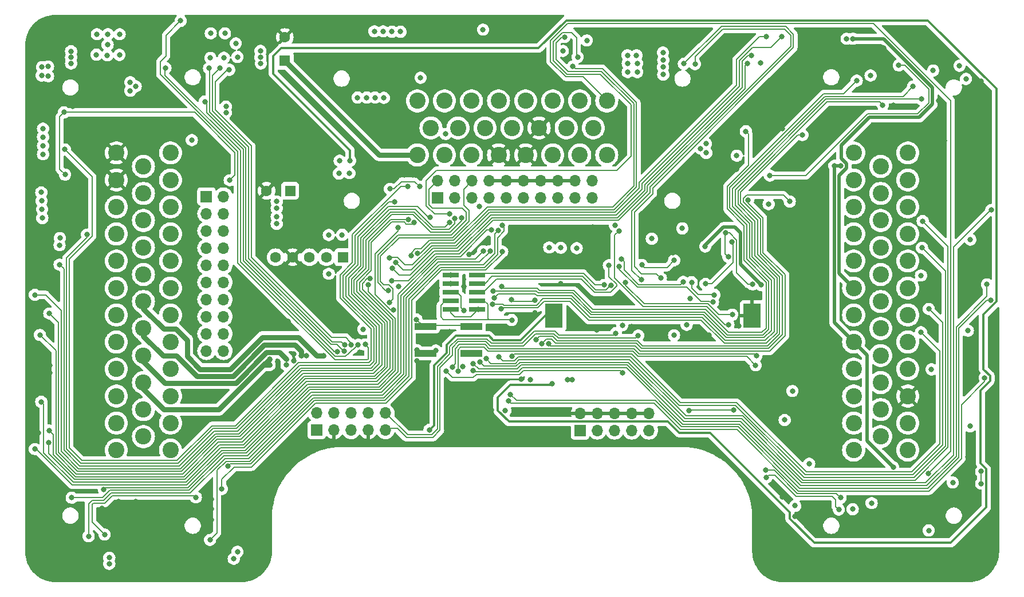
<source format=gbr>
%TF.GenerationSoftware,KiCad,Pcbnew,7.0.1*%
%TF.CreationDate,2024-06-21T03:41:51+03:00*%
%TF.ProjectId,ECUGDI,45435547-4449-42e6-9b69-6361645f7063,rev?*%
%TF.SameCoordinates,Original*%
%TF.FileFunction,Copper,L4,Bot*%
%TF.FilePolarity,Positive*%
%FSLAX46Y46*%
G04 Gerber Fmt 4.6, Leading zero omitted, Abs format (unit mm)*
G04 Created by KiCad (PCBNEW 7.0.1) date 2024-06-21 03:41:51*
%MOMM*%
%LPD*%
G01*
G04 APERTURE LIST*
%TA.AperFunction,ComponentPad*%
%ADD10R,1.700000X1.700000*%
%TD*%
%TA.AperFunction,ComponentPad*%
%ADD11O,1.700000X1.700000*%
%TD*%
%TA.AperFunction,ComponentPad*%
%ADD12R,1.600000X1.600000*%
%TD*%
%TA.AperFunction,ComponentPad*%
%ADD13C,1.600000*%
%TD*%
%TA.AperFunction,ComponentPad*%
%ADD14C,2.400000*%
%TD*%
%TA.AperFunction,SMDPad,CuDef*%
%ADD15R,2.600000X3.600000*%
%TD*%
%TA.AperFunction,SMDPad,CuDef*%
%ADD16R,3.200000X1.000000*%
%TD*%
%TA.AperFunction,SMDPad,CuDef*%
%ADD17R,2.400000X0.740000*%
%TD*%
%TA.AperFunction,ViaPad*%
%ADD18C,0.800000*%
%TD*%
%TA.AperFunction,Conductor*%
%ADD19C,0.350000*%
%TD*%
%TA.AperFunction,Conductor*%
%ADD20C,0.200000*%
%TD*%
%TA.AperFunction,Conductor*%
%ADD21C,0.800000*%
%TD*%
%TA.AperFunction,Conductor*%
%ADD22C,0.500000*%
%TD*%
G04 APERTURE END LIST*
D10*
%TO.P,J13,1,Pin_1*%
%TO.N,/OUT_INJ1_N*%
X94310000Y-70450000D03*
D11*
%TO.P,J13,2,Pin_2*%
X96850000Y-70450000D03*
%TO.P,J13,3,Pin_3*%
%TO.N,/OUT_INJ1_P*%
X94310000Y-72990000D03*
%TO.P,J13,4,Pin_4*%
X96850000Y-72990000D03*
%TO.P,J13,5,Pin_5*%
%TO.N,/OUT_INJ2_N*%
X94310000Y-75530000D03*
%TO.P,J13,6,Pin_6*%
X96850000Y-75530000D03*
%TO.P,J13,7,Pin_7*%
%TO.N,/OUT_INJ2_P*%
X94310000Y-78070000D03*
%TO.P,J13,8,Pin_8*%
X96850000Y-78070000D03*
%TO.P,J13,9,Pin_9*%
%TO.N,/OUT_INJ3_N*%
X94310000Y-80610000D03*
%TO.P,J13,10,Pin_10*%
X96850000Y-80610000D03*
%TO.P,J13,11,Pin_11*%
%TO.N,/OUT_INJ3_P*%
X94310000Y-83150000D03*
%TO.P,J13,12,Pin_12*%
X96850000Y-83150000D03*
%TO.P,J13,13,Pin_13*%
%TO.N,/OUT_INJ4_N*%
X94310000Y-85690000D03*
%TO.P,J13,14,Pin_14*%
X96850000Y-85690000D03*
%TO.P,J13,15,Pin_15*%
%TO.N,/OUT_INJ4_P*%
X94310000Y-88230000D03*
%TO.P,J13,16,Pin_16*%
X96850000Y-88230000D03*
%TO.P,J13,17,Pin_17*%
%TO.N,/OUT_PUMP_N*%
X94310000Y-90770000D03*
%TO.P,J13,18,Pin_18*%
X96850000Y-90770000D03*
%TO.P,J13,19,Pin_19*%
%TO.N,/OUT_PUMP_P*%
X94310000Y-93310000D03*
%TO.P,J13,20,Pin_20*%
X96850000Y-93310000D03*
%TD*%
D10*
%TO.P,J8,1,Pin_1*%
%TO.N,/DRVEN*%
X128510000Y-70650000D03*
D11*
%TO.P,J8,2,Pin_2*%
%TO.N,/UART_RX*%
X128510000Y-68110000D03*
%TO.P,J8,3,Pin_3*%
%TO.N,/RESETB*%
X131050000Y-70650000D03*
%TO.P,J8,4,Pin_4*%
%TO.N,GND*%
X131050000Y-68110000D03*
%TO.P,J8,5,Pin_5*%
%TO.N,/FLAG_0*%
X133590000Y-70650000D03*
%TO.P,J8,6,Pin_6*%
%TO.N,/UART_TX*%
X133590000Y-68110000D03*
%TO.P,J8,7,Pin_7*%
%TO.N,/FLAG_1*%
X136130000Y-70650000D03*
%TO.P,J8,8,Pin_8*%
%TO.N,GND*%
X136130000Y-68110000D03*
%TO.P,J8,9,Pin_9*%
%TO.N,/FLAG_2*%
X138670000Y-70650000D03*
%TO.P,J8,10,Pin_10*%
%TO.N,GND*%
X138670000Y-68110000D03*
%TO.P,J8,11,Pin_11*%
%TO.N,/AUX_SPI_CS1*%
X141210000Y-70650000D03*
%TO.P,J8,12,Pin_12*%
%TO.N,GND*%
X141210000Y-68110000D03*
%TO.P,J8,13,Pin_13*%
%TO.N,unconnected-(J8-Pin_13-Pad13)*%
X143750000Y-70650000D03*
%TO.P,J8,14,Pin_14*%
%TO.N,GND*%
X143750000Y-68110000D03*
%TO.P,J8,15,Pin_15*%
%TO.N,unconnected-(J8-Pin_15-Pad15)*%
X146290000Y-70650000D03*
%TO.P,J8,16,Pin_16*%
%TO.N,GND*%
X146290000Y-68110000D03*
%TO.P,J8,17,Pin_17*%
%TO.N,unconnected-(J8-Pin_17-Pad17)*%
X148830000Y-70650000D03*
%TO.P,J8,18,Pin_18*%
%TO.N,GND*%
X148830000Y-68110000D03*
%TO.P,J8,19,Pin_19*%
%TO.N,/OA_1*%
X151370000Y-70650000D03*
%TO.P,J8,20,Pin_20*%
%TO.N,/OA_2*%
X151370000Y-68110000D03*
%TD*%
D12*
%TO.P,J12,1,Pin_1*%
%TO.N,Net-(D24-A)*%
X114550000Y-79450000D03*
D13*
%TO.P,J12,2,Pin_2*%
%TO.N,/USB_D-*%
X112050000Y-79450000D03*
%TO.P,J12,3,Pin_3*%
%TO.N,/USB_D+*%
X109550000Y-79450000D03*
%TO.P,J12,4,Pin_4*%
%TO.N,GND*%
X107050000Y-79450000D03*
%TO.P,J12,5,Pin_5*%
%TO.N,/USB_SHIELD*%
X104550000Y-79450000D03*
%TD*%
D10*
%TO.P,J16,1,Pin_1*%
%TO.N,/ingect-1*%
X110630000Y-105040000D03*
D11*
%TO.P,J16,2,Pin_2*%
%TO.N,/ingect-2*%
X110630000Y-102500000D03*
%TO.P,J16,3,Pin_3*%
%TO.N,GND*%
X113170000Y-105040000D03*
%TO.P,J16,4,Pin_4*%
%TO.N,/ingect-3*%
X113170000Y-102500000D03*
%TO.P,J16,5,Pin_5*%
%TO.N,/ingect-4*%
X115710000Y-105040000D03*
%TO.P,J16,6,Pin_6*%
%TO.N,/out_pump1_H*%
X115710000Y-102500000D03*
%TO.P,J16,7,Pin_7*%
%TO.N,GND*%
X118250000Y-105040000D03*
%TO.P,J16,8,Pin_8*%
%TO.N,/out_pump2_H*%
X118250000Y-102500000D03*
%TO.P,J16,9,Pin_9*%
%TO.N,/CAN+*%
X120790000Y-105040000D03*
%TO.P,J16,10,Pin_10*%
%TO.N,/CAN-*%
X120790000Y-102500000D03*
%TD*%
D10*
%TO.P,J17,1,Pin_1*%
%TO.N,+5V*%
X149560000Y-105090000D03*
D11*
%TO.P,J17,2,Pin_2*%
%TO.N,GND*%
X149560000Y-102550000D03*
%TO.P,J17,3,Pin_3*%
%TO.N,+3.3V*%
X152100000Y-105090000D03*
%TO.P,J17,4,Pin_4*%
%TO.N,GND*%
X152100000Y-102550000D03*
%TO.P,J17,5,Pin_5*%
%TO.N,/12V_MR*%
X154640000Y-105090000D03*
%TO.P,J17,6,Pin_6*%
%TO.N,GND*%
X154640000Y-102550000D03*
%TO.P,J17,7,Pin_7*%
%TO.N,/12V_MR*%
X157180000Y-105090000D03*
%TO.P,J17,8,Pin_8*%
%TO.N,GND*%
X157180000Y-102550000D03*
%TO.P,J17,9,Pin_9*%
%TO.N,/12V_MR*%
X159720000Y-105090000D03*
%TO.P,J17,10,Pin_10*%
%TO.N,GND*%
X159720000Y-102550000D03*
%TD*%
D14*
%TO.P,J6,1,Pin_1*%
%TO.N,/12V_MR*%
X125500000Y-64300000D03*
%TO.P,J6,2,Pin_2*%
X129500000Y-64300000D03*
%TO.P,J6,3,Pin_3*%
X133500000Y-64300000D03*
%TO.P,J6,4,Pin_4*%
%TO.N,GND*%
X137500000Y-64300000D03*
%TO.P,J6,5,Pin_5*%
X141500000Y-64300000D03*
%TO.P,J6,6,Pin_6*%
%TO.N,/AT4*%
X145500000Y-64300000D03*
%TO.P,J6,7,Pin_7*%
%TO.N,/AV2*%
X149500000Y-64300000D03*
%TO.P,J6,8,Pin_8*%
%TO.N,/AV1*%
X153500000Y-64300000D03*
%TO.P,J6,9,Pin_9*%
%TO.N,/12V_IGN*%
X127500000Y-60300000D03*
%TO.P,J6,10,Pin_10*%
%TO.N,/HS2*%
X131500000Y-60300000D03*
%TO.P,J6,11,Pin_11*%
%TO.N,/CAN+*%
X135500000Y-60300000D03*
%TO.P,J6,12,Pin_12*%
%TO.N,/CAN-*%
X139500000Y-60300000D03*
%TO.P,J6,13,Pin_13*%
%TO.N,GND*%
X143500000Y-60300000D03*
%TO.P,J6,14,Pin_14*%
%TO.N,/12V_start*%
X147500000Y-60300000D03*
%TO.P,J6,15,Pin_15*%
X151500000Y-60300000D03*
%TO.P,J6,16,Pin_16*%
%TO.N,/HS3*%
X125500000Y-56300000D03*
%TO.P,J6,17,Pin_17*%
%TO.N,/CAN2+*%
X129500000Y-56300000D03*
%TO.P,J6,18,Pin_18*%
%TO.N,/CAN2-*%
X133500000Y-56300000D03*
%TO.P,J6,19,Pin_19*%
%TO.N,/OUT_LS2*%
X137500000Y-56300000D03*
%TO.P,J6,20,Pin_20*%
%TO.N,/OUT_LS1*%
X141500000Y-56300000D03*
%TO.P,J6,21,Pin_21*%
%TO.N,/12V_N*%
X145500000Y-56300000D03*
%TO.P,J6,22,Pin_22*%
X149500000Y-56300000D03*
%TO.P,J6,23,Pin_23*%
%TO.N,/DIGITAL_5*%
X153500000Y-56300000D03*
%TD*%
D15*
%TO.P,BT1,1,+*%
%TO.N,Net-(BT1-+)*%
X145700000Y-88100000D03*
%TO.P,BT1,2,-*%
%TO.N,GND*%
X175000000Y-88100000D03*
%TD*%
D16*
%TO.P,SW2,1,1*%
%TO.N,/mcu/BOOT0*%
X133500000Y-89700000D03*
X126700000Y-89700000D03*
%TO.P,SW2,2,2*%
%TO.N,+3.3V*%
X133500000Y-93700000D03*
X126700000Y-93700000D03*
%TD*%
D12*
%TO.P,C55,1*%
%TO.N,/12V_MR*%
X105900000Y-50350000D03*
D13*
%TO.P,C55,2*%
%TO.N,GND*%
X105900000Y-46850000D03*
%TD*%
D14*
%TO.P,J4,1,Pin_1*%
%TO.N,GND*%
X81000000Y-64000000D03*
%TO.P,J4,2,Pin_2*%
X81000000Y-68000000D03*
%TO.P,J4,3,Pin_3*%
%TO.N,/HS1*%
X81000000Y-72000000D03*
%TO.P,J4,4,Pin_4*%
%TO.N,/HS4*%
X81000000Y-76000000D03*
%TO.P,J4,5,Pin_5*%
%TO.N,/IGN5*%
X81000000Y-80000000D03*
%TO.P,J4,6,Pin_6*%
%TO.N,/12V_MR*%
X81000000Y-84000000D03*
%TO.P,J4,7,Pin_7*%
%TO.N,/IGN7*%
X81000000Y-88000000D03*
%TO.P,J4,8,Pin_8*%
%TO.N,/IGN8*%
X81000000Y-92000000D03*
%TO.P,J4,9,Pin_9*%
%TO.N,/IGN1*%
X81000000Y-96000000D03*
%TO.P,J4,10,Pin_10*%
%TO.N,/IGN2*%
X81000000Y-100000000D03*
%TO.P,J4,11,Pin_11*%
%TO.N,/IGN3*%
X81000000Y-104000000D03*
%TO.P,J4,12,Pin_12*%
%TO.N,/IGN4*%
X81000000Y-108000000D03*
%TO.P,J4,13,Pin_13*%
%TO.N,/LS14*%
X85000000Y-66000000D03*
%TO.P,J4,14,Pin_14*%
%TO.N,/LS15*%
X85000000Y-70000000D03*
%TO.P,J4,15,Pin_15*%
%TO.N,/LS13*%
X85000000Y-74000000D03*
%TO.P,J4,16,Pin_16*%
%TO.N,/LS16*%
X85000000Y-78000000D03*
%TO.P,J4,17,Pin_17*%
%TO.N,/IGN6*%
X85000000Y-82000000D03*
%TO.P,J4,18,Pin_18*%
%TO.N,/ingect-5*%
X85000000Y-86000000D03*
%TO.P,J4,19,Pin_19*%
%TO.N,/ingect-6*%
X85000000Y-90000000D03*
%TO.P,J4,20,Pin_20*%
%TO.N,/ingect-7*%
X85000000Y-94000000D03*
%TO.P,J4,21,Pin_21*%
%TO.N,/ingect-8*%
X85000000Y-98000000D03*
%TO.P,J4,22,Pin_22*%
%TO.N,/ETB1-*%
X85000000Y-102000000D03*
%TO.P,J4,23,Pin_23*%
%TO.N,/ETB1+*%
X85000000Y-106000000D03*
%TO.P,J4,24,Pin_24*%
%TO.N,/OUT_INJ1_N*%
X89000000Y-64000000D03*
%TO.P,J4,25,Pin_25*%
%TO.N,/OUT_INJ1_P*%
X89000000Y-68000000D03*
%TO.P,J4,26,Pin_26*%
%TO.N,/OUT_INJ2_N*%
X89000000Y-72000000D03*
%TO.P,J4,27,Pin_27*%
%TO.N,/OUT_INJ2_P*%
X89000000Y-76000000D03*
%TO.P,J4,28,Pin_28*%
%TO.N,/OUT_INJ3_N*%
X89000000Y-80000000D03*
%TO.P,J4,29,Pin_29*%
%TO.N,/OUT_INJ3_P*%
X89000000Y-84000000D03*
%TO.P,J4,30,Pin_30*%
%TO.N,/OUT_INJ4_N*%
X89000000Y-88000000D03*
%TO.P,J4,31,Pin_31*%
%TO.N,/OUT_INJ4_P*%
X89000000Y-92000000D03*
%TO.P,J4,32,Pin_32*%
%TO.N,/OUT_PUMP_N*%
X89000000Y-96000000D03*
%TO.P,J4,33,Pin_33*%
%TO.N,/OUT_PUMP_P*%
X89000000Y-100000000D03*
%TO.P,J4,34,Pin_34*%
%TO.N,/ETB2-*%
X89000000Y-104000000D03*
%TO.P,J4,35,Pin_35*%
%TO.N,/ETB2+*%
X89000000Y-108000000D03*
%TD*%
D12*
%TO.P,C105,1*%
%TO.N,Net-(U16-EN)*%
X106700000Y-69600000D03*
D13*
%TO.P,C105,2*%
%TO.N,GND*%
X103200000Y-69600000D03*
%TD*%
D14*
%TO.P,J5,1,Pin_1*%
%TO.N,/DIGITAL_1*%
X198000000Y-108000000D03*
%TO.P,J5,2,Pin_2*%
%TO.N,/DIGITAL_2*%
X198000000Y-104000000D03*
%TO.P,J5,3,Pin_3*%
%TO.N,GND*%
X198000000Y-100000000D03*
%TO.P,J5,4,Pin_4*%
%TO.N,/AV10*%
X198000000Y-96000000D03*
%TO.P,J5,5,Pin_5*%
%TO.N,/AV9*%
X198000000Y-92000000D03*
%TO.P,J5,6,Pin_6*%
%TO.N,/AV8*%
X198000000Y-88000000D03*
%TO.P,J5,7,Pin_7*%
%TO.N,/AV5*%
X198000000Y-84000000D03*
%TO.P,J5,8,Pin_8*%
%TO.N,/LSU_Blak*%
X198000000Y-80000000D03*
%TO.P,J5,9,Pin_9*%
%TO.N,/LSU_White*%
X198000000Y-76000000D03*
%TO.P,J5,10,Pin_10*%
%TO.N,/AV3*%
X198000000Y-72000000D03*
%TO.P,J5,11,Pin_11*%
%TO.N,/KNOCK_1*%
X198000000Y-68000000D03*
%TO.P,J5,12,Pin_12*%
%TO.N,/KNOCK_2*%
X198000000Y-64000000D03*
%TO.P,J5,13,Pin_13*%
%TO.N,/DIGITAL_4*%
X194000000Y-106000000D03*
%TO.P,J5,14,Pin_14*%
%TO.N,/DIGITAL_3*%
X194000000Y-102000000D03*
%TO.P,J5,15,Pin_15*%
%TO.N,/EGT+*%
X194000000Y-98000000D03*
%TO.P,J5,16,Pin_16*%
%TO.N,/AV11*%
X194000000Y-94000000D03*
%TO.P,J5,17,Pin_17*%
%TO.N,/AV7*%
X194000000Y-90000000D03*
%TO.P,J5,18,Pin_18*%
%TO.N,/AV6*%
X194000000Y-86000000D03*
%TO.P,J5,19,Pin_19*%
%TO.N,/LSU_Red*%
X194000000Y-82000000D03*
%TO.P,J5,20,Pin_20*%
%TO.N,/LSU_Green*%
X194000000Y-78000000D03*
%TO.P,J5,21,Pin_21*%
%TO.N,/AV4*%
X194000000Y-74000000D03*
%TO.P,J5,22,Pin_22*%
%TO.N,/starter*%
X194000000Y-70000000D03*
%TO.P,J5,23,Pin_23*%
X194000000Y-66000000D03*
%TO.P,J5,24,Pin_24*%
%TO.N,/DIGITAL_6*%
X190000000Y-108000000D03*
%TO.P,J5,25,Pin_25*%
%TO.N,/VR1-*%
X190000000Y-104000000D03*
%TO.P,J5,26,Pin_26*%
%TO.N,/VR1+*%
X190000000Y-100000000D03*
%TO.P,J5,27,Pin_27*%
%TO.N,/EGT-*%
X190000000Y-96000000D03*
%TO.P,J5,28,Pin_28*%
%TO.N,/5V_SENSOR_1*%
X190000000Y-92000000D03*
%TO.P,J5,29,Pin_29*%
%TO.N,/12V_MR*%
X190000000Y-88000000D03*
%TO.P,J5,30,Pin_30*%
%TO.N,/5V_SENSOR_2*%
X190000000Y-84000000D03*
%TO.P,J5,31,Pin_31*%
%TO.N,/LSU_Yellow*%
X190000000Y-80000000D03*
%TO.P,J5,32,Pin_32*%
%TO.N,/LSU_Grey*%
X190000000Y-76000000D03*
%TO.P,J5,33,Pin_33*%
%TO.N,/AT1*%
X190000000Y-72000000D03*
%TO.P,J5,34,Pin_34*%
%TO.N,/AT2*%
X190000000Y-68000000D03*
%TO.P,J5,35,Pin_35*%
%TO.N,/AT3*%
X190000000Y-64000000D03*
%TD*%
D17*
%TO.P,J7,1,Pin_1*%
%TO.N,/WDO/SWDIO_1*%
X134350000Y-82060000D03*
%TO.P,J7,2,Pin_2*%
%TO.N,/mcu/SWDIO*%
X130450000Y-82060000D03*
%TO.P,J7,3,Pin_3*%
%TO.N,/WDO/SWCLK_1*%
X134350000Y-83330000D03*
%TO.P,J7,4,Pin_4*%
%TO.N,/mcu/SWCLK*%
X130450000Y-83330000D03*
%TO.P,J7,5,Pin_5*%
%TO.N,/WDO/nRESET_1*%
X134350000Y-84600000D03*
%TO.P,J7,6,Pin_6*%
%TO.N,/mcu/nRESET*%
X130450000Y-84600000D03*
%TO.P,J7,7,Pin_7*%
%TO.N,+3.3V*%
X134350000Y-85870000D03*
%TO.P,J7,8,Pin_8*%
X130450000Y-85870000D03*
%TO.P,J7,9,Pin_9*%
%TO.N,GND*%
X134350000Y-87140000D03*
%TO.P,J7,10,Pin_10*%
X130450000Y-87140000D03*
%TD*%
D18*
%TO.N,Net-(BT1-+)*%
X127300000Y-105000000D03*
%TO.N,GND*%
X122650000Y-56900000D03*
X203400000Y-48350000D03*
X101700000Y-118300000D03*
X76000000Y-92700000D03*
X122150000Y-66850000D03*
X144850000Y-75300000D03*
X140850000Y-97500000D03*
X92050000Y-121250000D03*
X104850000Y-94850000D03*
X199800000Y-93650000D03*
X83900000Y-115600000D03*
X187350000Y-99350000D03*
X207950000Y-97600000D03*
X130250000Y-90500000D03*
X95050000Y-115250000D03*
X193300000Y-49750000D03*
X168800000Y-50000000D03*
X200000000Y-80750000D03*
X141600000Y-102650000D03*
X71200000Y-96550000D03*
X159900000Y-58200000D03*
X160750000Y-90300000D03*
X125450000Y-102750000D03*
X102150000Y-65550000D03*
X118050000Y-58750000D03*
X201250000Y-103050000D03*
X102550000Y-98600000D03*
X185150000Y-71450000D03*
X146050000Y-75300000D03*
X206900000Y-110908815D03*
X200450000Y-99100000D03*
X126350000Y-86300000D03*
X83900000Y-116900000D03*
X95000000Y-118350000D03*
X134500000Y-87150000D03*
X137250000Y-53050000D03*
X83900000Y-118050000D03*
X133150000Y-101250000D03*
X196950000Y-118150000D03*
X145450000Y-44100000D03*
X88550000Y-59650000D03*
X166400000Y-54850000D03*
X139168727Y-80649500D03*
X155750000Y-85150000D03*
X132400000Y-83800000D03*
X202300000Y-49800000D03*
X69450000Y-105450000D03*
X173050000Y-89650000D03*
X123600000Y-67250000D03*
X95050000Y-116750000D03*
X72650000Y-52400000D03*
X210700199Y-90921491D03*
X84950000Y-59750000D03*
X175950000Y-85000000D03*
X195850000Y-56900000D03*
X93550000Y-100150000D03*
X168800000Y-49050000D03*
X182150000Y-69400000D03*
X171800000Y-82050000D03*
X187400000Y-100450000D03*
X183250000Y-98400000D03*
X182200000Y-71600000D03*
X183590329Y-62050000D03*
X179450000Y-114950000D03*
X85050000Y-122550000D03*
X125450000Y-104200000D03*
X168600000Y-91000000D03*
X130150000Y-101400000D03*
X171950000Y-62550000D03*
X193350000Y-48500000D03*
X101650000Y-117000000D03*
X166950000Y-53700000D03*
X117000000Y-93500000D03*
X79450000Y-59600000D03*
X163300000Y-78800000D03*
X203400000Y-62200000D03*
X105950000Y-58050000D03*
X179100000Y-66100000D03*
X69650000Y-48250000D03*
X157150000Y-89750000D03*
X97200000Y-118250000D03*
X206900000Y-109050000D03*
X73900000Y-120100000D03*
X74400000Y-76750000D03*
X130650000Y-53200000D03*
X172800000Y-95850000D03*
X81350000Y-115650000D03*
X68150000Y-112350000D03*
X159700000Y-46700000D03*
X81300000Y-117200000D03*
X75300000Y-52400000D03*
X206850000Y-81700000D03*
X132250000Y-53200000D03*
X185300000Y-117000000D03*
X120950000Y-66900000D03*
X70000000Y-88500000D03*
X74550000Y-57150000D03*
X115950000Y-68900000D03*
X123600000Y-66200000D03*
X133155785Y-79050500D03*
X200950000Y-116750000D03*
X142863025Y-87649500D03*
X146700000Y-83350000D03*
X186150000Y-109600000D03*
X107200000Y-93800000D03*
X101700000Y-115700000D03*
X208450000Y-83850000D03*
X159900000Y-59400000D03*
X166650000Y-79250000D03*
X114650000Y-68950000D03*
X159800000Y-75050000D03*
X90350000Y-48450000D03*
X152050000Y-90200000D03*
X136450000Y-102050000D03*
X84950000Y-121300000D03*
X192650000Y-109650000D03*
X100850000Y-54450000D03*
X113150000Y-90024500D03*
X179426943Y-60399500D03*
X210050000Y-102750000D03*
X84550000Y-48500000D03*
X181350000Y-117850000D03*
X71150000Y-95500000D03*
X202000000Y-65150000D03*
X146150000Y-80850000D03*
X114250000Y-90024500D03*
X182150000Y-102000000D03*
X159900000Y-60750000D03*
X147600000Y-50200000D03*
X71550000Y-48200000D03*
X158950000Y-47550000D03*
X112800000Y-83700000D03*
X102150000Y-66500000D03*
X202250000Y-48350000D03*
X92700000Y-122400000D03*
X127300000Y-52950000D03*
X86350000Y-48250000D03*
X104800000Y-58050000D03*
X166850000Y-52450000D03*
X95150000Y-100150000D03*
X78850000Y-116600000D03*
X208800000Y-53350000D03*
X102150000Y-67500000D03*
X78850000Y-118150000D03*
X203400000Y-49800000D03*
X104800000Y-60000000D03*
X136900000Y-90000000D03*
X133900000Y-50500000D03*
X182050000Y-75800000D03*
X126800000Y-45900000D03*
X117050000Y-58750000D03*
X200250000Y-75700000D03*
X194450000Y-48500000D03*
X97200000Y-115200000D03*
X172700000Y-66450000D03*
X92000000Y-48400000D03*
X125450000Y-94799502D03*
X106400000Y-88950000D03*
X209200000Y-68200000D03*
X128250000Y-84350000D03*
X128400000Y-91350000D03*
X124800000Y-67300000D03*
X125100000Y-45800000D03*
X105950000Y-59050000D03*
X202600000Y-56300000D03*
X104800000Y-59050000D03*
X209250000Y-70250000D03*
X106000000Y-60000000D03*
X170300000Y-95750000D03*
X151450000Y-75000000D03*
X104850000Y-96700000D03*
X113550000Y-68950000D03*
X97150000Y-116750000D03*
X194450000Y-49700000D03*
X107194107Y-94794107D03*
X93250000Y-121250000D03*
X210800000Y-98950000D03*
X207000000Y-95250000D03*
X189400000Y-119300000D03*
X75200000Y-120100000D03*
%TO.N,/12V_MR*%
X98900000Y-123050000D03*
X119150000Y-46000000D03*
X119250000Y-55800000D03*
X79950000Y-124850000D03*
X79950000Y-123950000D03*
X98350000Y-124100000D03*
X70150000Y-60400000D03*
X97200000Y-57150000D03*
X118000000Y-55800000D03*
X69950000Y-71100000D03*
X70150000Y-62950000D03*
X121735000Y-46050500D03*
X70900000Y-52650000D03*
X168150000Y-62650000D03*
X70150000Y-61650000D03*
X120550000Y-55850000D03*
X70900000Y-51200000D03*
X70050000Y-73650000D03*
X116650000Y-55800000D03*
X69900000Y-69850000D03*
X167350000Y-63350000D03*
X120450000Y-46000000D03*
X70000000Y-51300000D03*
X83050000Y-53550000D03*
X83050000Y-54800000D03*
X97200000Y-58050000D03*
X69950000Y-52550000D03*
X83850000Y-54150000D03*
X70150000Y-64200000D03*
X123005000Y-46050500D03*
X168200000Y-64000000D03*
X70000000Y-72350000D03*
%TO.N,/mcu/nRESET*%
X132400000Y-87350000D03*
%TO.N,+5V*%
X192650000Y-115850000D03*
X92150000Y-62100000D03*
X181350000Y-116250000D03*
X148400000Y-97550000D03*
X179800000Y-103550000D03*
X180950000Y-99250000D03*
X207225000Y-104475000D03*
X204650000Y-112800000D03*
X104700000Y-74500000D03*
X201500000Y-96050000D03*
X177600000Y-67350000D03*
X154700000Y-74700000D03*
X138500000Y-102150000D03*
X147000000Y-48900000D03*
X72600000Y-77650000D03*
X104700000Y-73450000D03*
X147700000Y-97550000D03*
X104700000Y-71200000D03*
X172714829Y-64412500D03*
X72652288Y-76616048D03*
X155800000Y-89500000D03*
X189850000Y-116750000D03*
X199950000Y-82150000D03*
X183425000Y-110025000D03*
X112400000Y-81900000D03*
X201100000Y-119900000D03*
X205640000Y-51090000D03*
X135200000Y-45749500D03*
X207250000Y-76850000D03*
X206873077Y-90326923D03*
X177425000Y-71600000D03*
X196677500Y-51040000D03*
X104700000Y-72200000D03*
%TO.N,/5V_SENSOR_1*%
X188100000Y-65900000D03*
X187150000Y-65900000D03*
X195850000Y-110550500D03*
%TO.N,/5V_SENSOR_2*%
X188950000Y-47100000D03*
X189900000Y-47100000D03*
%TO.N,/DIGITAL_5*%
X201003689Y-111488496D03*
%TO.N,/knock/FILTERED_1*%
X200000000Y-56050000D03*
X136624567Y-86416417D03*
%TO.N,/knock/FILTERED_2*%
X194300000Y-56910000D03*
X137850500Y-87099500D03*
%TO.N,/CAN-*%
X154850000Y-90687500D03*
%TO.N,/CAN+*%
X158150000Y-91050000D03*
%TO.N,/mcu/SWDIO*%
X122656085Y-75023286D03*
X121950500Y-87261257D03*
X130450000Y-82060000D03*
%TO.N,/mcu/SWCLK*%
X130450000Y-83330000D03*
%TO.N,/mcu/SD_CS*%
X121736747Y-82897919D03*
X174249500Y-50750000D03*
%TO.N,/mcu/SD_MOSI*%
X121805709Y-81098919D03*
X174850000Y-49600000D03*
%TO.N,/mcu/SD_SCK*%
X121400000Y-79587000D03*
X177100000Y-46750000D03*
%TO.N,/mcu/SD_MISO*%
X122300000Y-80200000D03*
X179350000Y-46750000D03*
%TO.N,/mcu/BOOT0*%
X125350000Y-88650000D03*
%TO.N,/mcu/AV5*%
X139021075Y-100722933D03*
X209375500Y-97293743D03*
%TO.N,/mcu/AV6*%
X139250000Y-99750000D03*
X210250000Y-85800000D03*
%TO.N,/mcu/AV7*%
X201100000Y-87100000D03*
X137550000Y-94200000D03*
%TO.N,/mcu/AV8*%
X199950000Y-90550000D03*
X139499500Y-94087500D03*
%TO.N,/mcu/AV1*%
X133750000Y-96250000D03*
X209711771Y-83466350D03*
%TO.N,/mcu/AV2*%
X210350000Y-72450000D03*
X133750000Y-95200000D03*
%TO.N,/mcu/AV3*%
X134728763Y-94997444D03*
X200200000Y-74100000D03*
%TO.N,/mcu/AV4*%
X135639410Y-94461608D03*
X200100000Y-78050000D03*
%TO.N,/mcu/AV9*%
X208850000Y-112949500D03*
X208850000Y-111150500D03*
%TO.N,/mcu/AT1*%
X144900000Y-92287500D03*
X174399500Y-71000500D03*
%TO.N,/mcu/AT2*%
X143900497Y-92287500D03*
X180550000Y-71200000D03*
%TO.N,/mcu/AT3*%
X143049500Y-91688000D03*
X182433672Y-61338211D03*
%TO.N,/mcu/AT4*%
X137950000Y-83746715D03*
X174050000Y-60800000D03*
%TO.N,/mcu/5V_SENSOR_1_PG*%
X136837893Y-85439945D03*
X198772500Y-54172500D03*
%TO.N,/mcu/5V_SENSOR_2_PG*%
X136700000Y-84450000D03*
X190452500Y-53302500D03*
%TO.N,/LSU_Yellow*%
X155349500Y-80800000D03*
X169188621Y-86099379D03*
%TO.N,/mcu/VR_1*%
X172250000Y-102050000D03*
X165624006Y-102125994D03*
%TO.N,/etb-2/DIS*%
X96600000Y-113750000D03*
X138049500Y-78600000D03*
%TO.N,/etb-1/DIS*%
X136430869Y-75424420D03*
X79150000Y-113875498D03*
%TO.N,/lowside_quad4/IN4*%
X113649500Y-93400000D03*
X94086404Y-56399500D03*
%TO.N,/lowside_quad4/IN3*%
X94700000Y-51469500D03*
X114648931Y-93388175D03*
%TO.N,/lowside_quad4/IN2*%
X114724245Y-92391514D03*
X96300000Y-51469500D03*
%TO.N,/lowside_quad4/IN1*%
X97700000Y-51700000D03*
X115723744Y-92388981D03*
%TO.N,/highside_quad/IN1*%
X121447785Y-69325478D03*
X125850000Y-69000000D03*
%TO.N,Net-(RN13-R4.2)*%
X73400000Y-63500000D03*
X124050000Y-68950000D03*
%TO.N,Net-(RN13-R1.2)*%
X76650000Y-76100000D03*
X122147785Y-71245122D03*
%TO.N,/ign2/IN4*%
X132050500Y-73650000D03*
X69700000Y-90950000D03*
%TO.N,/ign2/IN3*%
X131052663Y-73707650D03*
X71075000Y-87775000D03*
%TO.N,/ign2/IN2*%
X130256456Y-74313378D03*
X68950000Y-85010500D03*
%TO.N,/ign2/IN1*%
X72608158Y-80538062D03*
X127354428Y-73500500D03*
%TO.N,/ign1/IN4*%
X70950500Y-106900000D03*
X125039183Y-74295820D03*
%TO.N,/ign1/IN3*%
X71075000Y-105125000D03*
X124144622Y-73844622D03*
%TO.N,/ign1/IN2*%
X69900000Y-100850000D03*
X118511622Y-82584485D03*
%TO.N,/ign1/IN1*%
X118229111Y-83543231D03*
X68950000Y-107850000D03*
%TO.N,/mcu/DIGITAL2*%
X177067718Y-112046206D03*
X187800000Y-116800000D03*
%TO.N,/mcu/DIGITAL3*%
X188055439Y-115060911D03*
X177005378Y-110994622D03*
%TO.N,/etb-2/DIR*%
X94850000Y-121300000D03*
X137428709Y-75482047D03*
%TO.N,/etb-1/DIR*%
X136250000Y-78550000D03*
X76900000Y-120750000D03*
%TO.N,/etb-1/PWM*%
X74400000Y-115050000D03*
X135250000Y-78550000D03*
%TO.N,/etb-2/PWM*%
X138050500Y-74699500D03*
X97500000Y-110349500D03*
%TO.N,/mcu/DIGITAL1*%
X142867804Y-85826012D03*
X139400000Y-85700000D03*
%TO.N,/mcu/CAN_RX*%
X147250000Y-46850000D03*
X124543253Y-79220216D03*
%TO.N,/mcu/CAN_TX*%
X148500000Y-51200000D03*
X125484792Y-78884792D03*
%TO.N,/ingect-5*%
X110600000Y-94000000D03*
X111650000Y-94000000D03*
%TO.N,/ingect-6*%
X108300500Y-94000000D03*
X109050000Y-94000000D03*
%TO.N,/ingect-7*%
X106150000Y-95400000D03*
X106150000Y-94500000D03*
%TO.N,/ingect-8*%
X103650000Y-94500000D03*
X103650000Y-95400000D03*
%TO.N,/AUX_SPI_CS*%
X155850000Y-96600000D03*
X129750000Y-96300000D03*
%TO.N,/AUX_SPI_MISO*%
X131500000Y-96350000D03*
X175500000Y-95450000D03*
%TO.N,/AUX_SPI_MOSI*%
X132232429Y-95669887D03*
%TO.N,/AUX_SPI_SCK*%
X130650000Y-95700000D03*
X175600000Y-94050500D03*
%TO.N,VDDA*%
X155300000Y-75550000D03*
X171475000Y-89425000D03*
%TO.N,/WDO/LED_GREEN*%
X161500000Y-82550000D03*
X164900000Y-50800000D03*
%TO.N,/WDO/LED_BLUE*%
X166550000Y-50850000D03*
X158600000Y-82800500D03*
%TO.N,/12V_start*%
X150550000Y-47350000D03*
X156550000Y-49550000D03*
X158000000Y-50750000D03*
X158000000Y-52050000D03*
X156600000Y-50750000D03*
X156600000Y-52050000D03*
X157900000Y-49550000D03*
%TO.N,/WDO/Ip_dac*%
X158675500Y-80600000D03*
X163451628Y-79901628D03*
%TO.N,Net-(U35A-+)*%
X172000000Y-77200000D03*
X168100000Y-83400000D03*
%TO.N,/WDO/heater_pwm*%
X156288743Y-83149500D03*
X172050000Y-87950000D03*
%TO.N,Net-(U35B--)*%
X166050500Y-83150000D03*
X169398678Y-85017557D03*
%TO.N,/WDO/Un_sense*%
X155650038Y-79683104D03*
X164800000Y-83100000D03*
%TO.N,/starter*%
X161800000Y-51300000D03*
X161800000Y-49150000D03*
X161850000Y-52400000D03*
X161850000Y-50250000D03*
%TO.N,/out_pump_L2*%
X116750976Y-92400976D03*
X88250000Y-51400000D03*
%TO.N,/out_pump_L1*%
X117775062Y-92374000D03*
X90500000Y-44450500D03*
%TO.N,+3.3V*%
X145000000Y-78000000D03*
X164668128Y-75182372D03*
X129650000Y-61200000D03*
X122700000Y-83750000D03*
X146700000Y-78050000D03*
X134500000Y-93700000D03*
X125965226Y-52884774D03*
X79250000Y-120500000D03*
X176250000Y-50650000D03*
X134700000Y-71950000D03*
X139450000Y-88747183D03*
X165300000Y-89449500D03*
X149050000Y-78100000D03*
X73250000Y-58000000D03*
X117500000Y-90100000D03*
X163450000Y-91000000D03*
X112400000Y-76150000D03*
X97750000Y-68050000D03*
X160150000Y-76700000D03*
X192500000Y-52550000D03*
X165850000Y-85600000D03*
X128200000Y-93250000D03*
X73407969Y-67207969D03*
X114375000Y-76125000D03*
X201750000Y-51800000D03*
X92750000Y-115000000D03*
X125400000Y-93200000D03*
X142200000Y-97600000D03*
X206600000Y-53050000D03*
%TO.N,/OUT_LS1*%
X98900000Y-49800000D03*
X96900000Y-49900000D03*
X98650000Y-47800000D03*
X94900000Y-49950000D03*
X94950000Y-46300000D03*
X97050000Y-46300000D03*
%TO.N,/OUT_LS2*%
X78050000Y-49450000D03*
X79650000Y-49550000D03*
X78125000Y-46425000D03*
X79750000Y-46450000D03*
X81475000Y-46425000D03*
X81475000Y-46425000D03*
X79700000Y-48000000D03*
X81450000Y-49500000D03*
%TO.N,/UART_RX*%
X121174500Y-84363743D03*
%TO.N,/UART_TX*%
X121402465Y-86147535D03*
%TO.N,/12V_N*%
X74300000Y-50750000D03*
X74300000Y-49850000D03*
X102300000Y-49850000D03*
X74300000Y-48950000D03*
X102350000Y-50750000D03*
X102300000Y-48900000D03*
%TO.N,/12V_IGN*%
X115450000Y-67000000D03*
X145450000Y-98200000D03*
X115550000Y-65150000D03*
X113900000Y-67050000D03*
X114000000Y-65150000D03*
%TO.N,/OUT_Start*%
X130300000Y-73050000D03*
X149200000Y-49800000D03*
%TO.N,/LSU_Green*%
X171100000Y-75850000D03*
X171460500Y-79380872D03*
X175054720Y-83466239D03*
%TO.N,/LSU_Red*%
X176350500Y-83560644D03*
X168050000Y-77850000D03*
%TO.N,/WDO/nRESET_1*%
X153800000Y-80650000D03*
%TO.N,/WDO/SWCLK_1*%
X154098759Y-83588002D03*
%TO.N,/WDO/SWDIO_1*%
X153100000Y-83549500D03*
%TD*%
D19*
%TO.N,Net-(BT1-+)*%
X144410112Y-88100000D02*
X145700000Y-88100000D01*
X140798112Y-91712000D02*
X144410112Y-88100000D01*
X127300000Y-105000000D02*
X127975000Y-104325000D01*
X136712000Y-91712000D02*
X140798112Y-91712000D01*
X131206192Y-91075000D02*
X136075000Y-91075000D01*
X129825000Y-93587562D02*
X129825000Y-92456194D01*
X127975000Y-95437562D02*
X129825000Y-93587562D01*
X129825000Y-92456194D02*
X131206192Y-91075000D01*
X136075000Y-91075000D02*
X136712000Y-91712000D01*
X127975000Y-104325000D02*
X127975000Y-95437562D01*
D20*
%TO.N,GND*%
X133350000Y-88300000D02*
X134500000Y-87150000D01*
X130450000Y-87710000D02*
X131040000Y-88300000D01*
X131040000Y-88300000D02*
X133350000Y-88300000D01*
X130450000Y-87140000D02*
X130450000Y-87710000D01*
D21*
%TO.N,/12V_MR*%
X119850000Y-64300000D02*
X125500000Y-64300000D01*
X105900000Y-50350000D02*
X119850000Y-64300000D01*
D20*
%TO.N,/mcu/nRESET*%
X131350000Y-84600000D02*
X130450000Y-84600000D01*
X132400000Y-87350000D02*
X131950000Y-86900000D01*
X131950000Y-86900000D02*
X131950000Y-85200000D01*
X131950000Y-85200000D02*
X131350000Y-84600000D01*
%TO.N,+5V*%
X197564264Y-51040000D02*
X196677500Y-51040000D01*
X201100000Y-56572182D02*
X201100000Y-54575736D01*
X182950000Y-67350000D02*
X187650000Y-62650000D01*
X192072182Y-58200000D02*
X199472182Y-58200000D01*
X177600000Y-67350000D02*
X182950000Y-67350000D01*
X187650000Y-62650000D02*
X187650000Y-62622182D01*
X187650000Y-62622182D02*
X192072182Y-58200000D01*
X199472182Y-58200000D02*
X201100000Y-56572182D01*
X201100000Y-54575736D02*
X197564264Y-51040000D01*
D22*
%TO.N,/5V_SENSOR_1*%
X187150000Y-65900000D02*
X187150000Y-89150000D01*
X191950000Y-106650500D02*
X195850000Y-110550500D01*
X187150000Y-89150000D02*
X190000000Y-92000000D01*
X191950000Y-93950000D02*
X191950000Y-106650500D01*
X190000000Y-92000000D02*
X191950000Y-93950000D01*
X188100000Y-65900000D02*
X187150000Y-65900000D01*
%TO.N,/5V_SENSOR_2*%
X189950000Y-47150000D02*
X189900000Y-47100000D01*
X194452082Y-47150000D02*
X189950000Y-47150000D01*
X199700000Y-58750000D02*
X201650000Y-56800000D01*
X188950000Y-47100000D02*
X189000000Y-47150000D01*
X188950000Y-65547918D02*
X188200000Y-64797918D01*
X190000000Y-84000000D02*
X187850000Y-81850000D01*
X188200000Y-62850000D02*
X192300000Y-58750000D01*
X187850000Y-67352082D02*
X188950000Y-66252082D01*
X187850000Y-81850000D02*
X187850000Y-67352082D01*
X201650000Y-56800000D02*
X201650000Y-54347918D01*
X188950000Y-66252082D02*
X188950000Y-65547918D01*
X201650000Y-54347918D02*
X194452082Y-47150000D01*
X189000000Y-47150000D02*
X189050000Y-47150000D01*
X192300000Y-58750000D02*
X199700000Y-58750000D01*
X188200000Y-64797918D02*
X188200000Y-62850000D01*
D20*
%TO.N,/DIGITAL_5*%
X149950000Y-52750000D02*
X153500000Y-56300000D01*
X147694364Y-44850000D02*
X145200000Y-47344364D01*
X145200000Y-47344364D02*
X145200000Y-50500000D01*
X204350000Y-108142185D02*
X204350000Y-56270100D01*
X147450000Y-52750000D02*
X149950000Y-52750000D01*
X204350000Y-56270100D02*
X192929899Y-44850000D01*
X201003689Y-111488496D02*
X204350000Y-108142185D01*
X192929899Y-44850000D02*
X147694364Y-44850000D01*
X145200000Y-50500000D02*
X147450000Y-52750000D01*
%TO.N,/knock/FILTERED_1*%
X167621570Y-88350000D02*
X150965686Y-88350000D01*
X138140450Y-86399500D02*
X136641484Y-86399500D01*
X200000000Y-56050000D02*
X185897058Y-56050000D01*
X178250000Y-90437256D02*
X176936756Y-91750500D01*
X200000000Y-56050000D02*
X200050000Y-56050000D01*
X176936756Y-91750500D02*
X171022071Y-91750500D01*
X148215686Y-85600000D02*
X144084315Y-85600000D01*
X150965686Y-88350000D02*
X148215686Y-85600000D01*
X171022071Y-91750500D02*
X167621570Y-88350000D01*
X143134315Y-86550000D02*
X138290950Y-86550000D01*
X185897058Y-56050000D02*
X172500000Y-69447058D01*
X138290950Y-86550000D02*
X138140450Y-86399500D01*
X144084315Y-85600000D02*
X143134315Y-86550000D01*
X172500000Y-69447058D02*
X172500000Y-71788007D01*
X175000000Y-79412743D02*
X178250000Y-82662744D01*
X136641484Y-86399500D02*
X136624567Y-86416417D01*
X178250000Y-82662744D02*
X178250000Y-90437256D01*
X172500000Y-71788007D02*
X175000000Y-74288007D01*
X175000000Y-74288007D02*
X175000000Y-79412743D01*
%TO.N,/knock/FILTERED_2*%
X150800000Y-88750000D02*
X148050000Y-86000000D01*
X167455884Y-88750000D02*
X150800000Y-88750000D01*
X193840000Y-56450000D02*
X186062744Y-56450000D01*
X172899500Y-69613244D02*
X172899500Y-71621821D01*
X148050000Y-86000000D02*
X144250001Y-86000000D01*
X178650000Y-82497058D02*
X178650000Y-90602942D01*
X170856385Y-92150500D02*
X167455884Y-88750000D01*
X175400000Y-74122321D02*
X175400000Y-79247057D01*
X144250001Y-86000000D02*
X143300001Y-86950000D01*
X178650000Y-90602942D02*
X177102442Y-92150500D01*
X138000000Y-86950000D02*
X137850500Y-87099500D01*
X143300001Y-86950000D02*
X138000000Y-86950000D01*
X194300000Y-56910000D02*
X193840000Y-56450000D01*
X177102442Y-92150500D02*
X170856385Y-92150500D01*
X175400000Y-79247057D02*
X178650000Y-82497058D01*
X172899500Y-71621821D02*
X175400000Y-74122321D01*
X186062744Y-56450000D02*
X172899500Y-69613244D01*
%TO.N,/CAN-*%
X154850000Y-90900000D02*
X154763000Y-90987000D01*
X135797057Y-91550000D02*
X131402942Y-91550001D01*
X127600000Y-105750000D02*
X124040000Y-105750000D01*
X145868872Y-90387500D02*
X142794365Y-90387500D01*
X140994864Y-92187000D02*
X136434057Y-92187000D01*
X142794365Y-90387500D02*
X140994864Y-92187000D01*
X130300000Y-93784314D02*
X128450000Y-95634314D01*
X131402942Y-91550001D02*
X130300000Y-92652945D01*
X136434057Y-92187000D02*
X135797057Y-91550000D01*
X146468372Y-90987000D02*
X145868872Y-90387500D01*
X124040000Y-105750000D02*
X120790000Y-102500000D01*
X130300000Y-92652945D02*
X130300000Y-93784314D01*
X154850000Y-90687500D02*
X154850000Y-90900000D01*
X128450000Y-104900000D02*
X127600000Y-105750000D01*
X128450000Y-95634314D02*
X128450000Y-104900000D01*
X154763000Y-90987000D02*
X146468372Y-90987000D01*
%TO.N,/CAN+*%
X130700000Y-93950000D02*
X128850000Y-95800000D01*
X141160550Y-92587000D02*
X136268372Y-92587000D01*
X142960050Y-90787500D02*
X141160550Y-92587000D01*
X158150000Y-91050000D02*
X157813000Y-91387000D01*
X121030000Y-104800000D02*
X120790000Y-105040000D01*
X146302686Y-91387000D02*
X145703186Y-90787500D01*
X157813000Y-91387000D02*
X146302686Y-91387000D01*
X122524314Y-104800000D02*
X121030000Y-104800000D01*
X136268372Y-92587000D02*
X135631372Y-91950000D01*
X145703186Y-90787500D02*
X142960050Y-90787500D01*
X127765685Y-106150000D02*
X123874315Y-106150000D01*
X123874315Y-106150000D02*
X122524314Y-104800000D01*
X128850000Y-105065686D02*
X127765685Y-106150000D01*
X131568628Y-91950000D02*
X130700000Y-92818630D01*
X130700000Y-92818630D02*
X130700000Y-93950000D01*
X128850000Y-95800000D02*
X128850000Y-105065686D01*
X135631372Y-91950000D02*
X131568628Y-91950000D01*
%TO.N,/mcu/SWDIO*%
X119239311Y-78960689D02*
X119239311Y-84973625D01*
X121526943Y-87261257D02*
X121950500Y-87261257D01*
X119239311Y-84973625D02*
X121526943Y-87261257D01*
X122656085Y-75543915D02*
X119239311Y-78960689D01*
X122656085Y-75023286D02*
X122656085Y-75543915D01*
%TO.N,/mcu/SD_CS*%
X131701356Y-78950000D02*
X136651356Y-74000000D01*
X173950000Y-51049500D02*
X174249500Y-50750000D01*
X124157966Y-82897919D02*
X128105885Y-78950000D01*
X136651356Y-74000000D02*
X155228427Y-74000000D01*
X159500000Y-68897058D02*
X173950000Y-54447058D01*
X128105885Y-78950000D02*
X131701356Y-78950000D01*
X173950000Y-54447058D02*
X173950000Y-51049500D01*
X121736747Y-82897919D02*
X124157966Y-82897919D01*
X159500000Y-69728429D02*
X159500000Y-68897058D01*
X155228427Y-74000000D02*
X159500000Y-69728429D01*
%TO.N,/mcu/SD_MOSI*%
X122806790Y-82100000D02*
X121805709Y-81098919D01*
X159100000Y-68731372D02*
X159100000Y-69562743D01*
X173550000Y-54281372D02*
X159100000Y-68731372D01*
X124390199Y-82100000D02*
X122806790Y-82100000D01*
X136485671Y-73600000D02*
X131535670Y-78550000D01*
X155062741Y-73600000D02*
X136485671Y-73600000D01*
X159100000Y-69562743D02*
X155062741Y-73600000D01*
X174850000Y-49600000D02*
X174365686Y-49600000D01*
X173550000Y-50415686D02*
X173550000Y-54281372D01*
X174850000Y-49600000D02*
X174900000Y-49650000D01*
X131535670Y-78550000D02*
X127940199Y-78550000D01*
X174365686Y-49600000D02*
X173550000Y-50415686D01*
X127940199Y-78550000D02*
X124390199Y-82100000D01*
%TO.N,/mcu/SD_SCK*%
X172700000Y-50134314D02*
X172700000Y-54000000D01*
X158300000Y-69231371D02*
X154731371Y-72800000D01*
X123689950Y-80600000D02*
X122589950Y-79500000D01*
X158300000Y-68400000D02*
X158300000Y-69231371D01*
X121487000Y-79500000D02*
X121400000Y-79587000D01*
X131204298Y-77750000D02*
X127608828Y-77750000D01*
X127608828Y-77750000D02*
X124758828Y-80600000D01*
X172700000Y-54000000D02*
X158300000Y-68400000D01*
X136154300Y-72800000D02*
X131204298Y-77750000D01*
X154731371Y-72800000D02*
X136154300Y-72800000D01*
X176084314Y-46750000D02*
X172700000Y-50134314D01*
X124758828Y-80600000D02*
X123689950Y-80600000D01*
X177100000Y-46750000D02*
X176084314Y-46750000D01*
X122589950Y-79500000D02*
X121487000Y-79500000D01*
%TO.N,/mcu/SD_MISO*%
X127774513Y-78150000D02*
X124624513Y-81300000D01*
X123400000Y-81300000D02*
X122300000Y-80200000D01*
X179350000Y-46750000D02*
X177750000Y-48350000D01*
X136319986Y-73200000D02*
X131369984Y-78150000D01*
X158700000Y-69397057D02*
X154897056Y-73200000D01*
X158700000Y-68565686D02*
X158700000Y-69397057D01*
X175050000Y-48350000D02*
X173100000Y-50300000D01*
X177750000Y-48350000D02*
X175050000Y-48350000D01*
X131369984Y-78150000D02*
X127774513Y-78150000D01*
X173100000Y-50300000D02*
X173100000Y-54165686D01*
X124624513Y-81300000D02*
X123400000Y-81300000D01*
X179350000Y-46750000D02*
X179350000Y-46925000D01*
X154897056Y-73200000D02*
X136319986Y-73200000D01*
X173100000Y-54165686D02*
X158700000Y-68565686D01*
%TO.N,/mcu/BOOT0*%
X125350000Y-88650000D02*
X126250000Y-89550000D01*
X126250000Y-89550000D02*
X133900000Y-89550000D01*
%TO.N,/mcu/AV5*%
X139348142Y-101050000D02*
X139021075Y-100722933D01*
X160500000Y-101050000D02*
X139348142Y-101050000D01*
X181845834Y-114050000D02*
X172745834Y-104950000D01*
X201147058Y-114050000D02*
X181845834Y-114050000D01*
X209375500Y-97293743D02*
X209375500Y-97874500D01*
X164400000Y-104950000D02*
X160500000Y-101050000D01*
X205950000Y-101300000D02*
X205950000Y-109247055D01*
X172745834Y-104950000D02*
X164400000Y-104950000D01*
X209375500Y-97874500D02*
X205950000Y-101300000D01*
X205950000Y-109247055D02*
X201147058Y-114050000D01*
%TO.N,/mcu/AV6*%
X140150000Y-100650000D02*
X160665685Y-100650000D01*
X172911520Y-104550000D02*
X182011522Y-113650000D01*
X200981372Y-113650000D02*
X205550000Y-109081370D01*
X205550000Y-109081370D02*
X205550000Y-89950000D01*
X205550000Y-89950000D02*
X209700000Y-85800000D01*
X139250000Y-99750000D02*
X139200000Y-99800000D01*
X139250000Y-99750000D02*
X140150000Y-100650000D01*
X182011522Y-113650000D02*
X200981372Y-113650000D01*
X164565686Y-104550000D02*
X172911520Y-104550000D01*
X209700000Y-85800000D02*
X210250000Y-85800000D01*
X160665685Y-100650000D02*
X164565686Y-104550000D01*
%TO.N,/mcu/AV7*%
X140376950Y-94200000D02*
X139789950Y-94787000D01*
X201100000Y-87100000D02*
X203150000Y-89150000D01*
X157044115Y-94200000D02*
X140376950Y-94200000D01*
X203150000Y-89150000D02*
X203150000Y-107221569D01*
X182839951Y-111650000D02*
X172539950Y-101350000D01*
X203150000Y-107221569D02*
X198721570Y-111650000D01*
X164194115Y-101350000D02*
X157044115Y-94200000D01*
X138137000Y-94787000D02*
X137550000Y-94200000D01*
X172539950Y-101350000D02*
X164194115Y-101350000D01*
X198721570Y-111650000D02*
X182839951Y-111650000D01*
X139789950Y-94787000D02*
X138137000Y-94787000D01*
%TO.N,/mcu/AV8*%
X157209801Y-93800000D02*
X164359801Y-100950000D01*
X172705635Y-100950000D02*
X183005636Y-111250000D01*
X183005636Y-111250000D02*
X198555884Y-111250000D01*
X202750000Y-107055884D02*
X202750000Y-93350000D01*
X198555884Y-111250000D02*
X202750000Y-107055884D01*
X164359801Y-100950000D02*
X172705635Y-100950000D01*
X202750000Y-93350000D02*
X199950000Y-90550000D01*
X139499500Y-94087500D02*
X139787000Y-93800000D01*
X139787000Y-93800000D02*
X157209801Y-93800000D01*
%TO.N,/mcu/AV1*%
X164731372Y-104150000D02*
X156381372Y-95800000D01*
X209711771Y-83466350D02*
X209711771Y-85222543D01*
X209711771Y-85222543D02*
X205150000Y-89784314D01*
X133887000Y-96387000D02*
X133750000Y-96250000D01*
X182177207Y-113250000D02*
X173077206Y-104150000D01*
X205150000Y-108915685D02*
X200815686Y-113250000D01*
X200815686Y-113250000D02*
X182177207Y-113250000D01*
X140452690Y-96387000D02*
X133887000Y-96387000D01*
X156381372Y-95800000D02*
X141039692Y-95800000D01*
X205150000Y-89784314D02*
X205150000Y-108915685D01*
X173077206Y-104150000D02*
X164731372Y-104150000D01*
X141039692Y-95800000D02*
X140452690Y-96387000D01*
%TO.N,/mcu/AV2*%
X204750000Y-77950000D02*
X210250000Y-72450000D01*
X133750000Y-95200000D02*
X134537000Y-95987000D01*
X140874006Y-95400000D02*
X156547060Y-95400000D01*
X210250000Y-72450000D02*
X210350000Y-72450000D01*
X156547060Y-95400000D02*
X164897060Y-103750000D01*
X182342892Y-112850000D02*
X200650000Y-112850000D01*
X204750000Y-108750000D02*
X204750000Y-77950000D01*
X173242892Y-103750000D02*
X182342892Y-112850000D01*
X140287005Y-95987000D02*
X140874006Y-95400000D01*
X200650000Y-112850000D02*
X204750000Y-108750000D01*
X164897060Y-103750000D02*
X173242892Y-103750000D01*
X134537000Y-95987000D02*
X140287005Y-95987000D01*
%TO.N,/mcu/AV3*%
X173408578Y-103350000D02*
X182508578Y-112450000D01*
X140708320Y-95000000D02*
X156712745Y-95000000D01*
X134728763Y-94997444D02*
X135318319Y-95587000D01*
X135318319Y-95587000D02*
X140121320Y-95587000D01*
X199052942Y-112450000D02*
X203950000Y-107552939D01*
X156712745Y-95000000D02*
X165062745Y-103350000D01*
X203950000Y-77850000D02*
X200200000Y-74100000D01*
X165062745Y-103350000D02*
X173408578Y-103350000D01*
X182508578Y-112450000D02*
X199052942Y-112450000D01*
X203950000Y-107552939D02*
X203950000Y-77850000D01*
X140121320Y-95587000D02*
X140708320Y-95000000D01*
%TO.N,/mcu/AV4*%
X156878430Y-94600000D02*
X165228430Y-102950000D01*
X203550000Y-81500000D02*
X200100000Y-78050000D01*
X173574264Y-102950000D02*
X182674265Y-112050000D01*
X203550000Y-107387254D02*
X203550000Y-81500000D01*
X182674265Y-112050000D02*
X198887256Y-112050000D01*
X165228430Y-102950000D02*
X173574264Y-102950000D01*
X140542635Y-94600000D02*
X156878430Y-94600000D01*
X135639410Y-94461608D02*
X136364802Y-95187000D01*
X136364802Y-95187000D02*
X139955635Y-95187000D01*
X139955635Y-95187000D02*
X140542635Y-94600000D01*
X198887256Y-112050000D02*
X203550000Y-107387254D01*
%TO.N,/mcu/AV9*%
X208850000Y-112949500D02*
X208850000Y-111150500D01*
%TO.N,/mcu/AT1*%
X177599500Y-93350500D02*
X179850000Y-91100000D01*
X144900000Y-92287500D02*
X145200000Y-92587500D01*
X157694358Y-92587500D02*
X158457358Y-93350500D01*
X158457358Y-93350500D02*
X177599500Y-93350500D01*
X179850000Y-82000000D02*
X176600000Y-78750000D01*
X174400000Y-71425264D02*
X174400000Y-71000000D01*
X179850000Y-91100000D02*
X179850000Y-82000000D01*
X176600000Y-78750000D02*
X176600000Y-73625264D01*
X145200000Y-92587500D02*
X157694358Y-92587500D01*
X176600000Y-73625264D02*
X174400000Y-71425264D01*
%TO.N,/mcu/AT2*%
X157860044Y-92187500D02*
X145937500Y-92187500D01*
X180550000Y-71200000D02*
X179600000Y-70250000D01*
X176200000Y-73790950D02*
X176200000Y-78915686D01*
X179450000Y-82165686D02*
X179450000Y-90934314D01*
X177433814Y-92950500D02*
X158623044Y-92950500D01*
X173699500Y-71290450D02*
X176200000Y-73790950D01*
X179450000Y-90934314D02*
X177433814Y-92950500D01*
X145937500Y-92187500D02*
X145337500Y-91587500D01*
X144600497Y-91587500D02*
X143900497Y-92287500D01*
X176200000Y-78915686D02*
X179450000Y-82165686D01*
X179600000Y-70250000D02*
X174160050Y-70250000D01*
X174160050Y-70250000D02*
X173699500Y-70710550D01*
X145337500Y-91587500D02*
X144600497Y-91587500D01*
X158623044Y-92950500D02*
X157860044Y-92187500D01*
X173699500Y-70710550D02*
X173699500Y-71290450D01*
%TO.N,/mcu/AT3*%
X143550000Y-91187500D02*
X145537500Y-91187500D01*
X175800000Y-79081372D02*
X175800000Y-73956635D01*
X173299500Y-69778930D02*
X181740219Y-61338211D01*
X181740219Y-61338211D02*
X182433672Y-61338211D01*
X175800000Y-73956635D02*
X173299500Y-71456135D01*
X177268128Y-92550500D02*
X179050000Y-90768628D01*
X179050000Y-90768628D02*
X179050000Y-82331372D01*
X145537500Y-91187500D02*
X146137500Y-91787500D01*
X158025730Y-91787500D02*
X158788730Y-92550500D01*
X146137500Y-91787500D02*
X158025730Y-91787500D01*
X179050000Y-82331372D02*
X175800000Y-79081372D01*
X158788730Y-92550500D02*
X177268128Y-92550500D01*
X173299500Y-71456135D02*
X173299500Y-69778930D01*
X143049500Y-91688000D02*
X143550000Y-91187500D01*
%TO.N,/mcu/AT4*%
X138253285Y-84050000D02*
X143213114Y-84050000D01*
X173800000Y-74785064D02*
X171300000Y-72285064D01*
X137950000Y-83746715D02*
X138253285Y-84050000D01*
X151462744Y-87150000D02*
X168118628Y-87150000D01*
X168118628Y-87150000D02*
X171519128Y-90550500D01*
X177050000Y-83159802D02*
X173800000Y-79909800D01*
X171519128Y-90550500D02*
X176439698Y-90550500D01*
X143513114Y-84350000D02*
X148662742Y-84350000D01*
X177050000Y-89940198D02*
X177050000Y-83159802D01*
X174450000Y-65800000D02*
X174450000Y-61200000D01*
X143213114Y-84050000D02*
X143513114Y-84350000D01*
X171300000Y-72285064D02*
X171300000Y-68950000D01*
X171300000Y-68950000D02*
X174450000Y-65800000D01*
X176439698Y-90550500D02*
X177050000Y-89940198D01*
X174050000Y-60800000D02*
X174450000Y-61200000D01*
X173800000Y-79909800D02*
X173800000Y-74785064D01*
X148662742Y-84350000D02*
X151462744Y-87150000D01*
%TO.N,/mcu/5V_SENSOR_1_PG*%
X174600000Y-74453693D02*
X174600000Y-79578429D01*
X137427838Y-84850000D02*
X136837893Y-85439945D01*
X176771070Y-91350500D02*
X171187756Y-91350500D01*
X198772500Y-54172500D02*
X197295000Y-55650000D01*
X197295000Y-55650000D02*
X185731372Y-55650000D01*
X167787256Y-87950000D02*
X151131372Y-87950000D01*
X151131372Y-87950000D02*
X148331372Y-85150000D01*
X172100000Y-69281372D02*
X172100000Y-71953693D01*
X177850000Y-82828430D02*
X177850000Y-90271570D01*
X171187756Y-91350500D02*
X167787256Y-87950000D01*
X142881742Y-84850000D02*
X137427838Y-84850000D01*
X143181742Y-85150000D02*
X142881742Y-84850000D01*
X172100000Y-71953693D02*
X174600000Y-74453693D01*
X174600000Y-79578429D02*
X177850000Y-82828430D01*
X177850000Y-90271570D02*
X176771070Y-91350500D01*
X185731372Y-55650000D02*
X172100000Y-69281372D01*
X148331372Y-85150000D02*
X143181742Y-85150000D01*
%TO.N,/mcu/5V_SENSOR_2_PG*%
X190452500Y-53302500D02*
X188505000Y-55250000D01*
X176605384Y-90950500D02*
X171353442Y-90950500D01*
X185565686Y-55250000D02*
X171700000Y-69115686D01*
X171700000Y-72119379D02*
X174200000Y-74619379D01*
X177450000Y-90105884D02*
X176605384Y-90950500D01*
X167952942Y-87550000D02*
X151297058Y-87550000D01*
X148497057Y-84750000D02*
X143347428Y-84750000D01*
X177450000Y-82994116D02*
X177450000Y-90105884D01*
X143047428Y-84450000D02*
X136700000Y-84450000D01*
X143347428Y-84750000D02*
X143047428Y-84450000D01*
X188505000Y-55250000D02*
X185565686Y-55250000D01*
X174200000Y-79744115D02*
X177450000Y-82994116D01*
X174200000Y-74619379D02*
X174200000Y-79744115D01*
X151297058Y-87550000D02*
X148497057Y-84750000D01*
X171353442Y-90950500D02*
X167952942Y-87550000D01*
X171700000Y-69115686D02*
X171700000Y-72119379D01*
%TO.N,/LSU_Yellow*%
X165350000Y-83900000D02*
X158034315Y-83900000D01*
X155349500Y-81215186D02*
X155349500Y-80800000D01*
X168765064Y-86099379D02*
X168615684Y-85950000D01*
X168615684Y-85950000D02*
X167400000Y-85950000D01*
X158034315Y-83900000D02*
X155349500Y-81215186D01*
X169188621Y-86099379D02*
X168765064Y-86099379D01*
X167400000Y-85950000D02*
X165350000Y-83900000D01*
%TO.N,/mcu/VR_1*%
X165700000Y-102050000D02*
X172250000Y-102050000D01*
X165624006Y-102125994D02*
X165700000Y-102050000D01*
%TO.N,/etb-2/DIS*%
X138049500Y-78916186D02*
X138049500Y-78600000D01*
X124650000Y-85800000D02*
X129100000Y-81350000D01*
X96600000Y-113750000D02*
X96600000Y-112325000D01*
X98425000Y-110500000D02*
X101000000Y-110500000D01*
X101000000Y-110500000D02*
X110450000Y-101050000D01*
X96600000Y-112325000D02*
X98425000Y-110500000D01*
X120850000Y-101050000D02*
X124650000Y-97250000D01*
X110450000Y-101050000D02*
X120850000Y-101050000D01*
X124650000Y-97250000D02*
X124650000Y-85800000D01*
X129100000Y-81350000D02*
X135615686Y-81350000D01*
X135615686Y-81350000D02*
X138049500Y-78916186D01*
%TO.N,/etb-1/DIS*%
X79475498Y-113550000D02*
X79150000Y-113875498D01*
X135792622Y-75424420D02*
X131867042Y-79350000D01*
X128271571Y-79350000D02*
X122650000Y-84971570D01*
X120021570Y-99050000D02*
X109584315Y-99050000D01*
X122650000Y-96421570D02*
X120021570Y-99050000D01*
X136430869Y-75424420D02*
X135792622Y-75424420D01*
X91602941Y-113550000D02*
X79475498Y-113550000D01*
X96702942Y-108450000D02*
X91602941Y-113550000D01*
X109584315Y-99050000D02*
X100184314Y-108450000D01*
X122650000Y-84971570D02*
X122650000Y-96421570D01*
X131867042Y-79350000D02*
X128271571Y-79350000D01*
X100184314Y-108450000D02*
X96702942Y-108450000D01*
%TO.N,/lowside_quad4/IN4*%
X94350000Y-56663096D02*
X94350000Y-58084314D01*
X113181372Y-93381372D02*
X113181372Y-93400000D01*
X99750000Y-63484314D02*
X99750000Y-79949997D01*
X113181372Y-93400000D02*
X113649500Y-93400000D01*
X99750000Y-79949997D02*
X113181372Y-93381372D01*
X94350000Y-58084314D02*
X99750000Y-63484314D01*
X94086404Y-56399500D02*
X94350000Y-56663096D01*
%TO.N,/lowside_quad4/IN3*%
X94700000Y-51469500D02*
X94700000Y-51450000D01*
X112726056Y-92360369D02*
X113599819Y-92360369D01*
X114627625Y-93388175D02*
X114648931Y-93388175D01*
X94800000Y-51569500D02*
X94800000Y-57968628D01*
X94800000Y-57968628D02*
X100150000Y-63318628D01*
X94700000Y-51469500D02*
X94800000Y-51569500D01*
X100150000Y-79784313D02*
X112726056Y-92360369D01*
X100150000Y-63318628D02*
X100150000Y-79784313D01*
X113599819Y-92360369D02*
X114627625Y-93388175D01*
%TO.N,/lowside_quad4/IN2*%
X112891742Y-91960369D02*
X100550000Y-79618627D01*
X114724245Y-92391514D02*
X114293100Y-91960369D01*
X114293100Y-91960369D02*
X112891742Y-91960369D01*
X95200000Y-57802942D02*
X95200000Y-52550000D01*
X100550000Y-63152942D02*
X95200000Y-57802942D01*
X95200000Y-52550000D02*
X96300000Y-51450000D01*
X100550000Y-79618627D02*
X100550000Y-63152942D01*
%TO.N,/lowside_quad4/IN1*%
X114946162Y-91350000D02*
X112847058Y-91350000D01*
X112847058Y-91350000D02*
X100950000Y-79452942D01*
X97700000Y-51700000D02*
X97700000Y-51900000D01*
X95600000Y-57637256D02*
X95600000Y-53500000D01*
X97400000Y-51700000D02*
X97700000Y-51700000D01*
X115566581Y-92231818D02*
X115566581Y-91970419D01*
X115723744Y-92388981D02*
X115566581Y-92231818D01*
X100950000Y-79452942D02*
X100950000Y-62987256D01*
X100950000Y-62987256D02*
X95600000Y-57637256D01*
X95600000Y-53500000D02*
X97400000Y-51700000D01*
X115566581Y-91970419D02*
X114946162Y-91350000D01*
%TO.N,/highside_quad/IN1*%
X123150000Y-68250000D02*
X125100000Y-68250000D01*
X122074522Y-69325478D02*
X123150000Y-68250000D01*
X125100000Y-68250000D02*
X125850000Y-69000000D01*
X121447785Y-69325478D02*
X122074522Y-69325478D01*
%TO.N,Net-(RN13-R4.2)*%
X74050000Y-79689950D02*
X77400000Y-76339950D01*
X95096086Y-104400000D02*
X89996084Y-109500000D01*
X114100000Y-85491174D02*
X118650000Y-90041174D01*
X77400000Y-76339950D02*
X77400000Y-67500000D01*
X98577455Y-104400000D02*
X95096086Y-104400000D01*
X107927458Y-95050000D02*
X98577455Y-104400000D01*
X89996084Y-109500000D02*
X75875488Y-109500000D01*
X114100000Y-82047062D02*
X114100000Y-85491174D01*
X124050000Y-68950000D02*
X123040202Y-68950000D01*
X115900000Y-76090202D02*
X115900000Y-80247062D01*
X115900000Y-80247062D02*
X114100000Y-82047062D01*
X74050000Y-107674512D02*
X74050000Y-79689950D01*
X118337256Y-95050000D02*
X107927458Y-95050000D01*
X75875488Y-109500000D02*
X74050000Y-107674512D01*
X77400000Y-67500000D02*
X73400000Y-63500000D01*
X118650000Y-90041174D02*
X118650000Y-94737256D01*
X118650000Y-94737256D02*
X118337256Y-95050000D01*
X123040202Y-68950000D02*
X115900000Y-76090202D01*
%TO.N,Net-(RN13-R1.2)*%
X122147785Y-71245122D02*
X121310766Y-71245122D01*
X116300000Y-76255888D02*
X116300000Y-80412748D01*
X73650000Y-79524264D02*
X76650000Y-76524264D01*
X98743140Y-104800000D02*
X95261771Y-104800000D01*
X73650000Y-107840198D02*
X73650000Y-79524264D01*
X90111770Y-109950000D02*
X75759802Y-109950000D01*
X119050000Y-89875488D02*
X119050000Y-94902942D01*
X95261771Y-104800000D02*
X90111770Y-109950000D01*
X119050000Y-94902942D02*
X118502942Y-95450000D01*
X118502942Y-95450000D02*
X108093143Y-95450000D01*
X108093143Y-95450000D02*
X98743140Y-104800000D01*
X114550000Y-82162748D02*
X114550000Y-85375486D01*
X76650000Y-76524264D02*
X76650000Y-76100000D01*
X121310766Y-71245122D02*
X116300000Y-76255888D01*
X114550000Y-85375486D02*
X119050000Y-89875488D01*
X116300000Y-80412748D02*
X114550000Y-82162748D01*
X75759802Y-109950000D02*
X73650000Y-107840198D01*
%TO.N,/ign2/IN4*%
X132050500Y-74074264D02*
X130374764Y-75750000D01*
X127482606Y-75750000D02*
X124877228Y-73144622D01*
X132050500Y-73650000D02*
X132050500Y-74074264D01*
X130374764Y-75750000D02*
X127482606Y-75750000D01*
X117900000Y-76918630D02*
X117900000Y-81075489D01*
X75097058Y-111550000D02*
X72050000Y-108502942D01*
X120650000Y-89212744D02*
X120650000Y-95593140D01*
X72050000Y-108502942D02*
X72050000Y-93300000D01*
X123854672Y-73144622D02*
X123849294Y-73150000D01*
X72050000Y-93300000D02*
X69700000Y-90950000D01*
X123849294Y-73150000D02*
X121668630Y-73150000D01*
X108755887Y-97050000D02*
X99405884Y-106400000D01*
X117900000Y-81075489D02*
X116150000Y-82825492D01*
X120650000Y-95593140D02*
X119193140Y-97050000D01*
X121668630Y-73150000D02*
X117900000Y-76918630D01*
X124877228Y-73144622D02*
X123854672Y-73144622D01*
X90774512Y-111550000D02*
X75097058Y-111550000D01*
X95924512Y-106400000D02*
X90774512Y-111550000D01*
X116150000Y-84712744D02*
X120650000Y-89212744D01*
X99405884Y-106400000D02*
X95924512Y-106400000D01*
X116150000Y-82825492D02*
X116150000Y-84712744D01*
X119193140Y-97050000D02*
X108755887Y-97050000D01*
%TO.N,/ign2/IN3*%
X117500000Y-80909804D02*
X115750000Y-82659806D01*
X72450000Y-108337256D02*
X72450000Y-89150000D01*
X115750000Y-84878429D02*
X120250000Y-89378430D01*
X127648291Y-75350000D02*
X125042913Y-72744622D01*
X108590198Y-96650000D02*
X99240198Y-106000000D01*
X121502945Y-72750000D02*
X117500000Y-76752945D01*
X131052663Y-74506415D02*
X130209078Y-75350000D01*
X130209078Y-75350000D02*
X127648291Y-75350000D01*
X123683609Y-72750000D02*
X121502945Y-72750000D01*
X131052663Y-73707650D02*
X131052663Y-74506415D01*
X119000000Y-96650000D02*
X108590198Y-96650000D01*
X120250000Y-89378430D02*
X120250000Y-95400000D01*
X115750000Y-82659806D02*
X115750000Y-84878429D01*
X120250000Y-95400000D02*
X119000000Y-96650000D01*
X95758827Y-106000000D02*
X90608827Y-111150000D01*
X125042913Y-72744622D02*
X123688987Y-72744622D01*
X117500000Y-76752945D02*
X117500000Y-80909804D01*
X123688987Y-72744622D02*
X123683609Y-72750000D01*
X75262744Y-111150000D02*
X72450000Y-108337256D01*
X72450000Y-89150000D02*
X71075000Y-87775000D01*
X99240198Y-106000000D02*
X95758827Y-106000000D01*
X90608827Y-111150000D02*
X75262744Y-111150000D01*
%TO.N,/ign2/IN2*%
X127813976Y-74950000D02*
X125208598Y-72344622D01*
X95593142Y-105600000D02*
X90443142Y-110750000D01*
X117100000Y-80744119D02*
X115350000Y-82494120D01*
X121337260Y-72350000D02*
X117100000Y-76587259D01*
X118834314Y-96250000D02*
X108424513Y-96250000D01*
X115350000Y-85044115D02*
X119850000Y-89544116D01*
X70560500Y-85010500D02*
X68950000Y-85010500D01*
X123517924Y-72350000D02*
X121337260Y-72350000D01*
X125208598Y-72344622D02*
X123523302Y-72344622D01*
X99074512Y-105600000D02*
X95593142Y-105600000D01*
X72850000Y-87300000D02*
X70560500Y-85010500D01*
X130256456Y-74313378D02*
X129619834Y-74950000D01*
X90443142Y-110750000D02*
X75428430Y-110750000D01*
X123523302Y-72344622D02*
X123517924Y-72350000D01*
X75428430Y-110750000D02*
X72850000Y-108171570D01*
X117100000Y-76587259D02*
X117100000Y-80744119D01*
X129619834Y-74950000D02*
X127813976Y-74950000D01*
X115350000Y-82494120D02*
X115350000Y-85044115D01*
X119850000Y-95234314D02*
X118834314Y-96250000D01*
X119850000Y-89544116D02*
X119850000Y-95234314D01*
X108424513Y-96250000D02*
X99074512Y-105600000D01*
X72850000Y-108171570D02*
X72850000Y-87300000D01*
%TO.N,/ign2/IN1*%
X116700000Y-76421573D02*
X121176953Y-71944622D01*
X116700000Y-80578434D02*
X116700000Y-76421573D01*
X121176953Y-71944622D02*
X125544622Y-71944622D01*
X108258828Y-95850000D02*
X118668628Y-95850000D01*
X125544622Y-71944622D02*
X127100500Y-73500500D01*
X127354428Y-73500500D02*
X127400000Y-73454928D01*
X114950000Y-85209801D02*
X114950000Y-82328434D01*
X119450000Y-95068628D02*
X119450000Y-89709802D01*
X127100500Y-73500500D02*
X127354428Y-73500500D01*
X114950000Y-82328434D02*
X116700000Y-80578434D01*
X118668628Y-95850000D02*
X119450000Y-95068628D01*
X95427456Y-105200000D02*
X98908826Y-105200000D01*
X98908826Y-105200000D02*
X108258828Y-95850000D01*
X73250000Y-108005884D02*
X75594116Y-110350000D01*
X90277456Y-110350000D02*
X95427456Y-105200000D01*
X72608158Y-80538062D02*
X73250000Y-81179904D01*
X119450000Y-89709802D02*
X114950000Y-85209801D01*
X73250000Y-81179904D02*
X73250000Y-108005884D01*
X127400000Y-73454928D02*
X127400000Y-73300000D01*
X75594116Y-110350000D02*
X90277456Y-110350000D01*
%TO.N,/ign1/IN4*%
X119524510Y-97850000D02*
X109087257Y-97850000D01*
X109087257Y-97850000D02*
X99737256Y-107200000D01*
X118700000Y-81406863D02*
X116950000Y-83156864D01*
X124790381Y-74544622D02*
X123854672Y-74544622D01*
X91105884Y-112350000D02*
X74765686Y-112350000D01*
X121705379Y-74244622D02*
X118700000Y-77250001D01*
X74765686Y-112350000D02*
X70950500Y-108534814D01*
X121450000Y-95924510D02*
X119524510Y-97850000D01*
X123854672Y-74544622D02*
X123554672Y-74244622D01*
X99737256Y-107200000D02*
X96255884Y-107200000D01*
X70950500Y-108534814D02*
X70950500Y-106900000D01*
X116950000Y-83156864D02*
X116950000Y-84381372D01*
X118700000Y-77250001D02*
X118700000Y-81406863D01*
X123554672Y-74244622D02*
X121705379Y-74244622D01*
X96255884Y-107200000D02*
X91105884Y-112350000D01*
X121450000Y-88881372D02*
X121450000Y-95924510D01*
X125039183Y-74295820D02*
X124790381Y-74544622D01*
X116950000Y-84381372D02*
X121450000Y-88881372D01*
%TO.N,/ign1/IN3*%
X90940198Y-111950000D02*
X74931372Y-111950000D01*
X118300000Y-81241178D02*
X116550000Y-82991178D01*
X99571570Y-106800000D02*
X96090198Y-106800000D01*
X74931372Y-111950000D02*
X71650000Y-108668628D01*
X121050000Y-89047058D02*
X121050000Y-95758825D01*
X96090198Y-106800000D02*
X90940198Y-111950000D01*
X124144622Y-73844622D02*
X121539693Y-73844622D01*
X116550000Y-84547058D02*
X121050000Y-89047058D01*
X71650000Y-105700000D02*
X71075000Y-105125000D01*
X71650000Y-108668628D02*
X71650000Y-105700000D01*
X108921572Y-97450000D02*
X99571570Y-106800000D01*
X118300000Y-77084315D02*
X118300000Y-81241178D01*
X121539693Y-73844622D02*
X118300000Y-77084315D01*
X119358825Y-97450000D02*
X108921572Y-97450000D01*
X116550000Y-82991178D02*
X116550000Y-84547058D01*
X121050000Y-95758825D02*
X119358825Y-97450000D01*
%TO.N,/ign1/IN2*%
X117350000Y-84215686D02*
X121850000Y-88715686D01*
X117350000Y-83322550D02*
X117350000Y-84215686D01*
X118511622Y-82584485D02*
X118088065Y-82584485D01*
X121850000Y-96090198D02*
X119690198Y-98250000D01*
X99852942Y-107650000D02*
X96371570Y-107650000D01*
X119690198Y-98250000D02*
X109252942Y-98250000D01*
X109252942Y-98250000D02*
X99852942Y-107650000D01*
X91271570Y-112750000D02*
X74600000Y-112750000D01*
X118088065Y-82584485D02*
X117350000Y-83322550D01*
X70250000Y-101200000D02*
X69900000Y-100850000D01*
X70250000Y-108400000D02*
X70250000Y-101200000D01*
X74600000Y-112750000D02*
X70250000Y-108400000D01*
X121850000Y-88715686D02*
X121850000Y-96090198D01*
X96371570Y-107650000D02*
X91271570Y-112750000D01*
%TO.N,/ign1/IN1*%
X74434314Y-113150000D02*
X69134314Y-107850000D01*
X119855884Y-98650000D02*
X109418630Y-98650000D01*
X69134314Y-107850000D02*
X68950000Y-107850000D01*
X122250000Y-88550000D02*
X122250000Y-96255884D01*
X118229111Y-83543231D02*
X118229111Y-84529111D01*
X122250000Y-96255884D02*
X119855884Y-98650000D01*
X100018628Y-108050000D02*
X96537256Y-108050000D01*
X96537256Y-108050000D02*
X91437256Y-113150000D01*
X91437256Y-113150000D02*
X74434314Y-113150000D01*
X109418630Y-98650000D02*
X100018628Y-108050000D01*
X118229111Y-84529111D02*
X122250000Y-88550000D01*
%TO.N,/mcu/DIGITAL2*%
X181514463Y-114850000D02*
X186850000Y-114850000D01*
X187350000Y-115350000D02*
X187350000Y-116350000D01*
X187350000Y-116350000D02*
X187800000Y-116800000D01*
X177413924Y-111700000D02*
X178364463Y-111700000D01*
X186850000Y-114850000D02*
X187350000Y-115350000D01*
X178364463Y-111700000D02*
X181514463Y-114850000D01*
X177067718Y-112046206D02*
X177413924Y-111700000D01*
%TO.N,/mcu/DIGITAL3*%
X187444528Y-114450000D02*
X181680149Y-114450000D01*
X181680149Y-114450000D02*
X178224770Y-110994622D01*
X178224770Y-110994622D02*
X177005378Y-110994622D01*
X188055439Y-115060911D02*
X187444528Y-114450000D01*
%TO.N,/etb-2/DIR*%
X123850000Y-85468628D02*
X123850000Y-96918628D01*
X110118630Y-100250000D02*
X100718628Y-109650000D01*
X95900000Y-120250000D02*
X94850000Y-121300000D01*
X95900000Y-110950000D02*
X95900000Y-120250000D01*
X136950000Y-78884314D02*
X135284314Y-80550000D01*
X136950000Y-75960756D02*
X136950000Y-78884314D01*
X137428709Y-75482047D02*
X136950000Y-75960756D01*
X100718628Y-109650000D02*
X97200000Y-109650000D01*
X120518628Y-100250000D02*
X110118630Y-100250000D01*
X123850000Y-96918628D02*
X120518628Y-100250000D01*
X94850000Y-121300000D02*
X95700000Y-120450000D01*
X135284314Y-80550000D02*
X128768628Y-80550000D01*
X128768628Y-80550000D02*
X123850000Y-85468628D01*
X97200000Y-109650000D02*
X95900000Y-110950000D01*
%TO.N,/etb-1/DIR*%
X77450000Y-115450000D02*
X79131134Y-115450000D01*
X123450000Y-96752942D02*
X123450000Y-85302942D01*
X123450000Y-85302942D02*
X128602942Y-80150000D01*
X97034314Y-109250000D02*
X100552942Y-109250000D01*
X76950000Y-115950000D02*
X77450000Y-115450000D01*
X136250000Y-78600000D02*
X136250000Y-78550000D01*
X76900000Y-120750000D02*
X76950000Y-120700000D01*
X76950000Y-120700000D02*
X76950000Y-115950000D01*
X80231134Y-114350000D02*
X91934312Y-114350000D01*
X120352942Y-99850000D02*
X123450000Y-96752942D01*
X79131134Y-115450000D02*
X80231134Y-114350000D01*
X134700000Y-80150000D02*
X136250000Y-78600000D01*
X128602942Y-80150000D02*
X134700000Y-80150000D01*
X109952942Y-99850000D02*
X120352942Y-99850000D01*
X100552942Y-109250000D02*
X109952942Y-99850000D01*
X91934312Y-114350000D02*
X97034314Y-109250000D01*
%TO.N,/etb-1/PWM*%
X134050000Y-79750000D02*
X135250000Y-78550000D01*
X120187256Y-99450000D02*
X123050000Y-96587256D01*
X80065448Y-113950000D02*
X91768627Y-113950000D01*
X78965448Y-115050000D02*
X80065448Y-113950000D01*
X91768627Y-113950000D02*
X96868628Y-108850000D01*
X123050000Y-85137256D02*
X128437256Y-79750000D01*
X128437256Y-79750000D02*
X134050000Y-79750000D01*
X100350000Y-108850000D02*
X109750000Y-99450000D01*
X123050000Y-96587256D02*
X123050000Y-85137256D01*
X109750000Y-99450000D02*
X120187256Y-99450000D01*
X74400000Y-115050000D02*
X78965448Y-115050000D01*
X96868628Y-108850000D02*
X100350000Y-108850000D01*
%TO.N,/etb-2/PWM*%
X124250000Y-85634314D02*
X124250000Y-97084314D01*
X138300000Y-74949000D02*
X138300000Y-75600000D01*
X137350000Y-76550000D02*
X137350000Y-79050000D01*
X110284315Y-100650000D02*
X100884314Y-110050000D01*
X128934314Y-80950000D02*
X124250000Y-85634314D01*
X137350000Y-79050000D02*
X135450000Y-80950000D01*
X138300000Y-75600000D02*
X137350000Y-76550000D01*
X97799500Y-110050000D02*
X97500000Y-110349500D01*
X138050500Y-74699500D02*
X138300000Y-74949000D01*
X124250000Y-97084314D02*
X120684314Y-100650000D01*
X100884314Y-110050000D02*
X97799500Y-110050000D01*
X135450000Y-80950000D02*
X128934314Y-80950000D01*
X120684314Y-100650000D02*
X110284315Y-100650000D01*
%TO.N,/mcu/DIGITAL1*%
X142867804Y-85826012D02*
X142693816Y-86000000D01*
X139700000Y-86000000D02*
X139400000Y-85700000D01*
X142693816Y-86000000D02*
X139700000Y-86000000D01*
%TO.N,/mcu/CAN_RX*%
X147250000Y-46850000D02*
X146825736Y-46850000D01*
X157500000Y-56718628D02*
X157500000Y-68900000D01*
X147250000Y-46850000D02*
X147200000Y-46800000D01*
X154400000Y-72000000D02*
X135822926Y-72000000D01*
X125194842Y-78184792D02*
X124543253Y-78836381D01*
X135822926Y-72000000D02*
X130872926Y-76950000D01*
X146000000Y-47675736D02*
X146000000Y-50168628D01*
X146000000Y-50168628D02*
X147781372Y-51950000D01*
X130872926Y-76950000D02*
X127277456Y-76950000D01*
X146825736Y-46850000D02*
X146000000Y-47675736D01*
X157500000Y-68900000D02*
X154400000Y-72000000D01*
X127277456Y-76950000D02*
X126042664Y-78184792D01*
X126042664Y-78184792D02*
X125194842Y-78184792D01*
X147781372Y-51950000D02*
X152731372Y-51950000D01*
X124543253Y-78836381D02*
X124543253Y-79220216D01*
X152731372Y-51950000D02*
X157500000Y-56718628D01*
%TO.N,/mcu/CAN_TX*%
X154565686Y-72400000D02*
X135988616Y-72400000D01*
X152897058Y-51550000D02*
X157900000Y-56552943D01*
X157900000Y-69065685D02*
X154565686Y-72400000D01*
X148850000Y-51550000D02*
X152897058Y-51550000D01*
X127443143Y-77350000D02*
X125908350Y-78884792D01*
X125908350Y-78884792D02*
X125484792Y-78884792D01*
X148500000Y-51200000D02*
X148850000Y-51550000D01*
X135988616Y-72400000D02*
X131038612Y-77350000D01*
X157900000Y-56552943D02*
X157900000Y-69065685D01*
X131038612Y-77350000D02*
X127443143Y-77350000D01*
D21*
%TO.N,/ingect-5*%
X102571572Y-91300000D02*
X97821572Y-96050000D01*
X111650000Y-94000000D02*
X110600000Y-94000000D01*
X107900000Y-91300000D02*
X102571572Y-91300000D01*
X89800000Y-90050000D02*
X88000000Y-90050000D01*
X91450000Y-91700000D02*
X89800000Y-90050000D01*
X85000000Y-87050000D02*
X85000000Y-86000000D01*
X93350000Y-96050000D02*
X91450000Y-94150000D01*
X88000000Y-90050000D02*
X85000000Y-87050000D01*
X110600000Y-94000000D02*
X107900000Y-91300000D01*
X91450000Y-94150000D02*
X91450000Y-91700000D01*
X97821572Y-96050000D02*
X93350000Y-96050000D01*
%TO.N,/ingect-6*%
X108300500Y-93350500D02*
X107400000Y-92450000D01*
X102835786Y-92450000D02*
X98235786Y-97050000D01*
X85000000Y-91150000D02*
X85000000Y-90000000D01*
X107400000Y-92450000D02*
X102835786Y-92450000D01*
X98235786Y-97050000D02*
X92900000Y-97050000D01*
X89900000Y-94050000D02*
X87900000Y-94050000D01*
X108300500Y-94000000D02*
X108300500Y-93350500D01*
X87900000Y-94050000D02*
X85000000Y-91150000D01*
X92900000Y-97050000D02*
X89900000Y-94050000D01*
%TO.N,/ingect-7*%
X103200001Y-93499999D02*
X98650000Y-98050000D01*
X88150000Y-98050000D02*
X85000000Y-94900000D01*
X85000000Y-94900000D02*
X85000000Y-94000000D01*
X106150000Y-94500000D02*
X105149999Y-93499999D01*
X98650000Y-98050000D02*
X88150000Y-98050000D01*
X105149999Y-93499999D02*
X103200001Y-93499999D01*
%TO.N,/ingect-8*%
X96150000Y-102000000D02*
X88050000Y-102000000D01*
X88050000Y-102000000D02*
X85000000Y-98950000D01*
X85000000Y-98950000D02*
X85000000Y-98000000D01*
X102800000Y-95400000D02*
X102775000Y-95375000D01*
X102775000Y-95375000D02*
X96150000Y-102000000D01*
X103650000Y-95400000D02*
X102800000Y-95400000D01*
X103650000Y-94500000D02*
X102775000Y-95375000D01*
D20*
%TO.N,/AUX_SPI_CS*%
X133739950Y-97250000D02*
X134202950Y-96787000D01*
X134202950Y-96787000D02*
X140618378Y-96787000D01*
X129750000Y-96300000D02*
X130700000Y-97250000D01*
X155450000Y-96200000D02*
X155850000Y-96600000D01*
X141205378Y-96200000D02*
X155450000Y-96200000D01*
X140618378Y-96787000D02*
X141205378Y-96200000D01*
X130700000Y-97250000D02*
X133739950Y-97250000D01*
%TO.N,/AUX_SPI_MISO*%
X175500000Y-95450000D02*
X174200500Y-94150500D01*
X174200500Y-94150500D02*
X158125988Y-94150500D01*
X158125988Y-94150500D02*
X157362987Y-93387500D01*
X157362987Y-93387500D02*
X135937500Y-93387500D01*
X131900000Y-92750000D02*
X131500000Y-93150000D01*
X131500000Y-96350000D02*
X131500000Y-95950000D01*
X135937500Y-93387500D02*
X135300000Y-92750000D01*
X135300000Y-92750000D02*
X131900000Y-92750000D01*
X131500000Y-93150000D02*
X131500000Y-96350000D01*
%TO.N,/AUX_SPI_SCK*%
X131100000Y-95250000D02*
X130650000Y-95700000D01*
X157528672Y-92987500D02*
X136103186Y-92987500D01*
X135465685Y-92350000D02*
X131734314Y-92350000D01*
X158291673Y-93750500D02*
X157528672Y-92987500D01*
X175300000Y-93750500D02*
X158291673Y-93750500D01*
X131100000Y-92984315D02*
X131100000Y-95250000D01*
X131734314Y-92350000D02*
X131100000Y-92984315D01*
X136103186Y-92987500D02*
X135465685Y-92350000D01*
X175600000Y-94050500D02*
X175300000Y-93750500D01*
X130650000Y-95700000D02*
X130650000Y-95800000D01*
%TO.N,VDDA*%
X154650000Y-82500000D02*
X154650000Y-76200000D01*
X158900000Y-86750000D02*
X154650000Y-82500000D01*
X154650000Y-76200000D02*
X155300000Y-75550000D01*
X168284314Y-86750000D02*
X158900000Y-86750000D01*
X170959314Y-89425000D02*
X168284314Y-86750000D01*
X171475000Y-89425000D02*
X170959314Y-89425000D01*
%TO.N,/WDO/LED_GREEN*%
X157600000Y-72759800D02*
X160300000Y-70059799D01*
X181100000Y-46434314D02*
X179915685Y-45250000D01*
X170450001Y-45250000D02*
X164900000Y-50800000D01*
X157600000Y-80850000D02*
X157600000Y-72759800D01*
X160850000Y-81900000D02*
X158650000Y-81900000D01*
X179915685Y-45250000D02*
X170450001Y-45250000D01*
X160300000Y-69228430D02*
X181100000Y-48428429D01*
X181100000Y-48428429D02*
X181100000Y-46434314D01*
X160300000Y-70059799D02*
X160300000Y-69228430D01*
X158650000Y-81900000D02*
X157600000Y-80850000D01*
X161500000Y-82550000D02*
X160850000Y-81900000D01*
%TO.N,/WDO/LED_BLUE*%
X159900000Y-69894114D02*
X159900000Y-69062744D01*
X170615686Y-45650000D02*
X166550000Y-49715686D01*
X158600000Y-82800500D02*
X157200000Y-81400500D01*
X157200000Y-81400500D02*
X157200000Y-72594114D01*
X157200000Y-72594114D02*
X159900000Y-69894114D01*
X179750000Y-45650000D02*
X170615686Y-45650000D01*
X159900000Y-69062744D02*
X180700000Y-48262744D01*
X166500000Y-50800000D02*
X166550000Y-50850000D01*
X180700000Y-46600000D02*
X179750000Y-45650000D01*
X180700000Y-48262744D02*
X180700000Y-46600000D01*
X166550000Y-49715686D02*
X166550000Y-50850000D01*
%TO.N,/WDO/Ip_dac*%
X159025500Y-80950000D02*
X158675500Y-80600000D01*
X162403256Y-80950000D02*
X159025500Y-80950000D01*
X163451628Y-79901628D02*
X162403256Y-80950000D01*
%TO.N,Net-(U35A-+)*%
X169050000Y-83400000D02*
X172200000Y-80250000D01*
X172200000Y-80250000D02*
X172200000Y-77400000D01*
X172200000Y-77400000D02*
X172000000Y-77200000D01*
X168100000Y-83400000D02*
X169050000Y-83400000D01*
%TO.N,/WDO/heater_pwm*%
X156288743Y-83573057D02*
X159065686Y-86350000D01*
X170050000Y-87950000D02*
X172050000Y-87950000D01*
X159065686Y-86350000D02*
X168449999Y-86350000D01*
X156288743Y-83149500D02*
X156288743Y-83573057D01*
X168449999Y-86350000D02*
X170050000Y-87950000D01*
%TO.N,Net-(U35B--)*%
X166965686Y-84950000D02*
X166050500Y-84034814D01*
X169331121Y-84950000D02*
X166965686Y-84950000D01*
X166050500Y-84034814D02*
X166050500Y-83150000D01*
X169398678Y-85017557D02*
X169331121Y-84950000D01*
%TO.N,/WDO/Un_sense*%
X158200000Y-83500000D02*
X164400000Y-83500000D01*
X164400000Y-83500000D02*
X164800000Y-83100000D01*
X156049500Y-80082566D02*
X156049500Y-81349500D01*
X156049500Y-81349500D02*
X158200000Y-83500000D01*
X155650038Y-79683104D02*
X156049500Y-80082566D01*
%TO.N,/out_pump_L2*%
X99350000Y-63650000D02*
X88200000Y-52499998D01*
X99350000Y-80134314D02*
X99350000Y-63650000D01*
X115348931Y-93651069D02*
X115348931Y-93678125D01*
X115911019Y-93088981D02*
X115348931Y-93651069D01*
X116062971Y-93088981D02*
X115911019Y-93088981D01*
X113355636Y-94139950D02*
X99350000Y-80134314D01*
X88200000Y-52499998D02*
X88200000Y-51450000D01*
X115348931Y-93678125D02*
X114887106Y-94139950D01*
X114887106Y-94139950D02*
X113355636Y-94139950D01*
X116750976Y-92400976D02*
X116062971Y-93088981D01*
%TO.N,/out_pump_L1*%
X118250000Y-94500000D02*
X118250000Y-92848938D01*
X98950000Y-63815686D02*
X98950000Y-80299999D01*
X98950000Y-80299999D02*
X104039950Y-85389950D01*
X118250000Y-92848938D02*
X117775062Y-92374000D01*
X104039950Y-85389950D02*
X104039950Y-85400000D01*
X113289950Y-94650000D02*
X118100000Y-94650000D01*
X87500000Y-50500000D02*
X87500000Y-52365686D01*
X88350000Y-49650000D02*
X87500000Y-50500000D01*
X104039950Y-85400000D02*
X113289950Y-94650000D01*
X118100000Y-94650000D02*
X118250000Y-94500000D01*
X90500000Y-44450500D02*
X88350000Y-46600500D01*
X87500000Y-52365686D02*
X98950000Y-63815686D01*
X88350000Y-46600500D02*
X88350000Y-49650000D01*
%TO.N,+3.3V*%
X139450000Y-88747183D02*
X139552817Y-88747183D01*
X130450000Y-85870000D02*
X129620000Y-85870000D01*
X129620000Y-85870000D02*
X128950000Y-86540000D01*
X129350000Y-88700000D02*
X136100000Y-88700000D01*
X98550000Y-67250000D02*
X98550000Y-63981372D01*
X136100000Y-88700000D02*
X139402817Y-88700000D01*
X77450000Y-118700000D02*
X77450000Y-116015686D01*
X135370000Y-85870000D02*
X134350000Y-85870000D01*
X92568628Y-58000000D02*
X73250000Y-58000000D01*
X80396820Y-114750000D02*
X92500000Y-114750000D01*
X72600000Y-66400000D02*
X72600000Y-58650000D01*
X77615686Y-115850000D02*
X79296820Y-115850000D01*
X79250000Y-120500000D02*
X77450000Y-118700000D01*
X97750000Y-68050000D02*
X98550000Y-67250000D01*
X92500000Y-114750000D02*
X92750000Y-115000000D01*
X135924567Y-88524567D02*
X135924567Y-86424567D01*
X128950000Y-86540000D02*
X128950000Y-88300000D01*
X139402817Y-88700000D02*
X139450000Y-88747183D01*
X72600000Y-58650000D02*
X73250000Y-58000000D01*
X77450000Y-116015686D02*
X77615686Y-115850000D01*
X136100000Y-88700000D02*
X135924567Y-88524567D01*
X128950000Y-88300000D02*
X129350000Y-88700000D01*
X139552817Y-88747183D02*
X139600000Y-88700000D01*
X73407969Y-67207969D02*
X72600000Y-66400000D01*
X79296820Y-115850000D02*
X80396820Y-114750000D01*
X98550000Y-63981372D02*
X92568628Y-58000000D01*
X135924567Y-86424567D02*
X135370000Y-85870000D01*
%TO.N,/UART_RX*%
X127200000Y-69420000D02*
X128510000Y-68110000D01*
X120813743Y-84363743D02*
X119639311Y-83189311D01*
X119639311Y-83189311D02*
X119639311Y-79126375D01*
X127200000Y-71640000D02*
X127200000Y-69420000D01*
X121174500Y-84363743D02*
X120813743Y-84363743D01*
X132100000Y-72150000D02*
X127710000Y-72150000D01*
X130540450Y-76150000D02*
X132750500Y-73939950D01*
X132750500Y-73939950D02*
X132750500Y-72800500D01*
X127710000Y-72150000D02*
X127200000Y-71640000D01*
X132750500Y-72800500D02*
X132100000Y-72150000D01*
X119639311Y-79126375D02*
X122615686Y-76150000D01*
X122615686Y-76150000D02*
X130540450Y-76150000D01*
%TO.N,/UART_TX*%
X120039311Y-83023625D02*
X120039311Y-79292061D01*
X132350000Y-71750000D02*
X132350000Y-69350000D01*
X121900000Y-84100000D02*
X121300000Y-83500000D01*
X121402465Y-86147535D02*
X121900000Y-85650000D01*
X121900000Y-85650000D02*
X121900000Y-84100000D01*
X120039311Y-79292061D02*
X122781372Y-76550000D01*
X132350000Y-69350000D02*
X133590000Y-68110000D01*
X133150500Y-74106740D02*
X133150500Y-72550500D01*
X120515686Y-83500000D02*
X120039311Y-83023625D01*
X122781372Y-76550000D02*
X130707240Y-76550000D01*
X133150500Y-72550500D02*
X132350000Y-71750000D01*
X121300000Y-83500000D02*
X120515686Y-83500000D01*
X130707240Y-76550000D02*
X133150500Y-74106740D01*
D19*
%TO.N,/12V_IGN*%
X139225000Y-98375000D02*
X137400000Y-100200000D01*
X145275000Y-98375000D02*
X139225000Y-98375000D01*
X180575000Y-117225000D02*
X180575000Y-118171016D01*
X143372612Y-48500000D02*
X105400000Y-48500000D01*
X210150500Y-97771252D02*
X210150500Y-96972727D01*
X211125000Y-54525000D02*
X200975000Y-44375000D01*
X209200000Y-87946016D02*
X211125000Y-86021016D01*
X211125000Y-86021016D02*
X211125000Y-54525000D01*
X184153984Y-121750000D02*
X204350000Y-121750000D01*
X139028984Y-103775000D02*
X162553249Y-103775000D01*
X164203249Y-105425000D02*
X168775000Y-105425000D01*
X200975000Y-44375000D02*
X147497613Y-44375000D01*
X162553249Y-103775000D02*
X164203249Y-105425000D01*
X180575000Y-118171016D02*
X184153984Y-121750000D01*
X104200000Y-52250000D02*
X115550000Y-63600000D01*
X137400000Y-102146016D02*
X139028984Y-103775000D01*
X147497613Y-44375000D02*
X143372612Y-48500000D01*
X210150500Y-96972727D02*
X209200000Y-96022227D01*
X209625000Y-116475000D02*
X209625000Y-110829484D01*
X137400000Y-100200000D02*
X137400000Y-102146016D01*
X208750000Y-99171752D02*
X210150500Y-97771252D01*
X115550000Y-63600000D02*
X115550000Y-65150000D01*
X104200000Y-49700000D02*
X104200000Y-52250000D01*
X209625000Y-110829484D02*
X208750000Y-109954484D01*
X105400000Y-48500000D02*
X104200000Y-49700000D01*
X145450000Y-98200000D02*
X145275000Y-98375000D01*
X168775000Y-105425000D02*
X180575000Y-117225000D01*
X204350000Y-121750000D02*
X209625000Y-116475000D01*
X209200000Y-96022227D02*
X209200000Y-87946016D01*
X208750000Y-109954484D02*
X208750000Y-99171752D01*
D20*
%TO.N,/OUT_Start*%
X152565686Y-52350000D02*
X147615686Y-52350000D01*
X149200000Y-49800000D02*
X149250000Y-49550000D01*
X149050000Y-49650000D02*
X149200000Y-49800000D01*
X128044315Y-73050000D02*
X126800000Y-71805685D01*
X128350000Y-66600000D02*
X155000000Y-66600000D01*
X157100000Y-64500000D02*
X157100000Y-56884314D01*
X149050000Y-46950000D02*
X149050000Y-49650000D01*
X146960050Y-46150000D02*
X148250000Y-46150000D01*
X155000000Y-66600000D02*
X157100000Y-64500000D01*
X157100000Y-56884314D02*
X152565686Y-52350000D01*
X126800000Y-71805685D02*
X126800000Y-68150000D01*
X145600000Y-47510050D02*
X146960050Y-46150000D01*
X145600000Y-50334314D02*
X145600000Y-47510050D01*
X130300000Y-73050000D02*
X128044315Y-73050000D01*
X147615686Y-52350000D02*
X145600000Y-50334314D01*
X126800000Y-68150000D02*
X128350000Y-66600000D01*
X148250000Y-46150000D02*
X149050000Y-46950000D01*
%TO.N,/LSU_Green*%
X171000000Y-75950000D02*
X171000000Y-78920372D01*
X172700000Y-81750000D02*
X172700000Y-76910050D01*
X171639950Y-75850000D02*
X171100000Y-75850000D01*
X171000000Y-78920372D02*
X171460500Y-79380872D01*
X171100000Y-75850000D02*
X171000000Y-75950000D01*
X172700000Y-76910050D02*
X171639950Y-75850000D01*
X175054720Y-83466239D02*
X175038481Y-83450000D01*
X175038481Y-83450000D02*
X174400000Y-83450000D01*
X174400000Y-83450000D02*
X172700000Y-81750000D01*
X171460500Y-79380872D02*
X171300000Y-79220372D01*
D22*
%TO.N,/LSU_Red*%
X168050000Y-77697918D02*
X168050000Y-77850000D01*
X173250000Y-80460144D02*
X173250000Y-75800000D01*
X170747918Y-75000000D02*
X168050000Y-77697918D01*
X172450000Y-75000000D02*
X170747918Y-75000000D01*
X173250000Y-75800000D02*
X172450000Y-75000000D01*
X176350500Y-83560644D02*
X173250000Y-80460144D01*
D20*
%TO.N,/WDO/nRESET_1*%
X153800000Y-82300000D02*
X154950000Y-83450000D01*
X154027210Y-84649500D02*
X151718128Y-84649500D01*
X137200000Y-82650000D02*
X135250000Y-84600000D01*
X154950000Y-83726710D02*
X154027210Y-84649500D01*
X149718628Y-82650000D02*
X137200000Y-82650000D01*
X154950000Y-83450000D02*
X154950000Y-83726710D01*
X151718128Y-84649500D02*
X149718628Y-82650000D01*
X153800000Y-80650000D02*
X153800000Y-82300000D01*
X135250000Y-84600000D02*
X134350000Y-84600000D01*
%TO.N,/WDO/SWCLK_1*%
X154098759Y-83588002D02*
X153800000Y-83588002D01*
X153800000Y-83588002D02*
X153800000Y-83839450D01*
X135470000Y-83330000D02*
X134350000Y-83330000D01*
X153389950Y-84249500D02*
X151883814Y-84249500D01*
X153800000Y-83839450D02*
X153389950Y-84249500D01*
X149884314Y-82250000D02*
X136550000Y-82250000D01*
X151883814Y-84249500D02*
X149884314Y-82250000D01*
X136550000Y-82250000D02*
X135470000Y-83330000D01*
%TO.N,/WDO/SWDIO_1*%
X151749499Y-83549500D02*
X150049999Y-81850000D01*
X153100000Y-83549500D02*
X151749499Y-83549500D01*
X150049999Y-81850000D02*
X134560000Y-81850000D01*
X134560000Y-81850000D02*
X134350000Y-82060000D01*
%TD*%
%TA.AperFunction,Conductor*%
%TO.N,GND*%
G36*
X89884827Y-43565838D02*
G01*
X89929786Y-43608058D01*
X89948844Y-43666715D01*
X89937287Y-43727298D01*
X89897973Y-43774819D01*
X89894128Y-43777612D01*
X89767466Y-43918283D01*
X89672820Y-44082215D01*
X89614326Y-44262242D01*
X89593178Y-44463461D01*
X89591255Y-44463258D01*
X89587270Y-44496913D01*
X89558065Y-44543198D01*
X87958965Y-46142298D01*
X87946774Y-46152990D01*
X87921721Y-46172215D01*
X87921719Y-46172216D01*
X87921718Y-46172218D01*
X87837425Y-46282071D01*
X87837424Y-46282072D01*
X87825463Y-46297659D01*
X87764956Y-46443737D01*
X87744317Y-46600499D01*
X87748439Y-46631801D01*
X87749500Y-46647987D01*
X87749500Y-49349903D01*
X87740061Y-49397356D01*
X87713181Y-49437584D01*
X87108965Y-50041798D01*
X87096773Y-50052491D01*
X87071717Y-50071717D01*
X87020662Y-50138256D01*
X87016839Y-50143238D01*
X87000832Y-50164099D01*
X86975462Y-50197161D01*
X86914956Y-50343237D01*
X86894317Y-50499999D01*
X86898439Y-50531301D01*
X86899500Y-50547487D01*
X86899500Y-52318199D01*
X86898439Y-52334385D01*
X86894317Y-52365686D01*
X86903067Y-52432142D01*
X86908059Y-52470060D01*
X86914956Y-52522448D01*
X86947919Y-52602028D01*
X86975464Y-52668527D01*
X87071716Y-52793967D01*
X87096768Y-52813189D01*
X87108964Y-52823885D01*
X91472898Y-57187819D01*
X91503148Y-57237182D01*
X91507690Y-57294898D01*
X91485535Y-57348385D01*
X91441512Y-57385985D01*
X91385217Y-57399500D01*
X73976259Y-57399500D01*
X73925824Y-57388780D01*
X73884110Y-57358473D01*
X73855871Y-57327111D01*
X73702730Y-57215848D01*
X73529802Y-57138855D01*
X73344648Y-57099500D01*
X73344646Y-57099500D01*
X73155354Y-57099500D01*
X73155352Y-57099500D01*
X72970197Y-57138855D01*
X72797269Y-57215848D01*
X72644129Y-57327110D01*
X72517466Y-57467783D01*
X72422820Y-57631715D01*
X72364326Y-57811742D01*
X72343178Y-58012961D01*
X72341255Y-58012758D01*
X72337270Y-58046413D01*
X72308065Y-58092698D01*
X72208965Y-58191798D01*
X72196773Y-58202491D01*
X72171717Y-58221717D01*
X72098913Y-58316600D01*
X72098912Y-58316601D01*
X72075463Y-58347159D01*
X72014956Y-58493237D01*
X71994317Y-58649999D01*
X71998439Y-58681301D01*
X71999500Y-58697487D01*
X71999500Y-66352513D01*
X71998439Y-66368699D01*
X71994317Y-66400000D01*
X72003242Y-66467783D01*
X72007830Y-66502637D01*
X72009421Y-66514717D01*
X72009421Y-66514718D01*
X72014956Y-66556762D01*
X72075463Y-66702840D01*
X72171716Y-66828281D01*
X72196768Y-66847503D01*
X72208964Y-66858199D01*
X72466034Y-67115269D01*
X72495238Y-67161552D01*
X72499224Y-67195210D01*
X72501147Y-67195008D01*
X72522295Y-67396226D01*
X72580789Y-67576253D01*
X72675435Y-67740185D01*
X72802098Y-67880858D01*
X72955238Y-67992120D01*
X73128166Y-68069113D01*
X73313321Y-68108469D01*
X73313323Y-68108469D01*
X73502615Y-68108469D01*
X73502617Y-68108469D01*
X73630177Y-68081355D01*
X73687772Y-68069113D01*
X73860699Y-67992120D01*
X73939259Y-67935043D01*
X74013839Y-67880858D01*
X74019531Y-67874537D01*
X74140502Y-67740185D01*
X74235148Y-67576253D01*
X74293643Y-67396225D01*
X74313429Y-67207969D01*
X74293643Y-67019713D01*
X74263301Y-66926332D01*
X74235148Y-66839684D01*
X74140502Y-66675752D01*
X74013839Y-66535079D01*
X73860699Y-66423817D01*
X73687771Y-66346824D01*
X73502617Y-66307469D01*
X73502615Y-66307469D01*
X73408066Y-66307469D01*
X73360613Y-66298030D01*
X73320385Y-66271150D01*
X73236819Y-66187584D01*
X73209939Y-66147356D01*
X73200500Y-66099903D01*
X73200500Y-64524500D01*
X73217113Y-64462500D01*
X73262500Y-64417113D01*
X73324500Y-64400500D01*
X73399903Y-64400500D01*
X73447356Y-64409939D01*
X73487584Y-64436819D01*
X76763181Y-67712416D01*
X76790061Y-67752644D01*
X76799500Y-67800097D01*
X76799500Y-75075500D01*
X76782887Y-75137500D01*
X76737500Y-75182887D01*
X76675500Y-75199500D01*
X76555352Y-75199500D01*
X76370197Y-75238855D01*
X76197269Y-75315848D01*
X76044129Y-75427110D01*
X75917466Y-75567783D01*
X75822820Y-75731715D01*
X75764326Y-75911742D01*
X75744540Y-76099999D01*
X75764326Y-76288257D01*
X75782035Y-76342758D01*
X75806415Y-76417792D01*
X75807659Y-76421619D01*
X75810302Y-76488884D01*
X75777409Y-76547618D01*
X73258965Y-79066062D01*
X73246774Y-79076754D01*
X73221721Y-79095979D01*
X73221719Y-79095980D01*
X73221718Y-79095982D01*
X73130258Y-79215175D01*
X73130256Y-79215177D01*
X73130253Y-79215180D01*
X73125464Y-79221423D01*
X73064955Y-79367503D01*
X73044317Y-79524265D01*
X73046593Y-79541550D01*
X73040268Y-79599891D01*
X73007825Y-79648790D01*
X72956531Y-79677296D01*
X72897873Y-79679024D01*
X72702806Y-79637562D01*
X72702804Y-79637562D01*
X72513512Y-79637562D01*
X72513510Y-79637562D01*
X72328355Y-79676917D01*
X72155427Y-79753910D01*
X72002287Y-79865172D01*
X71875624Y-80005845D01*
X71780978Y-80169777D01*
X71722484Y-80349804D01*
X71702698Y-80538062D01*
X71722484Y-80726319D01*
X71780978Y-80906346D01*
X71875624Y-81070278D01*
X72002287Y-81210951D01*
X72155427Y-81322213D01*
X72328355Y-81399206D01*
X72513510Y-81438562D01*
X72513512Y-81438562D01*
X72525500Y-81438562D01*
X72587500Y-81455175D01*
X72632887Y-81500562D01*
X72649500Y-81562562D01*
X72649500Y-85950903D01*
X72635985Y-86007198D01*
X72598385Y-86051221D01*
X72544898Y-86073376D01*
X72487182Y-86068834D01*
X72437819Y-86038584D01*
X71018699Y-84619464D01*
X71008003Y-84607268D01*
X70988781Y-84582216D01*
X70863340Y-84485963D01*
X70717262Y-84425456D01*
X70599861Y-84410000D01*
X70595280Y-84409397D01*
X70560500Y-84404817D01*
X70532663Y-84408482D01*
X70529197Y-84408939D01*
X70513013Y-84410000D01*
X69676259Y-84410000D01*
X69625824Y-84399280D01*
X69584110Y-84368973D01*
X69555871Y-84337611D01*
X69402730Y-84226348D01*
X69229802Y-84149355D01*
X69044648Y-84110000D01*
X69044646Y-84110000D01*
X68855354Y-84110000D01*
X68855352Y-84110000D01*
X68670197Y-84149355D01*
X68497269Y-84226348D01*
X68344129Y-84337610D01*
X68217466Y-84478283D01*
X68122820Y-84642215D01*
X68064326Y-84822242D01*
X68053304Y-84927110D01*
X68044540Y-85010500D01*
X68045315Y-85017872D01*
X68064326Y-85198757D01*
X68122820Y-85378784D01*
X68217466Y-85542716D01*
X68344129Y-85683389D01*
X68497269Y-85794651D01*
X68670197Y-85871644D01*
X68855352Y-85911000D01*
X68855354Y-85911000D01*
X69044646Y-85911000D01*
X69044648Y-85911000D01*
X69214183Y-85874964D01*
X69229803Y-85871644D01*
X69402730Y-85794651D01*
X69555871Y-85683388D01*
X69555871Y-85683387D01*
X69584110Y-85652027D01*
X69625824Y-85621720D01*
X69676259Y-85611000D01*
X70260403Y-85611000D01*
X70307856Y-85620439D01*
X70348084Y-85647319D01*
X71388747Y-86687982D01*
X71420498Y-86742317D01*
X71421487Y-86805241D01*
X71391458Y-86860546D01*
X71338148Y-86893989D01*
X71275286Y-86896953D01*
X71169649Y-86874500D01*
X71169646Y-86874500D01*
X70980354Y-86874500D01*
X70980352Y-86874500D01*
X70795197Y-86913855D01*
X70622269Y-86990848D01*
X70469129Y-87102110D01*
X70342466Y-87242783D01*
X70247820Y-87406715D01*
X70189326Y-87586742D01*
X70169540Y-87775000D01*
X70189326Y-87963257D01*
X70247820Y-88143284D01*
X70342466Y-88307216D01*
X70469129Y-88447889D01*
X70622269Y-88559151D01*
X70795197Y-88636144D01*
X70980352Y-88675500D01*
X70980354Y-88675500D01*
X71074903Y-88675500D01*
X71122356Y-88684939D01*
X71162584Y-88711819D01*
X71813181Y-89362416D01*
X71840061Y-89402644D01*
X71849500Y-89450097D01*
X71849500Y-91950903D01*
X71835985Y-92007198D01*
X71798385Y-92051221D01*
X71744898Y-92073376D01*
X71687182Y-92068834D01*
X71637819Y-92038584D01*
X70641934Y-91042699D01*
X70612725Y-90996402D01*
X70608746Y-90962759D01*
X70606822Y-90962962D01*
X70603149Y-90928015D01*
X70585674Y-90761744D01*
X70542782Y-90629736D01*
X70527179Y-90581715D01*
X70432533Y-90417783D01*
X70305870Y-90277110D01*
X70152730Y-90165848D01*
X69979802Y-90088855D01*
X69794648Y-90049500D01*
X69794646Y-90049500D01*
X69605354Y-90049500D01*
X69605352Y-90049500D01*
X69420197Y-90088855D01*
X69247269Y-90165848D01*
X69094129Y-90277110D01*
X68967466Y-90417783D01*
X68872820Y-90581715D01*
X68814326Y-90761742D01*
X68800287Y-90895320D01*
X68794540Y-90950000D01*
X68802645Y-91027112D01*
X68814326Y-91138257D01*
X68872820Y-91318284D01*
X68967466Y-91482216D01*
X69094129Y-91622889D01*
X69247269Y-91734151D01*
X69420197Y-91811144D01*
X69605352Y-91850500D01*
X69605354Y-91850500D01*
X69699903Y-91850500D01*
X69747356Y-91859939D01*
X69787584Y-91886819D01*
X71413181Y-93512416D01*
X71440061Y-93552644D01*
X71449500Y-93600097D01*
X71449500Y-104130857D01*
X71437421Y-104184240D01*
X71403536Y-104227223D01*
X71354448Y-104251431D01*
X71299719Y-104252147D01*
X71169648Y-104224500D01*
X71169646Y-104224500D01*
X70980354Y-104224500D01*
X70974500Y-104224500D01*
X70912500Y-104207887D01*
X70867113Y-104162500D01*
X70850500Y-104100500D01*
X70850500Y-101247487D01*
X70851561Y-101231301D01*
X70854789Y-101206780D01*
X70855682Y-101200000D01*
X70835044Y-101043238D01*
X70807298Y-100976254D01*
X70798539Y-100915845D01*
X70805460Y-100850000D01*
X70785674Y-100661744D01*
X70744387Y-100534677D01*
X70727179Y-100481715D01*
X70632533Y-100317783D01*
X70505870Y-100177110D01*
X70352730Y-100065848D01*
X70179802Y-99988855D01*
X69994648Y-99949500D01*
X69994646Y-99949500D01*
X69805354Y-99949500D01*
X69805352Y-99949500D01*
X69620197Y-99988855D01*
X69447269Y-100065848D01*
X69294129Y-100177110D01*
X69167466Y-100317783D01*
X69072820Y-100481715D01*
X69014326Y-100661742D01*
X68994540Y-100850000D01*
X69014326Y-101038257D01*
X69072820Y-101218284D01*
X69167466Y-101382216D01*
X69294129Y-101522889D01*
X69447265Y-101634149D01*
X69465633Y-101642327D01*
X69575937Y-101691438D01*
X69614698Y-101718579D01*
X69640471Y-101758266D01*
X69649500Y-101804717D01*
X69649500Y-107001773D01*
X69631227Y-107066563D01*
X69581795Y-107112258D01*
X69515772Y-107125391D01*
X69452615Y-107102092D01*
X69402727Y-107065846D01*
X69229802Y-106988855D01*
X69044648Y-106949500D01*
X69044646Y-106949500D01*
X68855354Y-106949500D01*
X68855352Y-106949500D01*
X68670197Y-106988855D01*
X68497269Y-107065848D01*
X68344129Y-107177110D01*
X68217466Y-107317783D01*
X68122820Y-107481715D01*
X68064326Y-107661742D01*
X68044540Y-107850000D01*
X68064326Y-108038257D01*
X68122820Y-108218284D01*
X68217466Y-108382216D01*
X68344129Y-108522889D01*
X68497269Y-108634151D01*
X68670197Y-108711144D01*
X68855352Y-108750500D01*
X68855354Y-108750500D01*
X69044646Y-108750500D01*
X69044647Y-108750500D01*
X69095019Y-108739793D01*
X69156018Y-108742189D01*
X69208481Y-108773402D01*
X73976113Y-113541034D01*
X73986808Y-113553229D01*
X74006031Y-113578282D01*
X74095794Y-113647158D01*
X74095795Y-113647159D01*
X74131473Y-113674536D01*
X74277552Y-113735044D01*
X74403012Y-113751561D01*
X74434313Y-113755682D01*
X74434313Y-113755681D01*
X74434314Y-113755682D01*
X74465616Y-113751560D01*
X74481801Y-113750500D01*
X78119962Y-113750500D01*
X78185676Y-113769344D01*
X78231416Y-113820150D01*
X78238964Y-113862979D01*
X78243178Y-113862537D01*
X78244540Y-113875497D01*
X78244540Y-113875498D01*
X78251136Y-113938256D01*
X78264326Y-114063755D01*
X78322819Y-114243779D01*
X78334205Y-114263499D01*
X78350818Y-114325499D01*
X78334205Y-114387500D01*
X78288818Y-114432887D01*
X78226818Y-114449500D01*
X75126259Y-114449500D01*
X75075824Y-114438780D01*
X75034110Y-114408473D01*
X75005871Y-114377111D01*
X74852730Y-114265848D01*
X74679802Y-114188855D01*
X74494648Y-114149500D01*
X74494646Y-114149500D01*
X74305354Y-114149500D01*
X74305352Y-114149500D01*
X74120197Y-114188855D01*
X73947269Y-114265848D01*
X73794129Y-114377110D01*
X73667466Y-114517783D01*
X73572820Y-114681715D01*
X73514326Y-114861742D01*
X73494540Y-115049999D01*
X73514326Y-115238257D01*
X73572820Y-115418284D01*
X73667466Y-115582216D01*
X73794129Y-115722889D01*
X73947269Y-115834151D01*
X74120197Y-115911144D01*
X74305352Y-115950500D01*
X74305354Y-115950500D01*
X74494646Y-115950500D01*
X74494648Y-115950500D01*
X74628470Y-115922055D01*
X74679803Y-115911144D01*
X74852730Y-115834151D01*
X75005871Y-115722888D01*
X75010468Y-115717783D01*
X75034110Y-115691527D01*
X75075824Y-115661220D01*
X75126259Y-115650500D01*
X76242353Y-115650500D01*
X76308978Y-115669919D01*
X76354735Y-115722095D01*
X76365292Y-115790685D01*
X76344317Y-115949999D01*
X76348439Y-115981301D01*
X76349500Y-115997487D01*
X76349500Y-119973701D01*
X76335985Y-120029995D01*
X76298386Y-120074019D01*
X76294128Y-120077112D01*
X76167466Y-120217783D01*
X76072820Y-120381715D01*
X76014326Y-120561742D01*
X75994540Y-120749999D01*
X76014326Y-120938257D01*
X76072820Y-121118284D01*
X76167466Y-121282216D01*
X76294129Y-121422889D01*
X76447269Y-121534151D01*
X76620197Y-121611144D01*
X76805352Y-121650500D01*
X76805354Y-121650500D01*
X76994646Y-121650500D01*
X76994648Y-121650500D01*
X77118083Y-121624262D01*
X77179803Y-121611144D01*
X77352730Y-121534151D01*
X77505871Y-121422888D01*
X77632533Y-121282216D01*
X77727179Y-121118284D01*
X77785674Y-120938256D01*
X77805460Y-120750000D01*
X77785674Y-120561744D01*
X77735317Y-120406762D01*
X77727179Y-120381715D01*
X77632535Y-120217786D01*
X77618783Y-120202513D01*
X77582348Y-120162048D01*
X77558736Y-120123516D01*
X77550500Y-120079078D01*
X77550500Y-119949097D01*
X77564015Y-119892802D01*
X77601615Y-119848779D01*
X77655102Y-119826624D01*
X77712818Y-119831166D01*
X77762181Y-119861416D01*
X78308065Y-120407300D01*
X78337269Y-120453583D01*
X78341255Y-120487241D01*
X78343178Y-120487039D01*
X78364326Y-120688257D01*
X78422820Y-120868284D01*
X78517466Y-121032216D01*
X78644129Y-121172889D01*
X78797269Y-121284151D01*
X78970197Y-121361144D01*
X79155352Y-121400500D01*
X79155354Y-121400500D01*
X79344646Y-121400500D01*
X79344648Y-121400500D01*
X79468083Y-121374262D01*
X79529803Y-121361144D01*
X79702730Y-121284151D01*
X79744790Y-121253593D01*
X79855870Y-121172889D01*
X79982533Y-121032216D01*
X80077179Y-120868284D01*
X80099203Y-120800500D01*
X80135674Y-120688256D01*
X80155460Y-120500000D01*
X80135674Y-120311744D01*
X80102823Y-120210639D01*
X80077179Y-120131715D01*
X79982533Y-119967783D01*
X79855870Y-119827110D01*
X79702730Y-119715848D01*
X79529802Y-119638855D01*
X79344648Y-119599500D01*
X79344646Y-119599500D01*
X79250097Y-119599500D01*
X79202644Y-119590061D01*
X79162416Y-119563181D01*
X78910478Y-119311243D01*
X91099500Y-119311243D01*
X91140382Y-119529939D01*
X91220754Y-119737404D01*
X91337875Y-119926562D01*
X91487762Y-120090980D01*
X91665311Y-120225058D01*
X91864473Y-120324230D01*
X92078462Y-120385115D01*
X92244496Y-120400500D01*
X92244497Y-120400500D01*
X92355503Y-120400500D01*
X92355504Y-120400500D01*
X92521537Y-120385115D01*
X92735526Y-120324230D01*
X92805554Y-120289360D01*
X92934689Y-120225058D01*
X93112236Y-120090981D01*
X93262124Y-119926562D01*
X93379247Y-119737401D01*
X93459618Y-119529940D01*
X93500500Y-119311243D01*
X93500500Y-119088757D01*
X93459618Y-118870060D01*
X93379247Y-118662599D01*
X93379245Y-118662595D01*
X93262124Y-118473437D01*
X93112237Y-118309019D01*
X92934688Y-118174941D01*
X92735526Y-118075769D01*
X92521537Y-118014884D01*
X92355504Y-117999500D01*
X92355503Y-117999500D01*
X92244497Y-117999500D01*
X92244496Y-117999500D01*
X92078462Y-118014884D01*
X91864473Y-118075769D01*
X91665311Y-118174941D01*
X91487762Y-118309019D01*
X91337875Y-118473437D01*
X91220754Y-118662595D01*
X91196556Y-118725058D01*
X91140382Y-118870060D01*
X91099500Y-119088757D01*
X91099500Y-119311243D01*
X78910478Y-119311243D01*
X78086819Y-118487584D01*
X78059939Y-118447356D01*
X78050500Y-118399903D01*
X78050500Y-116574500D01*
X78067113Y-116512500D01*
X78112500Y-116467113D01*
X78174500Y-116450500D01*
X79249333Y-116450500D01*
X79265517Y-116451560D01*
X79296820Y-116455682D01*
X79453582Y-116435044D01*
X79599661Y-116374536D01*
X79631637Y-116350000D01*
X79725102Y-116278282D01*
X79744329Y-116253223D01*
X79755010Y-116241043D01*
X80609235Y-115386819D01*
X80649464Y-115359939D01*
X80696917Y-115350500D01*
X91840962Y-115350500D01*
X91902962Y-115367113D01*
X91948349Y-115412500D01*
X92017466Y-115532216D01*
X92144129Y-115672889D01*
X92297269Y-115784151D01*
X92470197Y-115861144D01*
X92655352Y-115900500D01*
X92655354Y-115900500D01*
X92844646Y-115900500D01*
X92844648Y-115900500D01*
X92968084Y-115874262D01*
X93029803Y-115861144D01*
X93202730Y-115784151D01*
X93202729Y-115784151D01*
X93355870Y-115672889D01*
X93482533Y-115532216D01*
X93577179Y-115368284D01*
X93589517Y-115330311D01*
X93635674Y-115188256D01*
X93655460Y-115000000D01*
X93635674Y-114811744D01*
X93583627Y-114651561D01*
X93577179Y-114631715D01*
X93482533Y-114467783D01*
X93355870Y-114327110D01*
X93202730Y-114215848D01*
X93170329Y-114201422D01*
X93123385Y-114164910D01*
X93098841Y-114110740D01*
X93102343Y-114051372D01*
X93133082Y-114000464D01*
X95087818Y-112045729D01*
X95137182Y-112015479D01*
X95194898Y-112010937D01*
X95248385Y-112033092D01*
X95285985Y-112077115D01*
X95299500Y-112133410D01*
X95299500Y-119949903D01*
X95290061Y-119997356D01*
X95263181Y-120037584D01*
X94937584Y-120363181D01*
X94897356Y-120390061D01*
X94849903Y-120399500D01*
X94755352Y-120399500D01*
X94570197Y-120438855D01*
X94397269Y-120515848D01*
X94244129Y-120627110D01*
X94117466Y-120767783D01*
X94022820Y-120931715D01*
X93964326Y-121111742D01*
X93944540Y-121299999D01*
X93964326Y-121488257D01*
X94022820Y-121668284D01*
X94117466Y-121832216D01*
X94244129Y-121972889D01*
X94397269Y-122084151D01*
X94570197Y-122161144D01*
X94755352Y-122200500D01*
X94755354Y-122200500D01*
X94944646Y-122200500D01*
X94944648Y-122200500D01*
X95068083Y-122174262D01*
X95129803Y-122161144D01*
X95302730Y-122084151D01*
X95455871Y-121972888D01*
X95582533Y-121832216D01*
X95677179Y-121668284D01*
X95735674Y-121488256D01*
X95755460Y-121300000D01*
X95755459Y-121299998D01*
X95756822Y-121287038D01*
X95758746Y-121287240D01*
X95762726Y-121253593D01*
X95791932Y-121207301D01*
X96152450Y-120846785D01*
X96152450Y-120846784D01*
X96291043Y-120708190D01*
X96303223Y-120697509D01*
X96328282Y-120678282D01*
X96424536Y-120552841D01*
X96485044Y-120406762D01*
X96500500Y-120289361D01*
X96505682Y-120250000D01*
X96501560Y-120218697D01*
X96500500Y-120202513D01*
X96500500Y-114774500D01*
X96517113Y-114712500D01*
X96562500Y-114667113D01*
X96624500Y-114650500D01*
X96694648Y-114650500D01*
X96823347Y-114623144D01*
X96879803Y-114611144D01*
X97052730Y-114534151D01*
X97075259Y-114517783D01*
X97205870Y-114422889D01*
X97332533Y-114282216D01*
X97427179Y-114118284D01*
X97429630Y-114110740D01*
X97485674Y-113938256D01*
X97505460Y-113750000D01*
X97485674Y-113561744D01*
X97427179Y-113381716D01*
X97427179Y-113381715D01*
X97332533Y-113217783D01*
X97232350Y-113106519D01*
X97208736Y-113067985D01*
X97200500Y-113023547D01*
X97200500Y-112625097D01*
X97209939Y-112577644D01*
X97236819Y-112537416D01*
X98637416Y-111136819D01*
X98677644Y-111109939D01*
X98725097Y-111100500D01*
X100952513Y-111100500D01*
X100968697Y-111101560D01*
X101000000Y-111105682D01*
X101156762Y-111085044D01*
X101302841Y-111024536D01*
X101305640Y-111022388D01*
X101428282Y-110928282D01*
X101447509Y-110903223D01*
X101458190Y-110891043D01*
X109240250Y-103108983D01*
X109290641Y-103078405D01*
X109349460Y-103074550D01*
X109403414Y-103098289D01*
X109440310Y-103144260D01*
X109447593Y-103159877D01*
X109455965Y-103177830D01*
X109591505Y-103371401D01*
X109591508Y-103371404D01*
X109713430Y-103493326D01*
X109744726Y-103546072D01*
X109746915Y-103607365D01*
X109719462Y-103662209D01*
X109669083Y-103697189D01*
X109537669Y-103746204D01*
X109422454Y-103832454D01*
X109336204Y-103947668D01*
X109285909Y-104082516D01*
X109279500Y-104142130D01*
X109279500Y-105937869D01*
X109285909Y-105997484D01*
X109311056Y-106064906D01*
X109336204Y-106132331D01*
X109422454Y-106247546D01*
X109537669Y-106333796D01*
X109672517Y-106384091D01*
X109732127Y-106390500D01*
X111527872Y-106390499D01*
X111587483Y-106384091D01*
X111722331Y-106333796D01*
X111837546Y-106247546D01*
X111923796Y-106132331D01*
X111973003Y-106000398D01*
X112007981Y-105950021D01*
X112062826Y-105922568D01*
X112124119Y-105924757D01*
X112176865Y-105956053D01*
X112298918Y-106078106D01*
X112492423Y-106213600D01*
X112706507Y-106313430D01*
X112919999Y-106370635D01*
X112920000Y-106370636D01*
X112920000Y-104914000D01*
X112936613Y-104852000D01*
X112982000Y-104806613D01*
X113044000Y-104790000D01*
X113296000Y-104790000D01*
X113358000Y-104806613D01*
X113403387Y-104852000D01*
X113420000Y-104914000D01*
X113420000Y-106370635D01*
X113633492Y-106313430D01*
X113847576Y-106213600D01*
X114041081Y-106078106D01*
X114208109Y-105911078D01*
X114338119Y-105725405D01*
X114382437Y-105686539D01*
X114439694Y-105672528D01*
X114496951Y-105686539D01*
X114541267Y-105725402D01*
X114671505Y-105911401D01*
X114838599Y-106078495D01*
X115032170Y-106214035D01*
X115246337Y-106313903D01*
X115474592Y-106375063D01*
X115710000Y-106395659D01*
X115945408Y-106375063D01*
X116173663Y-106313903D01*
X116387830Y-106214035D01*
X116581401Y-106078495D01*
X116748495Y-105911401D01*
X116878732Y-105725402D01*
X116923048Y-105686539D01*
X116980305Y-105672528D01*
X117037562Y-105686539D01*
X117081880Y-105725404D01*
X117211893Y-105911081D01*
X117378918Y-106078106D01*
X117572423Y-106213600D01*
X117786507Y-106313430D01*
X117999999Y-106370635D01*
X118000000Y-106370636D01*
X118000000Y-104914000D01*
X118016613Y-104852000D01*
X118062000Y-104806613D01*
X118124000Y-104790000D01*
X118376000Y-104790000D01*
X118438000Y-104806613D01*
X118483387Y-104852000D01*
X118500000Y-104914000D01*
X118500000Y-106370635D01*
X118713492Y-106313430D01*
X118927576Y-106213600D01*
X119121081Y-106078106D01*
X119288109Y-105911078D01*
X119418119Y-105725405D01*
X119462437Y-105686539D01*
X119519694Y-105672528D01*
X119576951Y-105686539D01*
X119621267Y-105725402D01*
X119751505Y-105911401D01*
X119918599Y-106078495D01*
X120112170Y-106214035D01*
X120326337Y-106313903D01*
X120554592Y-106375063D01*
X120790000Y-106395659D01*
X121025408Y-106375063D01*
X121253663Y-106313903D01*
X121467830Y-106214035D01*
X121661401Y-106078495D01*
X121828495Y-105911401D01*
X121964035Y-105717830D01*
X122063903Y-105503663D01*
X122066919Y-105492404D01*
X122091705Y-105444794D01*
X122134290Y-105412118D01*
X122186694Y-105400500D01*
X122224217Y-105400500D01*
X122271670Y-105409939D01*
X122311898Y-105436819D01*
X123416114Y-106541034D01*
X123426809Y-106553229D01*
X123446032Y-106578282D01*
X123511509Y-106628523D01*
X123511510Y-106628524D01*
X123561351Y-106666768D01*
X123571474Y-106674536D01*
X123717553Y-106735044D01*
X123843013Y-106751561D01*
X123874314Y-106755682D01*
X123874314Y-106755681D01*
X123874315Y-106755682D01*
X123905617Y-106751560D01*
X123921802Y-106750500D01*
X127718198Y-106750500D01*
X127734382Y-106751560D01*
X127765685Y-106755682D01*
X127922447Y-106735044D01*
X128068526Y-106674536D01*
X128128491Y-106628523D01*
X128193967Y-106578282D01*
X128213194Y-106553223D01*
X128223875Y-106541043D01*
X129241044Y-105523876D01*
X129253234Y-105513187D01*
X129278282Y-105493968D01*
X129302450Y-105462472D01*
X129374536Y-105368528D01*
X129435044Y-105222448D01*
X129455682Y-105065686D01*
X129451560Y-105034383D01*
X129450500Y-105018199D01*
X129450500Y-97310084D01*
X129462579Y-97256701D01*
X129496464Y-97213718D01*
X129545553Y-97189510D01*
X129600281Y-97188794D01*
X129655353Y-97200500D01*
X129655354Y-97200500D01*
X129749903Y-97200500D01*
X129797356Y-97209939D01*
X129837584Y-97236819D01*
X130241799Y-97641034D01*
X130252494Y-97653229D01*
X130271717Y-97678282D01*
X130359766Y-97745843D01*
X130371031Y-97754487D01*
X130397159Y-97774536D01*
X130543238Y-97835044D01*
X130668698Y-97851561D01*
X130699999Y-97855682D01*
X130699999Y-97855681D01*
X130700000Y-97855682D01*
X130731302Y-97851560D01*
X130747487Y-97850500D01*
X133692463Y-97850500D01*
X133708647Y-97851560D01*
X133739950Y-97855682D01*
X133896712Y-97835044D01*
X134042791Y-97774536D01*
X134068919Y-97754487D01*
X134168232Y-97678282D01*
X134187459Y-97653223D01*
X134198133Y-97641050D01*
X134415368Y-97423816D01*
X134455595Y-97396939D01*
X134503047Y-97387500D01*
X140570891Y-97387500D01*
X140587075Y-97388560D01*
X140618378Y-97392682D01*
X140775140Y-97372044D01*
X140921219Y-97311536D01*
X140950118Y-97289361D01*
X141046660Y-97215282D01*
X141065887Y-97190223D01*
X141076568Y-97178043D01*
X141184824Y-97069787D01*
X141235214Y-97039210D01*
X141294033Y-97035355D01*
X141347987Y-97059094D01*
X141384883Y-97105063D01*
X141396384Y-97162876D01*
X141379892Y-97219467D01*
X141372820Y-97231716D01*
X141314326Y-97411742D01*
X141307488Y-97476805D01*
X141295866Y-97587389D01*
X141295753Y-97588461D01*
X141275233Y-97644840D01*
X141230646Y-97684985D01*
X141172432Y-97699500D01*
X139249151Y-97699500D01*
X139241665Y-97699274D01*
X139239385Y-97699136D01*
X139183912Y-97695780D01*
X139127011Y-97706207D01*
X139119612Y-97707333D01*
X139062157Y-97714310D01*
X139053383Y-97717638D01*
X139031776Y-97723661D01*
X139022562Y-97725349D01*
X138969782Y-97749102D01*
X138962868Y-97751965D01*
X138908775Y-97772481D01*
X138901058Y-97777807D01*
X138881524Y-97788824D01*
X138872973Y-97792673D01*
X138827417Y-97828363D01*
X138821387Y-97832800D01*
X138773770Y-97865668D01*
X138735406Y-97908972D01*
X138730273Y-97914424D01*
X136939424Y-99705273D01*
X136933972Y-99710406D01*
X136890668Y-99748770D01*
X136857800Y-99796387D01*
X136853363Y-99802417D01*
X136817673Y-99847973D01*
X136813824Y-99856524D01*
X136802807Y-99876058D01*
X136797481Y-99883775D01*
X136776965Y-99937868D01*
X136774102Y-99944782D01*
X136750349Y-99997562D01*
X136748661Y-100006776D01*
X136742638Y-100028383D01*
X136739310Y-100037157D01*
X136732333Y-100094612D01*
X136731207Y-100102011D01*
X136720780Y-100158912D01*
X136724274Y-100216664D01*
X136724500Y-100224151D01*
X136724500Y-102121865D01*
X136724274Y-102129352D01*
X136720780Y-102187103D01*
X136731207Y-102244003D01*
X136732334Y-102251402D01*
X136739312Y-102308863D01*
X136742636Y-102317628D01*
X136748660Y-102339239D01*
X136750348Y-102348452D01*
X136756446Y-102362000D01*
X136774101Y-102401231D01*
X136776960Y-102408133D01*
X136797482Y-102462243D01*
X136802804Y-102469954D01*
X136813824Y-102489492D01*
X136817673Y-102498042D01*
X136817674Y-102498044D01*
X136837378Y-102523194D01*
X136853360Y-102543593D01*
X136857800Y-102549627D01*
X136890668Y-102597245D01*
X136933989Y-102635624D01*
X136939426Y-102640743D01*
X138534263Y-104235581D01*
X138539397Y-104241035D01*
X138577753Y-104284331D01*
X138625364Y-104317194D01*
X138631397Y-104321633D01*
X138638390Y-104327112D01*
X138676956Y-104357326D01*
X138685507Y-104361174D01*
X138705043Y-104372193D01*
X138712758Y-104377518D01*
X138754796Y-104393461D01*
X138766867Y-104398039D01*
X138773782Y-104400903D01*
X138826545Y-104424650D01*
X138835752Y-104426337D01*
X138857372Y-104432364D01*
X138866135Y-104435687D01*
X138866137Y-104435687D01*
X138866139Y-104435688D01*
X138923601Y-104442665D01*
X138930966Y-104443785D01*
X138987899Y-104454219D01*
X139045648Y-104450726D01*
X139053135Y-104450500D01*
X148085500Y-104450500D01*
X148147500Y-104467113D01*
X148192887Y-104512500D01*
X148209500Y-104574500D01*
X148209500Y-105987869D01*
X148215909Y-106047484D01*
X148233180Y-106093790D01*
X148266204Y-106182331D01*
X148352454Y-106297546D01*
X148467669Y-106383796D01*
X148602517Y-106434091D01*
X148662127Y-106440500D01*
X150457872Y-106440499D01*
X150517483Y-106434091D01*
X150652331Y-106383796D01*
X150767546Y-106297546D01*
X150853796Y-106182331D01*
X150902810Y-106050916D01*
X150937789Y-106000537D01*
X150992634Y-105973084D01*
X151053927Y-105975273D01*
X151106673Y-106006568D01*
X151228599Y-106128495D01*
X151422170Y-106264035D01*
X151636337Y-106363903D01*
X151864592Y-106425063D01*
X152100000Y-106445659D01*
X152335408Y-106425063D01*
X152563663Y-106363903D01*
X152777830Y-106264035D01*
X152971401Y-106128495D01*
X153138495Y-105961401D01*
X153268426Y-105775839D01*
X153312743Y-105736975D01*
X153370000Y-105722964D01*
X153427257Y-105736975D01*
X153471573Y-105775839D01*
X153601505Y-105961401D01*
X153768599Y-106128495D01*
X153962170Y-106264035D01*
X154176337Y-106363903D01*
X154404592Y-106425063D01*
X154640000Y-106445659D01*
X154875408Y-106425063D01*
X155103663Y-106363903D01*
X155317830Y-106264035D01*
X155511401Y-106128495D01*
X155678495Y-105961401D01*
X155808426Y-105775839D01*
X155852743Y-105736975D01*
X155910000Y-105722964D01*
X155967257Y-105736975D01*
X156011573Y-105775839D01*
X156141505Y-105961401D01*
X156308599Y-106128495D01*
X156502170Y-106264035D01*
X156716337Y-106363903D01*
X156944592Y-106425063D01*
X157180000Y-106445659D01*
X157415408Y-106425063D01*
X157643663Y-106363903D01*
X157857830Y-106264035D01*
X158051401Y-106128495D01*
X158218495Y-105961401D01*
X158348426Y-105775839D01*
X158392743Y-105736975D01*
X158450000Y-105722964D01*
X158507257Y-105736975D01*
X158551573Y-105775839D01*
X158681505Y-105961401D01*
X158848599Y-106128495D01*
X159042170Y-106264035D01*
X159256337Y-106363903D01*
X159484592Y-106425063D01*
X159720000Y-106445659D01*
X159955408Y-106425063D01*
X160183663Y-106363903D01*
X160397830Y-106264035D01*
X160591401Y-106128495D01*
X160758495Y-105961401D01*
X160894035Y-105767830D01*
X160993903Y-105553663D01*
X161055063Y-105325408D01*
X161075659Y-105090000D01*
X161055063Y-104854592D01*
X161004736Y-104666768D01*
X160991095Y-104615857D01*
X160992047Y-104615601D01*
X160982815Y-104566391D01*
X161001969Y-104507875D01*
X161046907Y-104465786D01*
X161106550Y-104450500D01*
X162222086Y-104450500D01*
X162269539Y-104459939D01*
X162309767Y-104486819D01*
X163708528Y-105885581D01*
X163713662Y-105891035D01*
X163752018Y-105934331D01*
X163799629Y-105967194D01*
X163805662Y-105971633D01*
X163850254Y-106006569D01*
X163851221Y-106007326D01*
X163859772Y-106011174D01*
X163879308Y-106022193D01*
X163887023Y-106027518D01*
X163941132Y-106048039D01*
X163948047Y-106050903D01*
X164000810Y-106074650D01*
X164010017Y-106076337D01*
X164031637Y-106082364D01*
X164040400Y-106085687D01*
X164040402Y-106085687D01*
X164040404Y-106085688D01*
X164097866Y-106092665D01*
X164105231Y-106093785D01*
X164162164Y-106104219D01*
X164219906Y-106100726D01*
X164227394Y-106100500D01*
X168443837Y-106100500D01*
X168491290Y-106109939D01*
X168531518Y-106136819D01*
X179863181Y-117468482D01*
X179890061Y-117508710D01*
X179899500Y-117556163D01*
X179899500Y-118146865D01*
X179899274Y-118154352D01*
X179895780Y-118212103D01*
X179906207Y-118269003D01*
X179907334Y-118276402D01*
X179914312Y-118333863D01*
X179917636Y-118342628D01*
X179923660Y-118364239D01*
X179925348Y-118373452D01*
X179937253Y-118399903D01*
X179949101Y-118426231D01*
X179951960Y-118433133D01*
X179972482Y-118487243D01*
X179977804Y-118494954D01*
X179988824Y-118514492D01*
X179992673Y-118523042D01*
X179992674Y-118523044D01*
X180028360Y-118568593D01*
X180032800Y-118574627D01*
X180065668Y-118622245D01*
X180108989Y-118660624D01*
X180114426Y-118665743D01*
X183659255Y-122210572D01*
X183664390Y-122216027D01*
X183702754Y-122259332D01*
X183750373Y-122292200D01*
X183756406Y-122296639D01*
X183801956Y-122332326D01*
X183810507Y-122336174D01*
X183830043Y-122347193D01*
X183837758Y-122352518D01*
X183891867Y-122373039D01*
X183898782Y-122375903D01*
X183951545Y-122399650D01*
X183960741Y-122401335D01*
X183960752Y-122401337D01*
X183982372Y-122407364D01*
X183991135Y-122410687D01*
X183991137Y-122410687D01*
X183991139Y-122410688D01*
X184048601Y-122417665D01*
X184055966Y-122418785D01*
X184112899Y-122429219D01*
X184170648Y-122425726D01*
X184178135Y-122425500D01*
X204325849Y-122425500D01*
X204333335Y-122425726D01*
X204391084Y-122429219D01*
X204391084Y-122429218D01*
X204391085Y-122429219D01*
X204447997Y-122418789D01*
X204455396Y-122417663D01*
X204512845Y-122410688D01*
X204521608Y-122407364D01*
X204543222Y-122401338D01*
X204552439Y-122399650D01*
X204552443Y-122399648D01*
X204552444Y-122399648D01*
X204605207Y-122375901D01*
X204612122Y-122373036D01*
X204666226Y-122352518D01*
X204673933Y-122347197D01*
X204693484Y-122336171D01*
X204702028Y-122332326D01*
X204747609Y-122296613D01*
X204753581Y-122292219D01*
X204801229Y-122259332D01*
X204839610Y-122216007D01*
X204844711Y-122210588D01*
X210085588Y-116969711D01*
X210091007Y-116964610D01*
X210134332Y-116926229D01*
X210167219Y-116878581D01*
X210171613Y-116872609D01*
X210207326Y-116827028D01*
X210211171Y-116818484D01*
X210222197Y-116798935D01*
X210223467Y-116797094D01*
X210227518Y-116791226D01*
X210248036Y-116737122D01*
X210250901Y-116730207D01*
X210274650Y-116677439D01*
X210276337Y-116668227D01*
X210282365Y-116646603D01*
X210285688Y-116637845D01*
X210292663Y-116580386D01*
X210293783Y-116573031D01*
X210304220Y-116516085D01*
X210300726Y-116458325D01*
X210300500Y-116450838D01*
X210300500Y-110853635D01*
X210300726Y-110846149D01*
X210303132Y-110806364D01*
X210304219Y-110788399D01*
X210293785Y-110731466D01*
X210292663Y-110724087D01*
X210285688Y-110666639D01*
X210285687Y-110666637D01*
X210285687Y-110666635D01*
X210282364Y-110657872D01*
X210276337Y-110636252D01*
X210275720Y-110632887D01*
X210274650Y-110627045D01*
X210250903Y-110574282D01*
X210248039Y-110567367D01*
X210241642Y-110550500D01*
X210227518Y-110513258D01*
X210222193Y-110505543D01*
X210211174Y-110486007D01*
X210207326Y-110477456D01*
X210171639Y-110431906D01*
X210167200Y-110425873D01*
X210134332Y-110378254D01*
X210091027Y-110339890D01*
X210085572Y-110334755D01*
X209461819Y-109711002D01*
X209434939Y-109670774D01*
X209425500Y-109623321D01*
X209425500Y-99502915D01*
X209434939Y-99455462D01*
X209461819Y-99415234D01*
X209740554Y-99136499D01*
X210611088Y-98265963D01*
X210616507Y-98260862D01*
X210659832Y-98222481D01*
X210692719Y-98174833D01*
X210697113Y-98168861D01*
X210732826Y-98123280D01*
X210736671Y-98114736D01*
X210747697Y-98095187D01*
X210750262Y-98091471D01*
X210753018Y-98087478D01*
X210773536Y-98033374D01*
X210776401Y-98026459D01*
X210800148Y-97973696D01*
X210800148Y-97973695D01*
X210800150Y-97973691D01*
X210801838Y-97964474D01*
X210807864Y-97942860D01*
X210811188Y-97934097D01*
X210818163Y-97876648D01*
X210819290Y-97869245D01*
X210825969Y-97832800D01*
X210829719Y-97812337D01*
X210829260Y-97804756D01*
X210826226Y-97754587D01*
X210826000Y-97747101D01*
X210826000Y-96996878D01*
X210826226Y-96989392D01*
X210826360Y-96987182D01*
X210829719Y-96931642D01*
X210819285Y-96874709D01*
X210818163Y-96867330D01*
X210816002Y-96849529D01*
X210811188Y-96809882D01*
X210811187Y-96809880D01*
X210811187Y-96809878D01*
X210807864Y-96801115D01*
X210801837Y-96779495D01*
X210800150Y-96770288D01*
X210776403Y-96717525D01*
X210773539Y-96710610D01*
X210766744Y-96692694D01*
X210753018Y-96656501D01*
X210747693Y-96648786D01*
X210736674Y-96629250D01*
X210732826Y-96620699D01*
X210697139Y-96575149D01*
X210692700Y-96569116D01*
X210659832Y-96521497D01*
X210616527Y-96483133D01*
X210611072Y-96477998D01*
X209911819Y-95778745D01*
X209884939Y-95738517D01*
X209875500Y-95691064D01*
X209875500Y-88277179D01*
X209884939Y-88229726D01*
X209911819Y-88189498D01*
X211287819Y-86813498D01*
X211337182Y-86783248D01*
X211394898Y-86778706D01*
X211448385Y-86800861D01*
X211485985Y-86844884D01*
X211499500Y-86901179D01*
X211499500Y-123047294D01*
X211499382Y-123052703D01*
X211482614Y-123436750D01*
X211481671Y-123447526D01*
X211431849Y-123825957D01*
X211429971Y-123836610D01*
X211347354Y-124209272D01*
X211344554Y-124219721D01*
X211229775Y-124583755D01*
X211226075Y-124593921D01*
X211080002Y-124946572D01*
X211075430Y-124956376D01*
X210899183Y-125294942D01*
X210893775Y-125304310D01*
X210688681Y-125626244D01*
X210682476Y-125635105D01*
X210450110Y-125937930D01*
X210443156Y-125946217D01*
X210185284Y-126227635D01*
X210177635Y-126235284D01*
X209896217Y-126493156D01*
X209887930Y-126500110D01*
X209585105Y-126732476D01*
X209576244Y-126738681D01*
X209254310Y-126943775D01*
X209244942Y-126949183D01*
X208906376Y-127125430D01*
X208896572Y-127130002D01*
X208543921Y-127276075D01*
X208533755Y-127279775D01*
X208169721Y-127394554D01*
X208159272Y-127397354D01*
X207786610Y-127479971D01*
X207775957Y-127481849D01*
X207397526Y-127531671D01*
X207386750Y-127532614D01*
X207002703Y-127549382D01*
X206997294Y-127549500D01*
X179502706Y-127549500D01*
X179497297Y-127549382D01*
X179113249Y-127532614D01*
X179102473Y-127531671D01*
X178724042Y-127481849D01*
X178713389Y-127479971D01*
X178340727Y-127397354D01*
X178330278Y-127394554D01*
X177966244Y-127279775D01*
X177956078Y-127276075D01*
X177603427Y-127130002D01*
X177593623Y-127125430D01*
X177255057Y-126949183D01*
X177245689Y-126943775D01*
X176923755Y-126738681D01*
X176914894Y-126732476D01*
X176612069Y-126500110D01*
X176603782Y-126493156D01*
X176322364Y-126235284D01*
X176314715Y-126227635D01*
X176056843Y-125946217D01*
X176049889Y-125937930D01*
X175817523Y-125635105D01*
X175811318Y-125626244D01*
X175606224Y-125304310D01*
X175600816Y-125294942D01*
X175424569Y-124956376D01*
X175419997Y-124946572D01*
X175273920Y-124593911D01*
X175270224Y-124583755D01*
X175155442Y-124219710D01*
X175152648Y-124209284D01*
X175070025Y-123836597D01*
X175068152Y-123825971D01*
X175018326Y-123447506D01*
X175017386Y-123436771D01*
X175000617Y-123052702D01*
X175000500Y-123047294D01*
X175000500Y-117732712D01*
X174991792Y-117588757D01*
X174972784Y-117274500D01*
X174962185Y-117099281D01*
X174933058Y-116859397D01*
X174885695Y-116469326D01*
X174771308Y-115845138D01*
X174619442Y-115228994D01*
X174603275Y-115177112D01*
X174430655Y-114623150D01*
X174301355Y-114282216D01*
X174205625Y-114029798D01*
X173945184Y-113451122D01*
X173908756Y-113381715D01*
X173780717Y-113137757D01*
X173650278Y-112889226D01*
X173321985Y-112346162D01*
X172961500Y-111823910D01*
X172570141Y-111324377D01*
X172444784Y-111182878D01*
X172149335Y-110849384D01*
X171700615Y-110400664D01*
X171225629Y-109979864D01*
X171209214Y-109967004D01*
X170891445Y-109718047D01*
X170726088Y-109588498D01*
X170288446Y-109286416D01*
X170203838Y-109228015D01*
X169660774Y-108899722D01*
X169420092Y-108773402D01*
X169098887Y-108604820D01*
X169059915Y-108587280D01*
X168520202Y-108344375D01*
X168419335Y-108306121D01*
X167926849Y-108119344D01*
X167321016Y-107930560D01*
X166704862Y-107778692D01*
X166600533Y-107759573D01*
X166080674Y-107664305D01*
X166019128Y-107656832D01*
X165450718Y-107587814D01*
X164934960Y-107556617D01*
X164817292Y-107549500D01*
X164535799Y-107549500D01*
X114565892Y-107549500D01*
X114500000Y-107549500D01*
X114182708Y-107549500D01*
X114070262Y-107556301D01*
X113549281Y-107587814D01*
X112919326Y-107664305D01*
X112295137Y-107778692D01*
X111678983Y-107930560D01*
X111073150Y-108119344D01*
X110479803Y-108344373D01*
X110479798Y-108344375D01*
X110395719Y-108382216D01*
X109901112Y-108604820D01*
X109339233Y-108899718D01*
X109339228Y-108899720D01*
X109339226Y-108899722D01*
X108796162Y-109228015D01*
X108796159Y-109228017D01*
X108273911Y-109588498D01*
X107774370Y-109979864D01*
X107299384Y-110400664D01*
X106850664Y-110849384D01*
X106429864Y-111324370D01*
X106038498Y-111823911D01*
X105762995Y-112223047D01*
X105678015Y-112346162D01*
X105385310Y-112830357D01*
X105349718Y-112889233D01*
X105054820Y-113451112D01*
X104794373Y-114029803D01*
X104569344Y-114623150D01*
X104380560Y-115228983D01*
X104228692Y-115845137D01*
X104114305Y-116469326D01*
X104037814Y-117099281D01*
X103999500Y-117732712D01*
X103999500Y-123047294D01*
X103999382Y-123052703D01*
X103982614Y-123436750D01*
X103981671Y-123447526D01*
X103931849Y-123825957D01*
X103929971Y-123836610D01*
X103847354Y-124209272D01*
X103844554Y-124219721D01*
X103729775Y-124583755D01*
X103726075Y-124593921D01*
X103580002Y-124946572D01*
X103575430Y-124956376D01*
X103399183Y-125294942D01*
X103393775Y-125304310D01*
X103188681Y-125626244D01*
X103182476Y-125635105D01*
X102950110Y-125937930D01*
X102943156Y-125946217D01*
X102685284Y-126227635D01*
X102677635Y-126235284D01*
X102396217Y-126493156D01*
X102387930Y-126500110D01*
X102085105Y-126732476D01*
X102076244Y-126738681D01*
X101754310Y-126943775D01*
X101744942Y-126949183D01*
X101406376Y-127125430D01*
X101396572Y-127130002D01*
X101043921Y-127276075D01*
X101033755Y-127279775D01*
X100669721Y-127394554D01*
X100659272Y-127397354D01*
X100286610Y-127479971D01*
X100275957Y-127481849D01*
X99897526Y-127531671D01*
X99886750Y-127532614D01*
X99502703Y-127549382D01*
X99497294Y-127549500D01*
X72002706Y-127549500D01*
X71997297Y-127549382D01*
X71613249Y-127532614D01*
X71602473Y-127531671D01*
X71224042Y-127481849D01*
X71213389Y-127479971D01*
X70840727Y-127397354D01*
X70830278Y-127394554D01*
X70466244Y-127279775D01*
X70456078Y-127276075D01*
X70103427Y-127130002D01*
X70093623Y-127125430D01*
X69755057Y-126949183D01*
X69745689Y-126943775D01*
X69423755Y-126738681D01*
X69414894Y-126732476D01*
X69112069Y-126500110D01*
X69103782Y-126493156D01*
X68822364Y-126235284D01*
X68814715Y-126227635D01*
X68556843Y-125946217D01*
X68549889Y-125937930D01*
X68317523Y-125635105D01*
X68311318Y-125626244D01*
X68106224Y-125304310D01*
X68100816Y-125294942D01*
X67924569Y-124956376D01*
X67919997Y-124946572D01*
X67879995Y-124849999D01*
X79044540Y-124849999D01*
X79064326Y-125038257D01*
X79122820Y-125218284D01*
X79217466Y-125382216D01*
X79344129Y-125522889D01*
X79497269Y-125634151D01*
X79670197Y-125711144D01*
X79855352Y-125750500D01*
X79855354Y-125750500D01*
X80044646Y-125750500D01*
X80044648Y-125750500D01*
X80168083Y-125724262D01*
X80229803Y-125711144D01*
X80402730Y-125634151D01*
X80555871Y-125522888D01*
X80682533Y-125382216D01*
X80777179Y-125218284D01*
X80835674Y-125038256D01*
X80855460Y-124850000D01*
X80835674Y-124661744D01*
X80777179Y-124481716D01*
X80777179Y-124481715D01*
X80765796Y-124461999D01*
X80749183Y-124399997D01*
X80765795Y-124337999D01*
X80777179Y-124318284D01*
X80835674Y-124138256D01*
X80839695Y-124100000D01*
X97444540Y-124100000D01*
X97464326Y-124288257D01*
X97522820Y-124468284D01*
X97617466Y-124632216D01*
X97744129Y-124772889D01*
X97897269Y-124884151D01*
X98070197Y-124961144D01*
X98255352Y-125000500D01*
X98255354Y-125000500D01*
X98444646Y-125000500D01*
X98444648Y-125000500D01*
X98568083Y-124974262D01*
X98629803Y-124961144D01*
X98802730Y-124884151D01*
X98849735Y-124850000D01*
X98955870Y-124772889D01*
X99082533Y-124632216D01*
X99177179Y-124468284D01*
X99225917Y-124318284D01*
X99235674Y-124288256D01*
X99255460Y-124100000D01*
X99242532Y-123977000D01*
X99247922Y-123925725D01*
X99273704Y-123881070D01*
X99315419Y-123850763D01*
X99352730Y-123834151D01*
X99452393Y-123761742D01*
X99505870Y-123722889D01*
X99632533Y-123582216D01*
X99727179Y-123418284D01*
X99760462Y-123315849D01*
X99785674Y-123238256D01*
X99805460Y-123050000D01*
X99785674Y-122861744D01*
X99727179Y-122681716D01*
X99727179Y-122681715D01*
X99632533Y-122517783D01*
X99505870Y-122377110D01*
X99352730Y-122265848D01*
X99179802Y-122188855D01*
X98994648Y-122149500D01*
X98994646Y-122149500D01*
X98805354Y-122149500D01*
X98805352Y-122149500D01*
X98620197Y-122188855D01*
X98447269Y-122265848D01*
X98294129Y-122377110D01*
X98167466Y-122517783D01*
X98072820Y-122681715D01*
X98014326Y-122861742D01*
X97994540Y-123050000D01*
X98007467Y-123172995D01*
X98002077Y-123224273D01*
X97976297Y-123268927D01*
X97934585Y-123299234D01*
X97897269Y-123315849D01*
X97744129Y-123427111D01*
X97617466Y-123567783D01*
X97522820Y-123731715D01*
X97464326Y-123911742D01*
X97444540Y-124100000D01*
X80839695Y-124100000D01*
X80855460Y-123950000D01*
X80835674Y-123761744D01*
X80805332Y-123668363D01*
X80777179Y-123581715D01*
X80682533Y-123417783D01*
X80555870Y-123277110D01*
X80402730Y-123165848D01*
X80229802Y-123088855D01*
X80044648Y-123049500D01*
X80044646Y-123049500D01*
X79855354Y-123049500D01*
X79855352Y-123049500D01*
X79670197Y-123088855D01*
X79497269Y-123165848D01*
X79344129Y-123277110D01*
X79217466Y-123417783D01*
X79122820Y-123581715D01*
X79064326Y-123761742D01*
X79044540Y-123950000D01*
X79064326Y-124138257D01*
X79122820Y-124318284D01*
X79134203Y-124337999D01*
X79150816Y-124399997D01*
X79134205Y-124461996D01*
X79122820Y-124481715D01*
X79064326Y-124661742D01*
X79044540Y-124849999D01*
X67879995Y-124849999D01*
X67773920Y-124593911D01*
X67770224Y-124583755D01*
X67655442Y-124219710D01*
X67652648Y-124209284D01*
X67570025Y-123836597D01*
X67568152Y-123825971D01*
X67518326Y-123447506D01*
X67517386Y-123436771D01*
X67500617Y-123052702D01*
X67500500Y-123047294D01*
X67500500Y-117811243D01*
X72999500Y-117811243D01*
X73040382Y-118029940D01*
X73058137Y-118075771D01*
X73120754Y-118237404D01*
X73237875Y-118426562D01*
X73387762Y-118590980D01*
X73565311Y-118725058D01*
X73764473Y-118824230D01*
X73978462Y-118885115D01*
X74144496Y-118900500D01*
X74144497Y-118900500D01*
X74255503Y-118900500D01*
X74255504Y-118900500D01*
X74421537Y-118885115D01*
X74635526Y-118824230D01*
X74637157Y-118823417D01*
X74834689Y-118725058D01*
X75012236Y-118590981D01*
X75162124Y-118426562D01*
X75279247Y-118237401D01*
X75359618Y-118029940D01*
X75400500Y-117811243D01*
X75400500Y-117588757D01*
X75359618Y-117370060D01*
X75279247Y-117162599D01*
X75271756Y-117150500D01*
X75162124Y-116973437D01*
X75012237Y-116809019D01*
X74834688Y-116674941D01*
X74635526Y-116575769D01*
X74421537Y-116514884D01*
X74255504Y-116499500D01*
X74255503Y-116499500D01*
X74144497Y-116499500D01*
X74144496Y-116499500D01*
X73978462Y-116514884D01*
X73764473Y-116575769D01*
X73565311Y-116674941D01*
X73387762Y-116809019D01*
X73237875Y-116973437D01*
X73120754Y-117162595D01*
X73112495Y-117183915D01*
X73040382Y-117370060D01*
X72999500Y-117588757D01*
X72999500Y-117811243D01*
X67500500Y-117811243D01*
X67500500Y-77650000D01*
X71694540Y-77650000D01*
X71698624Y-77688854D01*
X71714326Y-77838257D01*
X71772820Y-78018284D01*
X71867466Y-78182216D01*
X71994129Y-78322889D01*
X72147269Y-78434151D01*
X72320197Y-78511144D01*
X72505352Y-78550500D01*
X72505354Y-78550500D01*
X72694646Y-78550500D01*
X72694648Y-78550500D01*
X72826231Y-78522531D01*
X72879803Y-78511144D01*
X73052730Y-78434151D01*
X73083571Y-78411744D01*
X73205870Y-78322889D01*
X73267760Y-78254154D01*
X73332533Y-78182216D01*
X73427179Y-78018284D01*
X73485674Y-77838256D01*
X73505460Y-77650000D01*
X73485674Y-77461744D01*
X73427179Y-77281716D01*
X73403270Y-77240305D01*
X73386658Y-77178307D01*
X73403271Y-77116307D01*
X73455560Y-77025741D01*
X73479467Y-76984332D01*
X73537962Y-76804304D01*
X73557748Y-76616048D01*
X73537962Y-76427792D01*
X73506745Y-76331716D01*
X73479467Y-76247763D01*
X73384821Y-76083831D01*
X73258158Y-75943158D01*
X73105018Y-75831896D01*
X72932090Y-75754903D01*
X72746936Y-75715548D01*
X72746934Y-75715548D01*
X72557642Y-75715548D01*
X72557640Y-75715548D01*
X72372485Y-75754903D01*
X72199557Y-75831896D01*
X72046417Y-75943158D01*
X71919754Y-76083831D01*
X71825108Y-76247763D01*
X71766614Y-76427790D01*
X71746828Y-76616048D01*
X71766614Y-76804305D01*
X71825108Y-76984332D01*
X71849016Y-77025741D01*
X71865629Y-77087741D01*
X71849016Y-77149741D01*
X71772820Y-77281715D01*
X71714326Y-77461742D01*
X71694540Y-77649999D01*
X71694540Y-77650000D01*
X67500500Y-77650000D01*
X67500500Y-69850000D01*
X68994540Y-69850000D01*
X69001359Y-69914884D01*
X69014326Y-70038257D01*
X69072820Y-70218284D01*
X69167466Y-70382216D01*
X69202928Y-70421600D01*
X69228709Y-70466254D01*
X69234099Y-70517533D01*
X69218166Y-70566571D01*
X69122820Y-70731716D01*
X69064326Y-70911742D01*
X69044540Y-71100000D01*
X69064326Y-71288257D01*
X69122820Y-71468284D01*
X69217466Y-71632216D01*
X69252928Y-71671600D01*
X69278709Y-71716254D01*
X69284099Y-71767533D01*
X69268166Y-71816571D01*
X69172820Y-71981716D01*
X69114326Y-72161742D01*
X69099358Y-72304159D01*
X69094540Y-72350000D01*
X69095319Y-72357413D01*
X69114326Y-72538257D01*
X69172820Y-72718284D01*
X69267466Y-72882216D01*
X69323811Y-72944793D01*
X69351977Y-72997766D01*
X69351978Y-73057762D01*
X69323812Y-73110735D01*
X69317468Y-73117780D01*
X69222820Y-73281715D01*
X69164326Y-73461742D01*
X69144540Y-73650000D01*
X69164326Y-73838257D01*
X69222820Y-74018284D01*
X69317466Y-74182216D01*
X69444129Y-74322889D01*
X69597269Y-74434151D01*
X69770197Y-74511144D01*
X69955352Y-74550500D01*
X69955354Y-74550500D01*
X70144646Y-74550500D01*
X70144648Y-74550500D01*
X70273112Y-74523194D01*
X70329803Y-74511144D01*
X70502730Y-74434151D01*
X70562074Y-74391035D01*
X70655870Y-74322889D01*
X70657367Y-74321227D01*
X70782533Y-74182216D01*
X70877179Y-74018284D01*
X70935674Y-73838256D01*
X70955460Y-73650000D01*
X70935674Y-73461744D01*
X70888269Y-73315848D01*
X70877179Y-73281715D01*
X70782533Y-73117783D01*
X70726188Y-73055206D01*
X70698021Y-73002231D01*
X70698022Y-72942232D01*
X70726192Y-72889258D01*
X70732533Y-72882216D01*
X70827179Y-72718284D01*
X70885674Y-72538256D01*
X70905460Y-72350000D01*
X70885674Y-72161744D01*
X70830750Y-71992705D01*
X70827179Y-71981715D01*
X70732533Y-71817784D01*
X70716969Y-71800499D01*
X70697070Y-71778398D01*
X70671289Y-71733746D01*
X70665899Y-71682466D01*
X70681833Y-71633427D01*
X70682530Y-71632218D01*
X70682533Y-71632216D01*
X70777179Y-71468284D01*
X70835674Y-71288256D01*
X70855460Y-71100000D01*
X70835674Y-70911744D01*
X70797351Y-70793799D01*
X70777179Y-70731715D01*
X70682533Y-70567784D01*
X70647071Y-70528400D01*
X70621289Y-70483746D01*
X70615899Y-70432466D01*
X70631833Y-70383427D01*
X70632530Y-70382218D01*
X70632533Y-70382216D01*
X70727179Y-70218284D01*
X70785674Y-70038256D01*
X70805460Y-69850000D01*
X70785674Y-69661744D01*
X70737583Y-69513735D01*
X70727179Y-69481715D01*
X70632533Y-69317783D01*
X70505870Y-69177110D01*
X70352730Y-69065848D01*
X70179802Y-68988855D01*
X69994648Y-68949500D01*
X69994646Y-68949500D01*
X69805354Y-68949500D01*
X69805352Y-68949500D01*
X69620197Y-68988855D01*
X69447269Y-69065848D01*
X69294129Y-69177110D01*
X69167466Y-69317783D01*
X69072820Y-69481715D01*
X69014326Y-69661742D01*
X69003502Y-69764726D01*
X68994540Y-69850000D01*
X67500500Y-69850000D01*
X67500500Y-64200000D01*
X69244540Y-64200000D01*
X69264326Y-64388257D01*
X69322820Y-64568284D01*
X69417466Y-64732216D01*
X69544129Y-64872889D01*
X69697269Y-64984151D01*
X69870197Y-65061144D01*
X70055352Y-65100500D01*
X70055354Y-65100500D01*
X70244646Y-65100500D01*
X70244648Y-65100500D01*
X70368084Y-65074262D01*
X70429803Y-65061144D01*
X70602730Y-64984151D01*
X70619216Y-64972173D01*
X70755870Y-64872889D01*
X70784020Y-64841626D01*
X70882533Y-64732216D01*
X70977179Y-64568284D01*
X71035674Y-64388256D01*
X71055460Y-64200000D01*
X71035674Y-64011744D01*
X70993588Y-63882216D01*
X70977179Y-63831715D01*
X70882533Y-63667784D01*
X70873700Y-63657974D01*
X70845532Y-63604999D01*
X70845532Y-63545001D01*
X70873700Y-63492026D01*
X70874251Y-63491412D01*
X70882533Y-63482216D01*
X70977179Y-63318284D01*
X71035674Y-63138256D01*
X71055460Y-62950000D01*
X71035674Y-62761744D01*
X70995745Y-62638855D01*
X70977179Y-62581715D01*
X70882533Y-62417783D01*
X70851188Y-62382971D01*
X70823021Y-62329996D01*
X70823022Y-62269999D01*
X70851189Y-62217026D01*
X70882533Y-62182216D01*
X70977179Y-62018284D01*
X71035674Y-61838256D01*
X71055460Y-61650000D01*
X71035674Y-61461744D01*
X71005332Y-61368363D01*
X70977179Y-61281715D01*
X70882533Y-61117784D01*
X70873700Y-61107974D01*
X70845532Y-61054999D01*
X70845532Y-60995001D01*
X70873700Y-60942026D01*
X70874251Y-60941412D01*
X70882533Y-60932216D01*
X70977179Y-60768284D01*
X71035674Y-60588256D01*
X71055460Y-60400000D01*
X71035674Y-60211744D01*
X70977179Y-60031716D01*
X70977179Y-60031715D01*
X70882533Y-59867783D01*
X70755870Y-59727110D01*
X70602730Y-59615848D01*
X70429802Y-59538855D01*
X70244648Y-59499500D01*
X70244646Y-59499500D01*
X70055354Y-59499500D01*
X70055352Y-59499500D01*
X69870197Y-59538855D01*
X69697269Y-59615848D01*
X69544129Y-59727110D01*
X69417466Y-59867783D01*
X69322820Y-60031715D01*
X69264326Y-60211742D01*
X69244540Y-60399999D01*
X69264326Y-60588257D01*
X69322820Y-60768284D01*
X69417466Y-60932215D01*
X69426299Y-60942025D01*
X69454467Y-60994998D01*
X69454468Y-61054994D01*
X69426303Y-61107968D01*
X69417468Y-61117780D01*
X69322820Y-61281715D01*
X69264326Y-61461742D01*
X69244540Y-61649999D01*
X69264326Y-61838257D01*
X69322820Y-62018284D01*
X69417466Y-62182216D01*
X69448811Y-62217028D01*
X69476978Y-62270002D01*
X69476978Y-62329998D01*
X69448811Y-62382972D01*
X69417466Y-62417783D01*
X69322820Y-62581715D01*
X69264326Y-62761742D01*
X69244540Y-62950000D01*
X69264326Y-63138257D01*
X69322820Y-63318284D01*
X69417466Y-63482216D01*
X69426301Y-63492028D01*
X69454468Y-63545002D01*
X69454468Y-63604998D01*
X69426301Y-63657972D01*
X69417466Y-63667783D01*
X69322820Y-63831715D01*
X69264326Y-64011742D01*
X69244540Y-64200000D01*
X67500500Y-64200000D01*
X67500500Y-54411243D01*
X72999500Y-54411243D01*
X73040382Y-54629940D01*
X73072409Y-54712611D01*
X73120754Y-54837404D01*
X73237875Y-55026562D01*
X73387762Y-55190980D01*
X73565311Y-55325058D01*
X73764473Y-55424230D01*
X73978462Y-55485115D01*
X74144496Y-55500500D01*
X74144497Y-55500500D01*
X74255503Y-55500500D01*
X74255504Y-55500500D01*
X74421537Y-55485115D01*
X74635526Y-55424230D01*
X74657655Y-55413211D01*
X74834689Y-55325058D01*
X75012236Y-55190981D01*
X75162124Y-55026562D01*
X75279247Y-54837401D01*
X75293736Y-54800000D01*
X82144540Y-54800000D01*
X82149456Y-54846770D01*
X82164326Y-54988257D01*
X82222820Y-55168284D01*
X82317466Y-55332216D01*
X82444129Y-55472889D01*
X82597269Y-55584151D01*
X82770197Y-55661144D01*
X82955352Y-55700500D01*
X82955354Y-55700500D01*
X83144646Y-55700500D01*
X83144648Y-55700500D01*
X83271418Y-55673554D01*
X83329803Y-55661144D01*
X83502730Y-55584151D01*
X83535817Y-55560112D01*
X83655870Y-55472889D01*
X83659194Y-55469197D01*
X83782533Y-55332216D01*
X83877179Y-55168284D01*
X83891161Y-55125250D01*
X83926119Y-55071422D01*
X83983310Y-55042282D01*
X84129803Y-55011144D01*
X84302730Y-54934151D01*
X84455870Y-54822889D01*
X84476480Y-54800000D01*
X84582533Y-54682216D01*
X84677179Y-54518284D01*
X84735674Y-54338256D01*
X84755460Y-54150000D01*
X84735674Y-53961744D01*
X84684490Y-53804216D01*
X84677179Y-53781715D01*
X84582533Y-53617783D01*
X84455870Y-53477110D01*
X84302730Y-53365848D01*
X84129802Y-53288855D01*
X83965859Y-53254008D01*
X83908662Y-53224863D01*
X83886809Y-53191205D01*
X83883696Y-53193003D01*
X83782533Y-53017783D01*
X83655870Y-52877110D01*
X83502730Y-52765848D01*
X83329802Y-52688855D01*
X83144648Y-52649500D01*
X83144646Y-52649500D01*
X82955354Y-52649500D01*
X82955352Y-52649500D01*
X82770197Y-52688855D01*
X82597269Y-52765848D01*
X82444129Y-52877110D01*
X82317466Y-53017783D01*
X82222820Y-53181715D01*
X82164326Y-53361742D01*
X82144540Y-53550000D01*
X82164326Y-53738257D01*
X82222820Y-53918284D01*
X82317466Y-54082216D01*
X82326301Y-54092028D01*
X82354468Y-54145002D01*
X82354468Y-54204998D01*
X82326301Y-54257972D01*
X82317466Y-54267783D01*
X82222820Y-54431715D01*
X82164326Y-54611742D01*
X82145785Y-54788152D01*
X82144540Y-54800000D01*
X75293736Y-54800000D01*
X75359618Y-54629940D01*
X75400500Y-54411243D01*
X75400500Y-54188757D01*
X75359618Y-53970060D01*
X75279247Y-53762599D01*
X75279245Y-53762595D01*
X75162124Y-53573437D01*
X75012237Y-53409019D01*
X74834688Y-53274941D01*
X74635526Y-53175769D01*
X74421537Y-53114884D01*
X74255504Y-53099500D01*
X74255503Y-53099500D01*
X74144497Y-53099500D01*
X74144496Y-53099500D01*
X73978462Y-53114884D01*
X73764473Y-53175769D01*
X73565311Y-53274941D01*
X73387762Y-53409019D01*
X73237875Y-53573437D01*
X73120754Y-53762595D01*
X73086029Y-53852232D01*
X73040382Y-53970060D01*
X72999500Y-54188757D01*
X72999500Y-54411243D01*
X67500500Y-54411243D01*
X67500500Y-52550000D01*
X69044540Y-52550000D01*
X69046591Y-52569514D01*
X69064326Y-52738257D01*
X69122820Y-52918284D01*
X69217466Y-53082216D01*
X69344129Y-53222889D01*
X69497269Y-53334151D01*
X69670197Y-53411144D01*
X69855352Y-53450500D01*
X69855354Y-53450500D01*
X70044646Y-53450500D01*
X70044648Y-53450500D01*
X70092710Y-53440283D01*
X70229803Y-53411144D01*
X70279603Y-53388970D01*
X70343000Y-53378928D01*
X70402923Y-53401931D01*
X70447270Y-53434151D01*
X70574408Y-53490757D01*
X70620197Y-53511144D01*
X70805352Y-53550500D01*
X70805354Y-53550500D01*
X70994646Y-53550500D01*
X70994648Y-53550500D01*
X71118084Y-53524262D01*
X71179803Y-53511144D01*
X71352730Y-53434151D01*
X71397076Y-53401932D01*
X71505870Y-53322889D01*
X71536515Y-53288855D01*
X71632533Y-53182216D01*
X71727179Y-53018284D01*
X71785674Y-52838256D01*
X71805460Y-52650000D01*
X71785674Y-52461744D01*
X71743588Y-52332216D01*
X71727179Y-52281715D01*
X71632533Y-52117783D01*
X71533658Y-52007973D01*
X71505490Y-51954999D01*
X71505490Y-51895001D01*
X71533658Y-51842027D01*
X71537479Y-51837784D01*
X71632533Y-51732216D01*
X71727179Y-51568284D01*
X71785674Y-51388256D01*
X71805460Y-51200000D01*
X71785674Y-51011744D01*
X71749932Y-50901742D01*
X71727179Y-50831715D01*
X71680001Y-50750000D01*
X73394540Y-50750000D01*
X73399986Y-50801815D01*
X73414326Y-50938257D01*
X73472820Y-51118284D01*
X73567466Y-51282216D01*
X73694129Y-51422889D01*
X73847269Y-51534151D01*
X74020197Y-51611144D01*
X74205352Y-51650500D01*
X74205354Y-51650500D01*
X74394646Y-51650500D01*
X74394648Y-51650500D01*
X74527713Y-51622216D01*
X74579803Y-51611144D01*
X74752730Y-51534151D01*
X74783571Y-51511744D01*
X74905870Y-51422889D01*
X74919021Y-51408284D01*
X75032533Y-51282216D01*
X75127179Y-51118284D01*
X75185674Y-50938256D01*
X75205460Y-50750000D01*
X75185674Y-50561744D01*
X75150652Y-50453959D01*
X75127180Y-50381718D01*
X75115796Y-50362001D01*
X75099183Y-50300000D01*
X75115796Y-50237999D01*
X75127179Y-50218284D01*
X75185674Y-50038256D01*
X75205460Y-49850000D01*
X75185674Y-49661744D01*
X75133812Y-49502130D01*
X75127179Y-49481715D01*
X75115796Y-49461999D01*
X75112581Y-49450000D01*
X77144540Y-49450000D01*
X77164326Y-49638257D01*
X77222820Y-49818284D01*
X77317466Y-49982216D01*
X77444129Y-50122889D01*
X77597269Y-50234151D01*
X77770197Y-50311144D01*
X77955352Y-50350500D01*
X77955354Y-50350500D01*
X78144646Y-50350500D01*
X78144648Y-50350500D01*
X78268084Y-50324262D01*
X78329803Y-50311144D01*
X78502730Y-50234151D01*
X78655871Y-50122888D01*
X78715369Y-50056808D01*
X78763078Y-50024018D01*
X78820476Y-50016460D01*
X78875050Y-50035784D01*
X78914902Y-50077776D01*
X78917464Y-50082213D01*
X79044129Y-50222889D01*
X79197269Y-50334151D01*
X79370197Y-50411144D01*
X79555352Y-50450500D01*
X79555354Y-50450500D01*
X79744646Y-50450500D01*
X79744648Y-50450500D01*
X79868083Y-50424262D01*
X79929803Y-50411144D01*
X80102730Y-50334151D01*
X80125259Y-50317783D01*
X80255870Y-50222889D01*
X80263029Y-50214938D01*
X80382533Y-50082216D01*
X80450542Y-49964421D01*
X80457046Y-49953156D01*
X80502432Y-49907768D01*
X80564432Y-49891155D01*
X80626432Y-49907768D01*
X80671820Y-49953155D01*
X80717466Y-50032215D01*
X80844129Y-50172889D01*
X80997269Y-50284151D01*
X81170197Y-50361144D01*
X81355352Y-50400500D01*
X81355354Y-50400500D01*
X81544646Y-50400500D01*
X81544648Y-50400500D01*
X81673596Y-50373091D01*
X81729803Y-50361144D01*
X81902730Y-50284151D01*
X81949735Y-50250000D01*
X82055870Y-50172889D01*
X82182533Y-50032216D01*
X82277179Y-49868284D01*
X82289140Y-49831473D01*
X82335674Y-49688256D01*
X82355460Y-49500000D01*
X82335674Y-49311744D01*
X82291479Y-49175726D01*
X82277179Y-49131715D01*
X82182533Y-48967783D01*
X82055870Y-48827110D01*
X81902730Y-48715848D01*
X81729802Y-48638855D01*
X81544648Y-48599500D01*
X81544646Y-48599500D01*
X81355354Y-48599500D01*
X81355352Y-48599500D01*
X81170197Y-48638855D01*
X80997269Y-48715848D01*
X80844129Y-48827110D01*
X80717466Y-48967784D01*
X80642953Y-49096844D01*
X80597566Y-49142231D01*
X80535566Y-49158844D01*
X80473566Y-49142231D01*
X80428179Y-49096844D01*
X80382533Y-49017784D01*
X80256631Y-48877956D01*
X80226665Y-48816516D01*
X80233811Y-48748532D01*
X80275897Y-48694665D01*
X80305871Y-48672888D01*
X80432533Y-48532216D01*
X80527179Y-48368284D01*
X80585674Y-48188256D01*
X80605460Y-48000000D01*
X80585674Y-47811744D01*
X80537425Y-47663249D01*
X80527179Y-47631715D01*
X80432533Y-47467784D01*
X80306631Y-47327956D01*
X80276665Y-47266516D01*
X80283811Y-47198532D01*
X80325897Y-47144665D01*
X80355871Y-47122888D01*
X80482533Y-46982216D01*
X80512329Y-46930606D01*
X80557714Y-46885220D01*
X80619715Y-46868606D01*
X80681715Y-46885218D01*
X80727103Y-46930606D01*
X80742466Y-46957215D01*
X80869129Y-47097889D01*
X81022269Y-47209151D01*
X81195197Y-47286144D01*
X81380352Y-47325500D01*
X81380354Y-47325500D01*
X81569646Y-47325500D01*
X81569648Y-47325500D01*
X81721169Y-47293293D01*
X81754803Y-47286144D01*
X81927730Y-47209151D01*
X81942346Y-47198532D01*
X82080870Y-47097889D01*
X82138457Y-47033933D01*
X82207533Y-46957216D01*
X82302179Y-46793284D01*
X82360674Y-46613256D01*
X82380460Y-46425000D01*
X82360674Y-46236744D01*
X82310302Y-46081716D01*
X82302179Y-46056715D01*
X82207533Y-45892783D01*
X82080870Y-45752110D01*
X81927730Y-45640848D01*
X81754802Y-45563855D01*
X81569648Y-45524500D01*
X81569646Y-45524500D01*
X81380354Y-45524500D01*
X81380352Y-45524500D01*
X81195197Y-45563855D01*
X81022269Y-45640848D01*
X80869129Y-45752110D01*
X80742466Y-45892784D01*
X80712670Y-45944393D01*
X80667283Y-45989780D01*
X80605283Y-46006393D01*
X80543283Y-45989780D01*
X80497896Y-45944392D01*
X80482534Y-45917785D01*
X80355870Y-45777110D01*
X80202730Y-45665848D01*
X80029802Y-45588855D01*
X79844648Y-45549500D01*
X79844646Y-45549500D01*
X79655354Y-45549500D01*
X79655352Y-45549500D01*
X79470197Y-45588855D01*
X79297269Y-45665848D01*
X79144129Y-45777110D01*
X79040905Y-45891753D01*
X78982934Y-45927977D01*
X78914576Y-45927977D01*
X78856605Y-45891753D01*
X78730870Y-45752110D01*
X78577730Y-45640848D01*
X78404802Y-45563855D01*
X78219648Y-45524500D01*
X78219646Y-45524500D01*
X78030354Y-45524500D01*
X78030352Y-45524500D01*
X77845197Y-45563855D01*
X77672269Y-45640848D01*
X77519129Y-45752110D01*
X77392466Y-45892783D01*
X77297820Y-46056715D01*
X77239326Y-46236742D01*
X77219540Y-46424999D01*
X77239326Y-46613257D01*
X77297820Y-46793284D01*
X77392466Y-46957216D01*
X77519129Y-47097889D01*
X77672269Y-47209151D01*
X77845197Y-47286144D01*
X78030352Y-47325500D01*
X78030354Y-47325500D01*
X78219646Y-47325500D01*
X78219648Y-47325500D01*
X78371169Y-47293293D01*
X78404803Y-47286144D01*
X78577730Y-47209151D01*
X78592346Y-47198532D01*
X78730870Y-47097889D01*
X78762984Y-47062223D01*
X78834095Y-46983246D01*
X78892065Y-46947023D01*
X78960422Y-46947022D01*
X79018393Y-46983246D01*
X79143367Y-47122042D01*
X79173334Y-47183482D01*
X79166189Y-47251465D01*
X79124105Y-47305332D01*
X79094129Y-47327111D01*
X78967466Y-47467783D01*
X78872820Y-47631715D01*
X78814326Y-47811742D01*
X78794540Y-47999999D01*
X78794540Y-48000000D01*
X78803879Y-48088855D01*
X78814326Y-48188257D01*
X78872820Y-48368284D01*
X78967466Y-48532216D01*
X79093368Y-48672043D01*
X79123334Y-48733482D01*
X79116189Y-48801465D01*
X79074105Y-48855332D01*
X79044129Y-48877111D01*
X78984631Y-48943191D01*
X78936919Y-48975983D01*
X78879519Y-48983540D01*
X78824945Y-48964214D01*
X78785094Y-48922218D01*
X78782534Y-48917785D01*
X78655870Y-48777110D01*
X78502730Y-48665848D01*
X78329802Y-48588855D01*
X78144648Y-48549500D01*
X78144646Y-48549500D01*
X77955354Y-48549500D01*
X77955352Y-48549500D01*
X77770197Y-48588855D01*
X77597269Y-48665848D01*
X77444129Y-48777110D01*
X77317466Y-48917783D01*
X77222820Y-49081715D01*
X77164326Y-49261742D01*
X77144540Y-49450000D01*
X75112581Y-49450000D01*
X75099183Y-49399997D01*
X75115795Y-49337999D01*
X75127179Y-49318284D01*
X75185674Y-49138256D01*
X75205460Y-48950000D01*
X75185674Y-48761744D01*
X75154515Y-48665848D01*
X75127179Y-48581715D01*
X75032533Y-48417783D01*
X74905870Y-48277110D01*
X74752730Y-48165848D01*
X74579802Y-48088855D01*
X74394648Y-48049500D01*
X74394646Y-48049500D01*
X74205354Y-48049500D01*
X74205352Y-48049500D01*
X74020197Y-48088855D01*
X73847269Y-48165848D01*
X73694129Y-48277110D01*
X73567466Y-48417783D01*
X73472820Y-48581715D01*
X73414326Y-48761742D01*
X73394540Y-48949999D01*
X73414326Y-49138257D01*
X73472820Y-49318284D01*
X73484203Y-49337999D01*
X73500816Y-49399997D01*
X73484205Y-49461996D01*
X73472820Y-49481715D01*
X73414326Y-49661742D01*
X73396859Y-49827937D01*
X73394540Y-49850000D01*
X73399743Y-49899500D01*
X73414326Y-50038257D01*
X73472820Y-50218284D01*
X73484203Y-50237999D01*
X73500816Y-50299997D01*
X73484205Y-50361996D01*
X73472820Y-50381715D01*
X73414326Y-50561742D01*
X73396464Y-50731697D01*
X73394540Y-50750000D01*
X71680001Y-50750000D01*
X71632533Y-50667783D01*
X71505870Y-50527110D01*
X71352730Y-50415848D01*
X71179802Y-50338855D01*
X70994648Y-50299500D01*
X70994646Y-50299500D01*
X70805354Y-50299500D01*
X70805352Y-50299500D01*
X70620197Y-50338855D01*
X70447271Y-50415847D01*
X70421920Y-50434266D01*
X70361996Y-50457267D01*
X70298600Y-50447225D01*
X70279801Y-50438854D01*
X70094648Y-50399500D01*
X70094646Y-50399500D01*
X69905354Y-50399500D01*
X69905352Y-50399500D01*
X69720197Y-50438855D01*
X69547269Y-50515848D01*
X69394129Y-50627110D01*
X69267466Y-50767783D01*
X69172820Y-50931715D01*
X69114326Y-51111742D01*
X69094540Y-51300000D01*
X69114326Y-51488257D01*
X69172820Y-51668284D01*
X69268165Y-51833427D01*
X69284099Y-51882465D01*
X69278709Y-51933745D01*
X69252929Y-51978398D01*
X69217466Y-52017783D01*
X69122820Y-52181715D01*
X69064326Y-52361742D01*
X69047436Y-52522447D01*
X69044540Y-52550000D01*
X67500500Y-52550000D01*
X67500500Y-48052706D01*
X67500618Y-48047297D01*
X67504326Y-47962363D01*
X67517386Y-47663226D01*
X67518326Y-47652495D01*
X67568152Y-47274025D01*
X67570025Y-47263405D01*
X67652649Y-46890709D01*
X67655440Y-46880295D01*
X67770230Y-46516227D01*
X67773917Y-46506095D01*
X67920003Y-46153412D01*
X67924561Y-46143638D01*
X68100822Y-45805045D01*
X68106217Y-45795700D01*
X68311325Y-45473744D01*
X68317515Y-45464905D01*
X68549896Y-45162060D01*
X68556834Y-45153791D01*
X68814726Y-44872352D01*
X68822352Y-44864726D01*
X69103791Y-44606834D01*
X69112060Y-44599896D01*
X69414905Y-44367515D01*
X69423744Y-44361325D01*
X69745700Y-44156217D01*
X69755045Y-44150822D01*
X70093638Y-43974561D01*
X70103412Y-43970003D01*
X70456095Y-43823917D01*
X70466227Y-43820230D01*
X70830295Y-43705440D01*
X70840709Y-43702649D01*
X71213405Y-43620025D01*
X71224025Y-43618152D01*
X71602495Y-43568326D01*
X71613226Y-43567386D01*
X71997297Y-43550617D01*
X72002706Y-43550500D01*
X72065892Y-43550500D01*
X89825089Y-43550500D01*
X89884827Y-43565838D01*
G37*
%TD.AperFunction*%
%TA.AperFunction,Conductor*%
G36*
X208021269Y-105098520D02*
G01*
X208060389Y-105142893D01*
X208074500Y-105200342D01*
X208074500Y-109930333D01*
X208074274Y-109937820D01*
X208070780Y-109995571D01*
X208081207Y-110052471D01*
X208082334Y-110059870D01*
X208089312Y-110117331D01*
X208092636Y-110126096D01*
X208098660Y-110147707D01*
X208100348Y-110156920D01*
X208111733Y-110182216D01*
X208124101Y-110209699D01*
X208126960Y-110216601D01*
X208147482Y-110270711D01*
X208152804Y-110278422D01*
X208163824Y-110297960D01*
X208167673Y-110306510D01*
X208167674Y-110306512D01*
X208203360Y-110352061D01*
X208207789Y-110358079D01*
X208214618Y-110367972D01*
X208235014Y-110418848D01*
X208231484Y-110473549D01*
X208204717Y-110521383D01*
X208117466Y-110618283D01*
X208022820Y-110782215D01*
X207964326Y-110962242D01*
X207944540Y-111150500D01*
X207964326Y-111338757D01*
X208022820Y-111518784D01*
X208117466Y-111682716D01*
X208217650Y-111793981D01*
X208241264Y-111832515D01*
X208249500Y-111876953D01*
X208249500Y-112223047D01*
X208241264Y-112267485D01*
X208217650Y-112306019D01*
X208117466Y-112417283D01*
X208022820Y-112581215D01*
X207964326Y-112761242D01*
X207944540Y-112949500D01*
X207964326Y-113137757D01*
X208022820Y-113317784D01*
X208117466Y-113481716D01*
X208244129Y-113622389D01*
X208397269Y-113733651D01*
X208570197Y-113810644D01*
X208755352Y-113850000D01*
X208825500Y-113850000D01*
X208887500Y-113866613D01*
X208932887Y-113912000D01*
X208949500Y-113974000D01*
X208949500Y-116143837D01*
X208940061Y-116191290D01*
X208913181Y-116231518D01*
X204106518Y-121038181D01*
X204066290Y-121065061D01*
X204018837Y-121074500D01*
X184485147Y-121074500D01*
X184437694Y-121065061D01*
X184397466Y-121038181D01*
X182670528Y-119311243D01*
X185499500Y-119311243D01*
X185540382Y-119529939D01*
X185620754Y-119737404D01*
X185737875Y-119926562D01*
X185887762Y-120090980D01*
X186065311Y-120225058D01*
X186264473Y-120324230D01*
X186478462Y-120385115D01*
X186644496Y-120400500D01*
X186644497Y-120400500D01*
X186755503Y-120400500D01*
X186755504Y-120400500D01*
X186921537Y-120385115D01*
X187135526Y-120324230D01*
X187205554Y-120289360D01*
X187334689Y-120225058D01*
X187512236Y-120090981D01*
X187662124Y-119926562D01*
X187678571Y-119899999D01*
X200194540Y-119899999D01*
X200214326Y-120088257D01*
X200272820Y-120268284D01*
X200367466Y-120432216D01*
X200494129Y-120572889D01*
X200647269Y-120684151D01*
X200820197Y-120761144D01*
X201005352Y-120800500D01*
X201005354Y-120800500D01*
X201194646Y-120800500D01*
X201194648Y-120800500D01*
X201318083Y-120774262D01*
X201379803Y-120761144D01*
X201552730Y-120684151D01*
X201705871Y-120572888D01*
X201832533Y-120432216D01*
X201927179Y-120268284D01*
X201985674Y-120088256D01*
X202005460Y-119900000D01*
X201985674Y-119711744D01*
X201955332Y-119618363D01*
X201927179Y-119531715D01*
X201832533Y-119367783D01*
X201705870Y-119227110D01*
X201552730Y-119115848D01*
X201379802Y-119038855D01*
X201194648Y-118999500D01*
X201194646Y-118999500D01*
X201005354Y-118999500D01*
X201005352Y-118999500D01*
X200820197Y-119038855D01*
X200647269Y-119115848D01*
X200494129Y-119227110D01*
X200367466Y-119367783D01*
X200272820Y-119531715D01*
X200214326Y-119711742D01*
X200194540Y-119899999D01*
X187678571Y-119899999D01*
X187779247Y-119737401D01*
X187859618Y-119529940D01*
X187900500Y-119311243D01*
X187900500Y-119088757D01*
X187859618Y-118870060D01*
X187779247Y-118662599D01*
X187779245Y-118662595D01*
X187662124Y-118473437D01*
X187512237Y-118309019D01*
X187334688Y-118174941D01*
X187135526Y-118075769D01*
X186921537Y-118014884D01*
X186755504Y-117999500D01*
X186755503Y-117999500D01*
X186644497Y-117999500D01*
X186644496Y-117999500D01*
X186478462Y-118014884D01*
X186264473Y-118075769D01*
X186065311Y-118174941D01*
X185887762Y-118309019D01*
X185737875Y-118473437D01*
X185620754Y-118662595D01*
X185596556Y-118725058D01*
X185540382Y-118870060D01*
X185499500Y-119088757D01*
X185499500Y-119311243D01*
X182670528Y-119311243D01*
X181286819Y-117927534D01*
X181259939Y-117887306D01*
X181250500Y-117839853D01*
X181250500Y-117811243D01*
X203599500Y-117811243D01*
X203640382Y-118029940D01*
X203658137Y-118075771D01*
X203720754Y-118237404D01*
X203837875Y-118426562D01*
X203987762Y-118590980D01*
X204165311Y-118725058D01*
X204364473Y-118824230D01*
X204578462Y-118885115D01*
X204744496Y-118900500D01*
X204744497Y-118900500D01*
X204855503Y-118900500D01*
X204855504Y-118900500D01*
X205021537Y-118885115D01*
X205235526Y-118824230D01*
X205237157Y-118823417D01*
X205434689Y-118725058D01*
X205612236Y-118590981D01*
X205762124Y-118426562D01*
X205879247Y-118237401D01*
X205959618Y-118029940D01*
X206000500Y-117811243D01*
X206000500Y-117588757D01*
X205959618Y-117370060D01*
X205879247Y-117162599D01*
X205871756Y-117150500D01*
X205762124Y-116973437D01*
X205612237Y-116809019D01*
X205434688Y-116674941D01*
X205235526Y-116575769D01*
X205021537Y-116514884D01*
X204855504Y-116499500D01*
X204855503Y-116499500D01*
X204744497Y-116499500D01*
X204744496Y-116499500D01*
X204578462Y-116514884D01*
X204364473Y-116575769D01*
X204165311Y-116674941D01*
X203987762Y-116809019D01*
X203837875Y-116973437D01*
X203720754Y-117162595D01*
X203712495Y-117183915D01*
X203640382Y-117370060D01*
X203599500Y-117588757D01*
X203599500Y-117811243D01*
X181250500Y-117811243D01*
X181250500Y-117274500D01*
X181267113Y-117212500D01*
X181312500Y-117167113D01*
X181374500Y-117150500D01*
X181444648Y-117150500D01*
X181568084Y-117124262D01*
X181629803Y-117111144D01*
X181802730Y-117034151D01*
X181891401Y-116969728D01*
X181955870Y-116922889D01*
X182082533Y-116782216D01*
X182177179Y-116618284D01*
X182208175Y-116522888D01*
X182235674Y-116438256D01*
X182255460Y-116250000D01*
X182235674Y-116061744D01*
X182199366Y-115949999D01*
X182177179Y-115881715D01*
X182082533Y-115717784D01*
X182028228Y-115657472D01*
X182000946Y-115607846D01*
X181998574Y-115551265D01*
X182021608Y-115499530D01*
X182065243Y-115463432D01*
X182120378Y-115450500D01*
X186549903Y-115450500D01*
X186597356Y-115459939D01*
X186637584Y-115486819D01*
X186713181Y-115562416D01*
X186740061Y-115602644D01*
X186749500Y-115650097D01*
X186749500Y-116302513D01*
X186748439Y-116318699D01*
X186744317Y-116350000D01*
X186748559Y-116382216D01*
X186760389Y-116472070D01*
X186763753Y-116497630D01*
X186764956Y-116506764D01*
X186825463Y-116652841D01*
X186869706Y-116710500D01*
X186890672Y-116752322D01*
X186894651Y-116798937D01*
X186894539Y-116799995D01*
X186914326Y-116988257D01*
X186972820Y-117168284D01*
X187067466Y-117332216D01*
X187194129Y-117472889D01*
X187347269Y-117584151D01*
X187520197Y-117661144D01*
X187705352Y-117700500D01*
X187705354Y-117700500D01*
X187894646Y-117700500D01*
X187894648Y-117700500D01*
X188018083Y-117674262D01*
X188079803Y-117661144D01*
X188252730Y-117584151D01*
X188291252Y-117556163D01*
X188405870Y-117472889D01*
X188532533Y-117332216D01*
X188627179Y-117168284D01*
X188649599Y-117099283D01*
X188685674Y-116988256D01*
X188704307Y-116810967D01*
X188714770Y-116782218D01*
X188709516Y-116767781D01*
X188935227Y-116767781D01*
X188950948Y-116810970D01*
X188964326Y-116938257D01*
X189022820Y-117118284D01*
X189117466Y-117282216D01*
X189244129Y-117422889D01*
X189397269Y-117534151D01*
X189570197Y-117611144D01*
X189755352Y-117650500D01*
X189755354Y-117650500D01*
X189944646Y-117650500D01*
X189944648Y-117650500D01*
X190068084Y-117624262D01*
X190129803Y-117611144D01*
X190302730Y-117534151D01*
X190455871Y-117422888D01*
X190582533Y-117282216D01*
X190677179Y-117118284D01*
X190735674Y-116938256D01*
X190755460Y-116750000D01*
X190735674Y-116561744D01*
X190699528Y-116450500D01*
X190677179Y-116381715D01*
X190582533Y-116217783D01*
X190455870Y-116077110D01*
X190302730Y-115965848D01*
X190129802Y-115888855D01*
X189947000Y-115850000D01*
X191744540Y-115850000D01*
X191764326Y-116038257D01*
X191822820Y-116218284D01*
X191917466Y-116382216D01*
X192044129Y-116522889D01*
X192197269Y-116634151D01*
X192370197Y-116711144D01*
X192555352Y-116750500D01*
X192555354Y-116750500D01*
X192744646Y-116750500D01*
X192744648Y-116750500D01*
X192868083Y-116724262D01*
X192929803Y-116711144D01*
X193102730Y-116634151D01*
X193133571Y-116611744D01*
X193255870Y-116522889D01*
X193382533Y-116382216D01*
X193477179Y-116218284D01*
X193485950Y-116191290D01*
X193535674Y-116038256D01*
X193555460Y-115850000D01*
X193535674Y-115661744D01*
X193477179Y-115481716D01*
X193477179Y-115481715D01*
X193382533Y-115317783D01*
X193255870Y-115177110D01*
X193102730Y-115065848D01*
X192929802Y-114988855D01*
X192744648Y-114949500D01*
X192744646Y-114949500D01*
X192555354Y-114949500D01*
X192555352Y-114949500D01*
X192370197Y-114988855D01*
X192197269Y-115065848D01*
X192044129Y-115177110D01*
X191917466Y-115317783D01*
X191822820Y-115481715D01*
X191764326Y-115661742D01*
X191744540Y-115850000D01*
X189947000Y-115850000D01*
X189944648Y-115849500D01*
X189944646Y-115849500D01*
X189755354Y-115849500D01*
X189755352Y-115849500D01*
X189570197Y-115888855D01*
X189397269Y-115965848D01*
X189244129Y-116077110D01*
X189117466Y-116217783D01*
X189022820Y-116381715D01*
X188964326Y-116561742D01*
X188945693Y-116739029D01*
X188935227Y-116767781D01*
X188709516Y-116767781D01*
X188699052Y-116739030D01*
X188685674Y-116611744D01*
X188651563Y-116506762D01*
X188627179Y-116431715D01*
X188532533Y-116267783D01*
X188405871Y-116127112D01*
X188377794Y-116106713D01*
X188337399Y-116056830D01*
X188327357Y-115993433D01*
X188350360Y-115933509D01*
X188400242Y-115893114D01*
X188508169Y-115845062D01*
X188508169Y-115845061D01*
X188508171Y-115845061D01*
X188661309Y-115733800D01*
X188787972Y-115593127D01*
X188882618Y-115429195D01*
X188905121Y-115359939D01*
X188941113Y-115249167D01*
X188960899Y-115060911D01*
X188941113Y-114872655D01*
X188937567Y-114861742D01*
X188921671Y-114812817D01*
X188917129Y-114755101D01*
X188939284Y-114701614D01*
X188983307Y-114664015D01*
X189039602Y-114650500D01*
X201099571Y-114650500D01*
X201115755Y-114651560D01*
X201147058Y-114655682D01*
X201303820Y-114635044D01*
X201449899Y-114574536D01*
X201502530Y-114534151D01*
X201575340Y-114478282D01*
X201594564Y-114453226D01*
X201605253Y-114441037D01*
X203557835Y-112488454D01*
X203614675Y-112456033D01*
X203680107Y-112457060D01*
X203735904Y-112491251D01*
X203766527Y-112549083D01*
X203764192Y-112598624D01*
X203765689Y-112598782D01*
X203764326Y-112611741D01*
X203764326Y-112611744D01*
X203748614Y-112761242D01*
X203744540Y-112800000D01*
X203764326Y-112988257D01*
X203822820Y-113168284D01*
X203917466Y-113332216D01*
X204044129Y-113472889D01*
X204197269Y-113584151D01*
X204370197Y-113661144D01*
X204555352Y-113700500D01*
X204555354Y-113700500D01*
X204744646Y-113700500D01*
X204744648Y-113700500D01*
X204868083Y-113674262D01*
X204929803Y-113661144D01*
X205102730Y-113584151D01*
X205133571Y-113561744D01*
X205255870Y-113472889D01*
X205382533Y-113332216D01*
X205477179Y-113168284D01*
X205497248Y-113106519D01*
X205535674Y-112988256D01*
X205555460Y-112800000D01*
X205535674Y-112611744D01*
X205477179Y-112431716D01*
X205477179Y-112431715D01*
X205382533Y-112267783D01*
X205255870Y-112127110D01*
X205102730Y-112015848D01*
X204929802Y-111938855D01*
X204744648Y-111899500D01*
X204744646Y-111899500D01*
X204555354Y-111899500D01*
X204502292Y-111910778D01*
X204445973Y-111922749D01*
X204383111Y-111919784D01*
X204329800Y-111886341D01*
X204299772Y-111831036D01*
X204300761Y-111768112D01*
X204332510Y-111713779D01*
X206341043Y-109705245D01*
X206353223Y-109694564D01*
X206378282Y-109675337D01*
X206474536Y-109549896D01*
X206535044Y-109403817D01*
X206550500Y-109286416D01*
X206555682Y-109247055D01*
X206551560Y-109215752D01*
X206550500Y-109199568D01*
X206550500Y-105341390D01*
X206568773Y-105276600D01*
X206618205Y-105230905D01*
X206684229Y-105217772D01*
X206747385Y-105241072D01*
X206772269Y-105259151D01*
X206945197Y-105336144D01*
X207130352Y-105375500D01*
X207130354Y-105375500D01*
X207319646Y-105375500D01*
X207319648Y-105375500D01*
X207480122Y-105341390D01*
X207504803Y-105336144D01*
X207677730Y-105259151D01*
X207702614Y-105241072D01*
X207830870Y-105147889D01*
X207858350Y-105117370D01*
X207907277Y-105084119D01*
X207966041Y-105077320D01*
X208021269Y-105098520D01*
G37*
%TD.AperFunction*%
%TA.AperFunction,Conductor*%
G36*
X178111819Y-112309939D02*
G01*
X178152047Y-112336819D01*
X181035261Y-115220033D01*
X181066002Y-115270943D01*
X181069504Y-115330311D01*
X181044959Y-115384482D01*
X180998015Y-115420994D01*
X180897267Y-115465849D01*
X180744129Y-115577110D01*
X180617466Y-115717783D01*
X180522821Y-115881714D01*
X180502998Y-115942723D01*
X180469238Y-115995460D01*
X180414014Y-116024978D01*
X180351408Y-116023748D01*
X180297386Y-115992085D01*
X177381777Y-113076476D01*
X177351036Y-113025566D01*
X177347534Y-112966198D01*
X177372079Y-112912028D01*
X177419021Y-112875515D01*
X177520448Y-112830357D01*
X177520448Y-112830356D01*
X177520452Y-112830355D01*
X177673588Y-112719095D01*
X177758225Y-112625097D01*
X177800251Y-112578422D01*
X177894897Y-112414490D01*
X177904094Y-112386182D01*
X177929876Y-112341528D01*
X177971590Y-112311220D01*
X178022026Y-112300500D01*
X178064366Y-112300500D01*
X178111819Y-112309939D01*
G37*
%TD.AperFunction*%
%TA.AperFunction,Conductor*%
G36*
X202562818Y-55351266D02*
G01*
X202612181Y-55381516D01*
X203713181Y-56482516D01*
X203740061Y-56522744D01*
X203749500Y-56570197D01*
X203749500Y-76500903D01*
X203735985Y-76557198D01*
X203698385Y-76601221D01*
X203644898Y-76623376D01*
X203587182Y-76618834D01*
X203537819Y-76588584D01*
X201141934Y-74192699D01*
X201112725Y-74146402D01*
X201108746Y-74112759D01*
X201106822Y-74112962D01*
X201105460Y-74100000D01*
X201085674Y-73911744D01*
X201042063Y-73777524D01*
X201027179Y-73731715D01*
X200932533Y-73567783D01*
X200805870Y-73427110D01*
X200652730Y-73315848D01*
X200479802Y-73238855D01*
X200294648Y-73199500D01*
X200294646Y-73199500D01*
X200105354Y-73199500D01*
X200105352Y-73199500D01*
X199920197Y-73238855D01*
X199747269Y-73315848D01*
X199594129Y-73427110D01*
X199467466Y-73567783D01*
X199372820Y-73731715D01*
X199314326Y-73911742D01*
X199294540Y-74100000D01*
X199314326Y-74288257D01*
X199372820Y-74468284D01*
X199467466Y-74632216D01*
X199594129Y-74772889D01*
X199747269Y-74884151D01*
X199920197Y-74961144D01*
X200105352Y-75000500D01*
X200105354Y-75000500D01*
X200199903Y-75000500D01*
X200247356Y-75009939D01*
X200287584Y-75036819D01*
X203313181Y-78062416D01*
X203340061Y-78102644D01*
X203349500Y-78150097D01*
X203349500Y-80150903D01*
X203335985Y-80207198D01*
X203298385Y-80251221D01*
X203244898Y-80273376D01*
X203187182Y-80268834D01*
X203137819Y-80238584D01*
X201041934Y-78142699D01*
X201012725Y-78096402D01*
X201008746Y-78062759D01*
X201006822Y-78062962D01*
X201005460Y-78049999D01*
X200985674Y-77861744D01*
X200954515Y-77765848D01*
X200927179Y-77681715D01*
X200832533Y-77517783D01*
X200705870Y-77377110D01*
X200552730Y-77265848D01*
X200379802Y-77188855D01*
X200194648Y-77149500D01*
X200194646Y-77149500D01*
X200005354Y-77149500D01*
X200005352Y-77149500D01*
X199820197Y-77188855D01*
X199647269Y-77265848D01*
X199494129Y-77377110D01*
X199367466Y-77517783D01*
X199272820Y-77681715D01*
X199214326Y-77861742D01*
X199194540Y-78049999D01*
X199214326Y-78238257D01*
X199272820Y-78418284D01*
X199367466Y-78582216D01*
X199494129Y-78722889D01*
X199647269Y-78834151D01*
X199820197Y-78911144D01*
X200005352Y-78950500D01*
X200005354Y-78950500D01*
X200099903Y-78950500D01*
X200147356Y-78959939D01*
X200187584Y-78986819D01*
X202913181Y-81712416D01*
X202940061Y-81752644D01*
X202949500Y-81800097D01*
X202949500Y-87800903D01*
X202935985Y-87857198D01*
X202898385Y-87901221D01*
X202844898Y-87923376D01*
X202787182Y-87918834D01*
X202737819Y-87888584D01*
X202041934Y-87192699D01*
X202012725Y-87146402D01*
X202008746Y-87112759D01*
X202006822Y-87112962D01*
X202005460Y-87100000D01*
X201985674Y-86911744D01*
X201940355Y-86772267D01*
X201927179Y-86731715D01*
X201832533Y-86567783D01*
X201705870Y-86427110D01*
X201552730Y-86315848D01*
X201379802Y-86238855D01*
X201194648Y-86199500D01*
X201194646Y-86199500D01*
X201005354Y-86199500D01*
X201005352Y-86199500D01*
X200820197Y-86238855D01*
X200647269Y-86315848D01*
X200494129Y-86427110D01*
X200367466Y-86567783D01*
X200272820Y-86731715D01*
X200214326Y-86911742D01*
X200194540Y-87100000D01*
X200214326Y-87288257D01*
X200272820Y-87468284D01*
X200367466Y-87632216D01*
X200494129Y-87772889D01*
X200647269Y-87884151D01*
X200820197Y-87961144D01*
X201005352Y-88000500D01*
X201005354Y-88000500D01*
X201099903Y-88000500D01*
X201147356Y-88009939D01*
X201187584Y-88036819D01*
X202513181Y-89362416D01*
X202540061Y-89402644D01*
X202549500Y-89450097D01*
X202549500Y-92000903D01*
X202535985Y-92057198D01*
X202498385Y-92101221D01*
X202444898Y-92123376D01*
X202387182Y-92118834D01*
X202337819Y-92088584D01*
X200891934Y-90642699D01*
X200862725Y-90596402D01*
X200858746Y-90562759D01*
X200856822Y-90562962D01*
X200854474Y-90540619D01*
X200835674Y-90361744D01*
X200799836Y-90251447D01*
X200777179Y-90181715D01*
X200682533Y-90017783D01*
X200555870Y-89877110D01*
X200402730Y-89765848D01*
X200229802Y-89688855D01*
X200044648Y-89649500D01*
X200044646Y-89649500D01*
X199855354Y-89649500D01*
X199855352Y-89649500D01*
X199670197Y-89688855D01*
X199497269Y-89765848D01*
X199344129Y-89877110D01*
X199217466Y-90017783D01*
X199122820Y-90181715D01*
X199064326Y-90361742D01*
X199056030Y-90440675D01*
X199033569Y-90499846D01*
X198984832Y-90540225D01*
X198922516Y-90551292D01*
X198862858Y-90530165D01*
X198852634Y-90523195D01*
X198623004Y-90412611D01*
X198379458Y-90337487D01*
X198127435Y-90299500D01*
X197872565Y-90299500D01*
X197620542Y-90337487D01*
X197376996Y-90412611D01*
X197181573Y-90506722D01*
X197147366Y-90523195D01*
X197042074Y-90594981D01*
X196936781Y-90666769D01*
X196780535Y-90811744D01*
X196749950Y-90840123D01*
X196600872Y-91027061D01*
X196591038Y-91039392D01*
X196463608Y-91260108D01*
X196370492Y-91497362D01*
X196313777Y-91745845D01*
X196294731Y-91999999D01*
X196313777Y-92254154D01*
X196370492Y-92502637D01*
X196463608Y-92739891D01*
X196591038Y-92960607D01*
X196591041Y-92960612D01*
X196749950Y-93159877D01*
X196936783Y-93333232D01*
X197147366Y-93476805D01*
X197376996Y-93587389D01*
X197620542Y-93662513D01*
X197872565Y-93700500D01*
X198127435Y-93700500D01*
X198379458Y-93662513D01*
X198623004Y-93587389D01*
X198852634Y-93476805D01*
X199063217Y-93333232D01*
X199250050Y-93159877D01*
X199408959Y-92960612D01*
X199536393Y-92739888D01*
X199629508Y-92502637D01*
X199686222Y-92254157D01*
X199705268Y-92000000D01*
X199702380Y-91961468D01*
X199691995Y-91822886D01*
X199686222Y-91745843D01*
X199649943Y-91586894D01*
X199651553Y-91525424D01*
X199682499Y-91472282D01*
X199735171Y-91440544D01*
X199796615Y-91438015D01*
X199855352Y-91450500D01*
X199855354Y-91450500D01*
X199949903Y-91450500D01*
X199997356Y-91459939D01*
X200037584Y-91486819D01*
X202113181Y-93562416D01*
X202140061Y-93602644D01*
X202149500Y-93650097D01*
X202149500Y-95165446D01*
X202131228Y-95230235D01*
X202081796Y-95275930D01*
X202015773Y-95289064D01*
X201964999Y-95270333D01*
X201964636Y-95271149D01*
X201779802Y-95188855D01*
X201594648Y-95149500D01*
X201594646Y-95149500D01*
X201405354Y-95149500D01*
X201405352Y-95149500D01*
X201220197Y-95188855D01*
X201047269Y-95265848D01*
X200894129Y-95377110D01*
X200767466Y-95517783D01*
X200672820Y-95681715D01*
X200614326Y-95861742D01*
X200594540Y-96049999D01*
X200614326Y-96238257D01*
X200672820Y-96418284D01*
X200767466Y-96582216D01*
X200894129Y-96722889D01*
X201047269Y-96834151D01*
X201220197Y-96911144D01*
X201405352Y-96950500D01*
X201405354Y-96950500D01*
X201594646Y-96950500D01*
X201594648Y-96950500D01*
X201718084Y-96924262D01*
X201779803Y-96911144D01*
X201856239Y-96877112D01*
X201964636Y-96828851D01*
X201964999Y-96829666D01*
X202015773Y-96810936D01*
X202081796Y-96824070D01*
X202131228Y-96869765D01*
X202149500Y-96934554D01*
X202149500Y-106755787D01*
X202140061Y-106803240D01*
X202113181Y-106843468D01*
X198343468Y-110613181D01*
X198303240Y-110640061D01*
X198255787Y-110649500D01*
X196877515Y-110649500D01*
X196819300Y-110634985D01*
X196774714Y-110594840D01*
X196754194Y-110538463D01*
X196735674Y-110362244D01*
X196705332Y-110268863D01*
X196677179Y-110182215D01*
X196582533Y-110018283D01*
X196455870Y-109877610D01*
X196302730Y-109766348D01*
X196129803Y-109689355D01*
X196064669Y-109675511D01*
X196031283Y-109663194D01*
X196002769Y-109641902D01*
X195072011Y-108711144D01*
X194360867Y-107999999D01*
X196294731Y-107999999D01*
X196313777Y-108254154D01*
X196370492Y-108502637D01*
X196463608Y-108739891D01*
X196555758Y-108899500D01*
X196591041Y-108960612D01*
X196749950Y-109159877D01*
X196936783Y-109333232D01*
X197147366Y-109476805D01*
X197376996Y-109587389D01*
X197620542Y-109662513D01*
X197872565Y-109700500D01*
X198127435Y-109700500D01*
X198379458Y-109662513D01*
X198623004Y-109587389D01*
X198852634Y-109476805D01*
X199063217Y-109333232D01*
X199250050Y-109159877D01*
X199408959Y-108960612D01*
X199536393Y-108739888D01*
X199629508Y-108502637D01*
X199686222Y-108254157D01*
X199705268Y-108000000D01*
X199686222Y-107745843D01*
X199629508Y-107497363D01*
X199536393Y-107260112D01*
X199408959Y-107039388D01*
X199250050Y-106840123D01*
X199063217Y-106666768D01*
X198852634Y-106523195D01*
X198623004Y-106412611D01*
X198379458Y-106337487D01*
X198127435Y-106299500D01*
X197872565Y-106299500D01*
X197620542Y-106337487D01*
X197376996Y-106412611D01*
X197147366Y-106523195D01*
X197103307Y-106553234D01*
X196936781Y-106666769D01*
X196749949Y-106840123D01*
X196749950Y-106840123D01*
X196662725Y-106949500D01*
X196591038Y-107039392D01*
X196463608Y-107260108D01*
X196370492Y-107497362D01*
X196313777Y-107745845D01*
X196294731Y-107999999D01*
X194360867Y-107999999D01*
X194243705Y-107882837D01*
X194210760Y-107823881D01*
X194213601Y-107756400D01*
X194251387Y-107700418D01*
X194312906Y-107672544D01*
X194379458Y-107662513D01*
X194623004Y-107587389D01*
X194852634Y-107476805D01*
X195063217Y-107333232D01*
X195250050Y-107159877D01*
X195408959Y-106960612D01*
X195536393Y-106739888D01*
X195629508Y-106502637D01*
X195686222Y-106254157D01*
X195705268Y-106000000D01*
X195705079Y-105997484D01*
X195686222Y-105745845D01*
X195686222Y-105745843D01*
X195629508Y-105497363D01*
X195536393Y-105260112D01*
X195525400Y-105241072D01*
X195461653Y-105130658D01*
X195408959Y-105039388D01*
X195250050Y-104840123D01*
X195063217Y-104666768D01*
X194852634Y-104523195D01*
X194623004Y-104412611D01*
X194379458Y-104337487D01*
X194127435Y-104299500D01*
X193872565Y-104299500D01*
X193620542Y-104337487D01*
X193376996Y-104412611D01*
X193222902Y-104486819D01*
X193147366Y-104523195D01*
X193011831Y-104615601D01*
X192936777Y-104666772D01*
X192908841Y-104692694D01*
X192859273Y-104720821D01*
X192802359Y-104723803D01*
X192750122Y-104701013D01*
X192713597Y-104657263D01*
X192700500Y-104601796D01*
X192700500Y-104000000D01*
X196294731Y-104000000D01*
X196313777Y-104254154D01*
X196370492Y-104502637D01*
X196463608Y-104739891D01*
X196557277Y-104902131D01*
X196591041Y-104960612D01*
X196749950Y-105159877D01*
X196936783Y-105333232D01*
X197147366Y-105476805D01*
X197376996Y-105587389D01*
X197620542Y-105662513D01*
X197872565Y-105700500D01*
X198127435Y-105700500D01*
X198379458Y-105662513D01*
X198623004Y-105587389D01*
X198852634Y-105476805D01*
X199063217Y-105333232D01*
X199250050Y-105159877D01*
X199408959Y-104960612D01*
X199536393Y-104739888D01*
X199629508Y-104502637D01*
X199686222Y-104254157D01*
X199705268Y-104000000D01*
X199686222Y-103745843D01*
X199629508Y-103497363D01*
X199536393Y-103260112D01*
X199491131Y-103181716D01*
X199462985Y-103132964D01*
X199408959Y-103039388D01*
X199250050Y-102840123D01*
X199063217Y-102666768D01*
X198852634Y-102523195D01*
X198623004Y-102412611D01*
X198379458Y-102337487D01*
X198127435Y-102299500D01*
X197872565Y-102299500D01*
X197620542Y-102337487D01*
X197376996Y-102412611D01*
X197353347Y-102424000D01*
X197147366Y-102523195D01*
X197054315Y-102586636D01*
X196936781Y-102666769D01*
X196759236Y-102831507D01*
X196749950Y-102840123D01*
X196608271Y-103017783D01*
X196591038Y-103039392D01*
X196463608Y-103260108D01*
X196370492Y-103497362D01*
X196313777Y-103745845D01*
X196294731Y-104000000D01*
X192700500Y-104000000D01*
X192700500Y-103398204D01*
X192713597Y-103342737D01*
X192750122Y-103298987D01*
X192802359Y-103276197D01*
X192859273Y-103279179D01*
X192908841Y-103307306D01*
X192936777Y-103333227D01*
X192936779Y-103333228D01*
X192936783Y-103333232D01*
X193147366Y-103476805D01*
X193376996Y-103587389D01*
X193620542Y-103662513D01*
X193872565Y-103700500D01*
X194127435Y-103700500D01*
X194379458Y-103662513D01*
X194623004Y-103587389D01*
X194852634Y-103476805D01*
X195063217Y-103333232D01*
X195250050Y-103159877D01*
X195408959Y-102960612D01*
X195536393Y-102739888D01*
X195629508Y-102502637D01*
X195686222Y-102254157D01*
X195705268Y-102000000D01*
X195686222Y-101745843D01*
X195629508Y-101497363D01*
X195578241Y-101366737D01*
X196986813Y-101366737D01*
X197147619Y-101476372D01*
X197377179Y-101586922D01*
X197620654Y-101662025D01*
X197872603Y-101700000D01*
X198127397Y-101700000D01*
X198379345Y-101662025D01*
X198622823Y-101586921D01*
X198852383Y-101476372D01*
X199013185Y-101366737D01*
X198000000Y-100353553D01*
X196986813Y-101366737D01*
X195578241Y-101366737D01*
X195536393Y-101260112D01*
X195408959Y-101039388D01*
X195250050Y-100840123D01*
X195063217Y-100666768D01*
X194852634Y-100523195D01*
X194623004Y-100412611D01*
X194379458Y-100337487D01*
X194127435Y-100299500D01*
X193872565Y-100299500D01*
X193620542Y-100337487D01*
X193376996Y-100412611D01*
X193147366Y-100523195D01*
X192978834Y-100638098D01*
X192936777Y-100666772D01*
X192908841Y-100692694D01*
X192859273Y-100720821D01*
X192802359Y-100723803D01*
X192750122Y-100701013D01*
X192713597Y-100657263D01*
X192700500Y-100601796D01*
X192700500Y-99999999D01*
X196295232Y-99999999D01*
X196314273Y-100254080D01*
X196370971Y-100502491D01*
X196464057Y-100739668D01*
X196591456Y-100960331D01*
X196633452Y-101012993D01*
X196633453Y-101012993D01*
X197646447Y-100000001D01*
X197646447Y-100000000D01*
X198353553Y-100000000D01*
X199366545Y-101012993D01*
X199366546Y-101012992D01*
X199408545Y-100960328D01*
X199535942Y-100739669D01*
X199629028Y-100502491D01*
X199685726Y-100254080D01*
X199704767Y-99999999D01*
X199685726Y-99745919D01*
X199629028Y-99497508D01*
X199535942Y-99260330D01*
X199408545Y-99039671D01*
X199366546Y-98987005D01*
X198353553Y-100000000D01*
X197646447Y-100000000D01*
X196633453Y-98987006D01*
X196591453Y-99039673D01*
X196464057Y-99260331D01*
X196370971Y-99497508D01*
X196314273Y-99745919D01*
X196295232Y-99999999D01*
X192700500Y-99999999D01*
X192700500Y-99398204D01*
X192713597Y-99342737D01*
X192750122Y-99298987D01*
X192802359Y-99276197D01*
X192859273Y-99279179D01*
X192908841Y-99307306D01*
X192936777Y-99333227D01*
X192936779Y-99333228D01*
X192936783Y-99333232D01*
X193147366Y-99476805D01*
X193376996Y-99587389D01*
X193620542Y-99662513D01*
X193872565Y-99700500D01*
X194127435Y-99700500D01*
X194379458Y-99662513D01*
X194623004Y-99587389D01*
X194852634Y-99476805D01*
X195063217Y-99333232D01*
X195250050Y-99159877D01*
X195408959Y-98960612D01*
X195536393Y-98739888D01*
X195578241Y-98633261D01*
X196986813Y-98633261D01*
X198000000Y-99646447D01*
X198000001Y-99646447D01*
X199013185Y-98633261D01*
X198852379Y-98523625D01*
X198622823Y-98413078D01*
X198379345Y-98337974D01*
X198127397Y-98300000D01*
X197872603Y-98300000D01*
X197620654Y-98337974D01*
X197377179Y-98413077D01*
X197147615Y-98523628D01*
X196986813Y-98633261D01*
X195578241Y-98633261D01*
X195629508Y-98502637D01*
X195686222Y-98254157D01*
X195705268Y-98000000D01*
X195703296Y-97973691D01*
X195694029Y-97850026D01*
X195686222Y-97745843D01*
X195629508Y-97497363D01*
X195536393Y-97260112D01*
X195512479Y-97218692D01*
X195420336Y-97059094D01*
X195408959Y-97039388D01*
X195250050Y-96840123D01*
X195063217Y-96666768D01*
X194852634Y-96523195D01*
X194623004Y-96412611D01*
X194379458Y-96337487D01*
X194127435Y-96299500D01*
X193872565Y-96299500D01*
X193620542Y-96337487D01*
X193376996Y-96412611D01*
X193241219Y-96477998D01*
X193147366Y-96523195D01*
X193015423Y-96613152D01*
X192936777Y-96666772D01*
X192908841Y-96692694D01*
X192859273Y-96720821D01*
X192802359Y-96723803D01*
X192750122Y-96701013D01*
X192713597Y-96657263D01*
X192700500Y-96601796D01*
X192700500Y-96000000D01*
X196294731Y-96000000D01*
X196313777Y-96254154D01*
X196370492Y-96502637D01*
X196463608Y-96739891D01*
X196585203Y-96950500D01*
X196591041Y-96960612D01*
X196749950Y-97159877D01*
X196936783Y-97333232D01*
X197147366Y-97476805D01*
X197376996Y-97587389D01*
X197620542Y-97662513D01*
X197872565Y-97700500D01*
X198127435Y-97700500D01*
X198379458Y-97662513D01*
X198623004Y-97587389D01*
X198852634Y-97476805D01*
X199063217Y-97333232D01*
X199250050Y-97159877D01*
X199408959Y-96960612D01*
X199536393Y-96739888D01*
X199629508Y-96502637D01*
X199686222Y-96254157D01*
X199705268Y-96000000D01*
X199686222Y-95745843D01*
X199629508Y-95497363D01*
X199536393Y-95260112D01*
X199535715Y-95258938D01*
X199455613Y-95120196D01*
X199408959Y-95039388D01*
X199250050Y-94840123D01*
X199063217Y-94666768D01*
X198852634Y-94523195D01*
X198623004Y-94412611D01*
X198379458Y-94337487D01*
X198127435Y-94299500D01*
X197872565Y-94299500D01*
X197620542Y-94337487D01*
X197376996Y-94412611D01*
X197169606Y-94512485D01*
X197147366Y-94523195D01*
X197111877Y-94547391D01*
X196936781Y-94666769D01*
X196799206Y-94794420D01*
X196749950Y-94840123D01*
X196595379Y-95033949D01*
X196591038Y-95039392D01*
X196463608Y-95260108D01*
X196370492Y-95497362D01*
X196313777Y-95745845D01*
X196294731Y-96000000D01*
X192700500Y-96000000D01*
X192700500Y-95398204D01*
X192713597Y-95342737D01*
X192750122Y-95298987D01*
X192802359Y-95276197D01*
X192859273Y-95279179D01*
X192908841Y-95307306D01*
X192936777Y-95333227D01*
X192936779Y-95333228D01*
X192936783Y-95333232D01*
X193147366Y-95476805D01*
X193376996Y-95587389D01*
X193620542Y-95662513D01*
X193872565Y-95700500D01*
X194127435Y-95700500D01*
X194379458Y-95662513D01*
X194623004Y-95587389D01*
X194852634Y-95476805D01*
X195063217Y-95333232D01*
X195250050Y-95159877D01*
X195408959Y-94960612D01*
X195536393Y-94739888D01*
X195629508Y-94502637D01*
X195686222Y-94254157D01*
X195705268Y-94000000D01*
X195686222Y-93745843D01*
X195629508Y-93497363D01*
X195536393Y-93260112D01*
X195535377Y-93258353D01*
X195408961Y-93039392D01*
X195408959Y-93039388D01*
X195250050Y-92840123D01*
X195063217Y-92666768D01*
X194852634Y-92523195D01*
X194623004Y-92412611D01*
X194379458Y-92337487D01*
X194127435Y-92299500D01*
X193872565Y-92299500D01*
X193620542Y-92337487D01*
X193376996Y-92412611D01*
X193147366Y-92523195D01*
X193141624Y-92527110D01*
X192936781Y-92666769D01*
X192749950Y-92840123D01*
X192591040Y-93039389D01*
X192492384Y-93210268D01*
X192453888Y-93251370D01*
X192401182Y-93271207D01*
X192345139Y-93265687D01*
X192297316Y-93235949D01*
X191665795Y-92604428D01*
X191634322Y-92551074D01*
X191632585Y-92489154D01*
X191634596Y-92480345D01*
X191686222Y-92254157D01*
X191705268Y-92000000D01*
X191702380Y-91961468D01*
X191691995Y-91822886D01*
X191686222Y-91745843D01*
X191629508Y-91497363D01*
X191536393Y-91260112D01*
X191534458Y-91256761D01*
X191451137Y-91112443D01*
X191408959Y-91039388D01*
X191250050Y-90840123D01*
X191063217Y-90666768D01*
X190852634Y-90523195D01*
X190623004Y-90412611D01*
X190379458Y-90337487D01*
X190127435Y-90299500D01*
X189872565Y-90299500D01*
X189620539Y-90337487D01*
X189522512Y-90367724D01*
X189456114Y-90369587D01*
X189398282Y-90336914D01*
X189061368Y-90000000D01*
X192294731Y-90000000D01*
X192313777Y-90254154D01*
X192370492Y-90502637D01*
X192463608Y-90739891D01*
X192591038Y-90960607D01*
X192591041Y-90960612D01*
X192749950Y-91159877D01*
X192936783Y-91333232D01*
X193147366Y-91476805D01*
X193376996Y-91587389D01*
X193620542Y-91662513D01*
X193872565Y-91700500D01*
X194127435Y-91700500D01*
X194379458Y-91662513D01*
X194623004Y-91587389D01*
X194852634Y-91476805D01*
X195063217Y-91333232D01*
X195250050Y-91159877D01*
X195408959Y-90960612D01*
X195536393Y-90739888D01*
X195629508Y-90502637D01*
X195686222Y-90254157D01*
X195705268Y-90000000D01*
X195686222Y-89745843D01*
X195629508Y-89497363D01*
X195536393Y-89260112D01*
X195535377Y-89258353D01*
X195408961Y-89039392D01*
X195408959Y-89039388D01*
X195250050Y-88840123D01*
X195063217Y-88666768D01*
X194852634Y-88523195D01*
X194623004Y-88412611D01*
X194379458Y-88337487D01*
X194127435Y-88299500D01*
X193872565Y-88299500D01*
X193620542Y-88337487D01*
X193376996Y-88412611D01*
X193285316Y-88456762D01*
X193147366Y-88523195D01*
X193140248Y-88528048D01*
X192936781Y-88666769D01*
X192781182Y-88811144D01*
X192749950Y-88840123D01*
X192662725Y-88949500D01*
X192591038Y-89039392D01*
X192463608Y-89260108D01*
X192370492Y-89497362D01*
X192313777Y-89745845D01*
X192294731Y-90000000D01*
X189061368Y-90000000D01*
X187936819Y-88875451D01*
X187909939Y-88835223D01*
X187900500Y-88787770D01*
X187900500Y-88000000D01*
X188294731Y-88000000D01*
X188313777Y-88254154D01*
X188370492Y-88502637D01*
X188463608Y-88739891D01*
X188591038Y-88960607D01*
X188591041Y-88960612D01*
X188749950Y-89159877D01*
X188936783Y-89333232D01*
X189147366Y-89476805D01*
X189376996Y-89587389D01*
X189620542Y-89662513D01*
X189872565Y-89700500D01*
X190127435Y-89700500D01*
X190379458Y-89662513D01*
X190623004Y-89587389D01*
X190852634Y-89476805D01*
X191063217Y-89333232D01*
X191250050Y-89159877D01*
X191408959Y-88960612D01*
X191536393Y-88739888D01*
X191629508Y-88502637D01*
X191686222Y-88254157D01*
X191705268Y-88000000D01*
X196294731Y-88000000D01*
X196313777Y-88254154D01*
X196370492Y-88502637D01*
X196463608Y-88739891D01*
X196591038Y-88960607D01*
X196591041Y-88960612D01*
X196749950Y-89159877D01*
X196936783Y-89333232D01*
X197147366Y-89476805D01*
X197376996Y-89587389D01*
X197620542Y-89662513D01*
X197872565Y-89700500D01*
X198127435Y-89700500D01*
X198379458Y-89662513D01*
X198623004Y-89587389D01*
X198852634Y-89476805D01*
X199063217Y-89333232D01*
X199250050Y-89159877D01*
X199408959Y-88960612D01*
X199536393Y-88739888D01*
X199629508Y-88502637D01*
X199686222Y-88254157D01*
X199705268Y-88000000D01*
X199686222Y-87745843D01*
X199629508Y-87497363D01*
X199536393Y-87260112D01*
X199497472Y-87192699D01*
X199437519Y-87088856D01*
X199408959Y-87039388D01*
X199250050Y-86840123D01*
X199063217Y-86666768D01*
X198852634Y-86523195D01*
X198623004Y-86412611D01*
X198379458Y-86337487D01*
X198127435Y-86299500D01*
X197872565Y-86299500D01*
X197620542Y-86337487D01*
X197376996Y-86412611D01*
X197147366Y-86523195D01*
X197064986Y-86579361D01*
X196936781Y-86666769D01*
X196789980Y-86802981D01*
X196749950Y-86840123D01*
X196623199Y-86999064D01*
X196591038Y-87039392D01*
X196463608Y-87260108D01*
X196370492Y-87497362D01*
X196313777Y-87745845D01*
X196294731Y-88000000D01*
X191705268Y-88000000D01*
X191686222Y-87745843D01*
X191629508Y-87497363D01*
X191536393Y-87260112D01*
X191497472Y-87192699D01*
X191437519Y-87088856D01*
X191408959Y-87039388D01*
X191250050Y-86840123D01*
X191063217Y-86666768D01*
X190852634Y-86523195D01*
X190623004Y-86412611D01*
X190379458Y-86337487D01*
X190127435Y-86299500D01*
X189872565Y-86299500D01*
X189620542Y-86337487D01*
X189376996Y-86412611D01*
X189147366Y-86523195D01*
X189064986Y-86579361D01*
X188936781Y-86666769D01*
X188789980Y-86802981D01*
X188749950Y-86840123D01*
X188623199Y-86999064D01*
X188591038Y-87039392D01*
X188463608Y-87260108D01*
X188370492Y-87497362D01*
X188313777Y-87745845D01*
X188294731Y-88000000D01*
X187900500Y-88000000D01*
X187900500Y-85999999D01*
X192294731Y-85999999D01*
X192313777Y-86254154D01*
X192370492Y-86502637D01*
X192463608Y-86739891D01*
X192590688Y-86960000D01*
X192591041Y-86960612D01*
X192749950Y-87159877D01*
X192936783Y-87333232D01*
X193147366Y-87476805D01*
X193376996Y-87587389D01*
X193620542Y-87662513D01*
X193872565Y-87700500D01*
X194127435Y-87700500D01*
X194379458Y-87662513D01*
X194623004Y-87587389D01*
X194852634Y-87476805D01*
X195063217Y-87333232D01*
X195250050Y-87159877D01*
X195408959Y-86960612D01*
X195536393Y-86739888D01*
X195629508Y-86502637D01*
X195686222Y-86254157D01*
X195705268Y-86000000D01*
X195686222Y-85745843D01*
X195629508Y-85497363D01*
X195536393Y-85260112D01*
X195531167Y-85251061D01*
X195471603Y-85147892D01*
X195408959Y-85039388D01*
X195250050Y-84840123D01*
X195063217Y-84666768D01*
X194852634Y-84523195D01*
X194623004Y-84412611D01*
X194379458Y-84337487D01*
X194127435Y-84299500D01*
X193872565Y-84299500D01*
X193620542Y-84337487D01*
X193376996Y-84412611D01*
X193147366Y-84523195D01*
X193052926Y-84587583D01*
X192936781Y-84666769D01*
X192761613Y-84829301D01*
X192749950Y-84840123D01*
X192608200Y-85017872D01*
X192591038Y-85039392D01*
X192463608Y-85260108D01*
X192370492Y-85497362D01*
X192313777Y-85745845D01*
X192294731Y-85999999D01*
X187900500Y-85999999D01*
X187900500Y-83261230D01*
X187914015Y-83204935D01*
X187951615Y-83160912D01*
X188005102Y-83138757D01*
X188062818Y-83143299D01*
X188112181Y-83173549D01*
X188334205Y-83395572D01*
X188365678Y-83448925D01*
X188367414Y-83510844D01*
X188364078Y-83525464D01*
X188313777Y-83745845D01*
X188294731Y-84000000D01*
X188313777Y-84254154D01*
X188370492Y-84502637D01*
X188463608Y-84739891D01*
X188569006Y-84922446D01*
X188591041Y-84960612D01*
X188749950Y-85159877D01*
X188936783Y-85333232D01*
X189147366Y-85476805D01*
X189376996Y-85587389D01*
X189620542Y-85662513D01*
X189872565Y-85700500D01*
X190127435Y-85700500D01*
X190379458Y-85662513D01*
X190623004Y-85587389D01*
X190852634Y-85476805D01*
X191063217Y-85333232D01*
X191250050Y-85159877D01*
X191408959Y-84960612D01*
X191536393Y-84739888D01*
X191629508Y-84502637D01*
X191686222Y-84254157D01*
X191705268Y-84000000D01*
X196294731Y-84000000D01*
X196313777Y-84254154D01*
X196370492Y-84502637D01*
X196463608Y-84739891D01*
X196569006Y-84922446D01*
X196591041Y-84960612D01*
X196749950Y-85159877D01*
X196936783Y-85333232D01*
X197147366Y-85476805D01*
X197376996Y-85587389D01*
X197620542Y-85662513D01*
X197872565Y-85700500D01*
X198127435Y-85700500D01*
X198379458Y-85662513D01*
X198623004Y-85587389D01*
X198852634Y-85476805D01*
X199063217Y-85333232D01*
X199250050Y-85159877D01*
X199408959Y-84960612D01*
X199536393Y-84739888D01*
X199629508Y-84502637D01*
X199686222Y-84254157D01*
X199705268Y-84000000D01*
X199686222Y-83745843D01*
X199629508Y-83497363D01*
X199536393Y-83260112D01*
X199487439Y-83175320D01*
X199470853Y-83115917D01*
X199484937Y-83055871D01*
X199526207Y-83010038D01*
X199584452Y-82989756D01*
X199645260Y-83000041D01*
X199670197Y-83011144D01*
X199670200Y-83011144D01*
X199670201Y-83011145D01*
X199855352Y-83050500D01*
X199855354Y-83050500D01*
X200044646Y-83050500D01*
X200044648Y-83050500D01*
X200168084Y-83024262D01*
X200229803Y-83011144D01*
X200402730Y-82934151D01*
X200432281Y-82912681D01*
X200555870Y-82822889D01*
X200592943Y-82781716D01*
X200682533Y-82682216D01*
X200777179Y-82518284D01*
X200835674Y-82338256D01*
X200855460Y-82150000D01*
X200835674Y-81961744D01*
X200786399Y-81810092D01*
X200777179Y-81781715D01*
X200682533Y-81617783D01*
X200555870Y-81477110D01*
X200402730Y-81365848D01*
X200229802Y-81288855D01*
X200044648Y-81249500D01*
X200044646Y-81249500D01*
X199855354Y-81249500D01*
X199855352Y-81249500D01*
X199670197Y-81288855D01*
X199497269Y-81365848D01*
X199344129Y-81477110D01*
X199217466Y-81617783D01*
X199122820Y-81781715D01*
X199064326Y-81961742D01*
X199048348Y-82113768D01*
X199044540Y-82150000D01*
X199047873Y-82181715D01*
X199064326Y-82338259D01*
X199089564Y-82415933D01*
X199093573Y-82476757D01*
X199068115Y-82532142D01*
X199019342Y-82568705D01*
X198959040Y-82577609D01*
X198901781Y-82556703D01*
X198852636Y-82523196D01*
X198835646Y-82515014D01*
X198623004Y-82412611D01*
X198379458Y-82337487D01*
X198127435Y-82299500D01*
X197872565Y-82299500D01*
X197620542Y-82337487D01*
X197376996Y-82412611D01*
X197285316Y-82456762D01*
X197147366Y-82523195D01*
X197043674Y-82593891D01*
X196936781Y-82666769D01*
X196778300Y-82813818D01*
X196749950Y-82840123D01*
X196622419Y-83000042D01*
X196591038Y-83039392D01*
X196463608Y-83260108D01*
X196370492Y-83497362D01*
X196313777Y-83745845D01*
X196294731Y-84000000D01*
X191705268Y-84000000D01*
X191686222Y-83745843D01*
X191629508Y-83497363D01*
X191536393Y-83260112D01*
X191408959Y-83039388D01*
X191250050Y-82840123D01*
X191063217Y-82666768D01*
X190852634Y-82523195D01*
X190623004Y-82412611D01*
X190379458Y-82337487D01*
X190127435Y-82299500D01*
X189872565Y-82299500D01*
X189620539Y-82337487D01*
X189522512Y-82367724D01*
X189456114Y-82369587D01*
X189398282Y-82336914D01*
X189061368Y-82000000D01*
X192294731Y-82000000D01*
X192313777Y-82254154D01*
X192370492Y-82502637D01*
X192463608Y-82739891D01*
X192575753Y-82934133D01*
X192591041Y-82960612D01*
X192749950Y-83159877D01*
X192936783Y-83333232D01*
X193147366Y-83476805D01*
X193376996Y-83587389D01*
X193620542Y-83662513D01*
X193872565Y-83700500D01*
X194127435Y-83700500D01*
X194379458Y-83662513D01*
X194623004Y-83587389D01*
X194852634Y-83476805D01*
X195063217Y-83333232D01*
X195250050Y-83159877D01*
X195408959Y-82960612D01*
X195536393Y-82739888D01*
X195629508Y-82502637D01*
X195686222Y-82254157D01*
X195705268Y-82000000D01*
X195686222Y-81745843D01*
X195629508Y-81497363D01*
X195536393Y-81260112D01*
X195527274Y-81244318D01*
X195443329Y-81098919D01*
X195408959Y-81039388D01*
X195250050Y-80840123D01*
X195063217Y-80666768D01*
X194852634Y-80523195D01*
X194623004Y-80412611D01*
X194379458Y-80337487D01*
X194127435Y-80299500D01*
X193872565Y-80299500D01*
X193620542Y-80337487D01*
X193376996Y-80412611D01*
X193147366Y-80523195D01*
X193071385Y-80574998D01*
X192936781Y-80666769D01*
X192749950Y-80840123D01*
X192591038Y-81039392D01*
X192463608Y-81260108D01*
X192370492Y-81497362D01*
X192313777Y-81745845D01*
X192294731Y-82000000D01*
X189061368Y-82000000D01*
X188636819Y-81575451D01*
X188609939Y-81535223D01*
X188600500Y-81487770D01*
X188600500Y-81305418D01*
X188613597Y-81249951D01*
X188650122Y-81206201D01*
X188702359Y-81183411D01*
X188759273Y-81186393D01*
X188808839Y-81214517D01*
X188936783Y-81333232D01*
X189147366Y-81476805D01*
X189376996Y-81587389D01*
X189620542Y-81662513D01*
X189872565Y-81700500D01*
X190127435Y-81700500D01*
X190379458Y-81662513D01*
X190623004Y-81587389D01*
X190852634Y-81476805D01*
X191063217Y-81333232D01*
X191250050Y-81159877D01*
X191408959Y-80960612D01*
X191536393Y-80739888D01*
X191629508Y-80502637D01*
X191686222Y-80254157D01*
X191705268Y-80000000D01*
X191705268Y-79999999D01*
X196294731Y-79999999D01*
X196313777Y-80254154D01*
X196370492Y-80502637D01*
X196463608Y-80739891D01*
X196559711Y-80906346D01*
X196591041Y-80960612D01*
X196749950Y-81159877D01*
X196936783Y-81333232D01*
X197147366Y-81476805D01*
X197376996Y-81587389D01*
X197620542Y-81662513D01*
X197872565Y-81700500D01*
X198127435Y-81700500D01*
X198379458Y-81662513D01*
X198623004Y-81587389D01*
X198852634Y-81476805D01*
X199063217Y-81333232D01*
X199250050Y-81159877D01*
X199408959Y-80960612D01*
X199536393Y-80739888D01*
X199629508Y-80502637D01*
X199686222Y-80254157D01*
X199705268Y-80000000D01*
X199686222Y-79745843D01*
X199629508Y-79497363D01*
X199536393Y-79260112D01*
X199518279Y-79228738D01*
X199449128Y-79108964D01*
X199408959Y-79039388D01*
X199250050Y-78840123D01*
X199063217Y-78666768D01*
X198852634Y-78523195D01*
X198623004Y-78412611D01*
X198379458Y-78337487D01*
X198127435Y-78299500D01*
X197872565Y-78299500D01*
X197620542Y-78337487D01*
X197376996Y-78412611D01*
X197182252Y-78506395D01*
X197147366Y-78523195D01*
X197098090Y-78556791D01*
X196936781Y-78666769D01*
X196777180Y-78814857D01*
X196749950Y-78840123D01*
X196602786Y-79024661D01*
X196591038Y-79039392D01*
X196463608Y-79260108D01*
X196370492Y-79497362D01*
X196313777Y-79745845D01*
X196294731Y-79999999D01*
X191705268Y-79999999D01*
X191686222Y-79745843D01*
X191629508Y-79497363D01*
X191536393Y-79260112D01*
X191518279Y-79228738D01*
X191449128Y-79108964D01*
X191408959Y-79039388D01*
X191250050Y-78840123D01*
X191063217Y-78666768D01*
X190852634Y-78523195D01*
X190623004Y-78412611D01*
X190379458Y-78337487D01*
X190127435Y-78299500D01*
X189872565Y-78299500D01*
X189620542Y-78337487D01*
X189376996Y-78412611D01*
X189182252Y-78506395D01*
X189147366Y-78523195D01*
X189098090Y-78556791D01*
X188936781Y-78666769D01*
X188876300Y-78722888D01*
X188808839Y-78785482D01*
X188759273Y-78813607D01*
X188702359Y-78816589D01*
X188650122Y-78793799D01*
X188613597Y-78750049D01*
X188600500Y-78694582D01*
X188600500Y-78000000D01*
X192294731Y-78000000D01*
X192313777Y-78254154D01*
X192370492Y-78502637D01*
X192463608Y-78739891D01*
X192579951Y-78941404D01*
X192591041Y-78960612D01*
X192749950Y-79159877D01*
X192936783Y-79333232D01*
X193147366Y-79476805D01*
X193376996Y-79587389D01*
X193620542Y-79662513D01*
X193872565Y-79700500D01*
X194127435Y-79700500D01*
X194379458Y-79662513D01*
X194623004Y-79587389D01*
X194852634Y-79476805D01*
X195063217Y-79333232D01*
X195250050Y-79159877D01*
X195408959Y-78960612D01*
X195536393Y-78739888D01*
X195629508Y-78502637D01*
X195686222Y-78254157D01*
X195705268Y-78000000D01*
X195686222Y-77745843D01*
X195629508Y-77497363D01*
X195536393Y-77260112D01*
X195533500Y-77255102D01*
X195466386Y-77138855D01*
X195408959Y-77039388D01*
X195250050Y-76840123D01*
X195063217Y-76666768D01*
X194852634Y-76523195D01*
X194623004Y-76412611D01*
X194379458Y-76337487D01*
X194127435Y-76299500D01*
X193872565Y-76299500D01*
X193620542Y-76337487D01*
X193376996Y-76412611D01*
X193202359Y-76496712D01*
X193147366Y-76523195D01*
X193054261Y-76586673D01*
X192936781Y-76666769D01*
X192795188Y-76798148D01*
X192749950Y-76840123D01*
X192602117Y-77025500D01*
X192591038Y-77039392D01*
X192463608Y-77260108D01*
X192370492Y-77497362D01*
X192313777Y-77745845D01*
X192294731Y-78000000D01*
X188600500Y-78000000D01*
X188600500Y-77305418D01*
X188613597Y-77249951D01*
X188650122Y-77206201D01*
X188702359Y-77183411D01*
X188759273Y-77186393D01*
X188808839Y-77214517D01*
X188936783Y-77333232D01*
X189147366Y-77476805D01*
X189376996Y-77587389D01*
X189620542Y-77662513D01*
X189872565Y-77700500D01*
X190127435Y-77700500D01*
X190379458Y-77662513D01*
X190623004Y-77587389D01*
X190852634Y-77476805D01*
X191063217Y-77333232D01*
X191250050Y-77159877D01*
X191408959Y-76960612D01*
X191536393Y-76739888D01*
X191629508Y-76502637D01*
X191686222Y-76254157D01*
X191705268Y-76000000D01*
X191705268Y-75999999D01*
X196294731Y-75999999D01*
X196313777Y-76254154D01*
X196370492Y-76502637D01*
X196463608Y-76739891D01*
X196549267Y-76888257D01*
X196591041Y-76960612D01*
X196749950Y-77159877D01*
X196936783Y-77333232D01*
X197147366Y-77476805D01*
X197376996Y-77587389D01*
X197620542Y-77662513D01*
X197872565Y-77700500D01*
X198127435Y-77700500D01*
X198379458Y-77662513D01*
X198623004Y-77587389D01*
X198852634Y-77476805D01*
X199063217Y-77333232D01*
X199250050Y-77159877D01*
X199408959Y-76960612D01*
X199536393Y-76739888D01*
X199629508Y-76502637D01*
X199686222Y-76254157D01*
X199705268Y-76000000D01*
X199686222Y-75745843D01*
X199629508Y-75497363D01*
X199536393Y-75260112D01*
X199524120Y-75238855D01*
X199470004Y-75145122D01*
X199408959Y-75039388D01*
X199250050Y-74840123D01*
X199063217Y-74666768D01*
X198852634Y-74523195D01*
X198623004Y-74412611D01*
X198379458Y-74337487D01*
X198127435Y-74299500D01*
X197872565Y-74299500D01*
X197620542Y-74337487D01*
X197376996Y-74412611D01*
X197147366Y-74523195D01*
X197107317Y-74550500D01*
X196936781Y-74666769D01*
X196778010Y-74814087D01*
X196749950Y-74840123D01*
X196596761Y-75032216D01*
X196591038Y-75039392D01*
X196463608Y-75260108D01*
X196370492Y-75497362D01*
X196313777Y-75745845D01*
X196294731Y-75999999D01*
X191705268Y-75999999D01*
X191686222Y-75745843D01*
X191629508Y-75497363D01*
X191536393Y-75260112D01*
X191524120Y-75238855D01*
X191470004Y-75145122D01*
X191408959Y-75039388D01*
X191250050Y-74840123D01*
X191063217Y-74666768D01*
X190852634Y-74523195D01*
X190623004Y-74412611D01*
X190379458Y-74337487D01*
X190127435Y-74299500D01*
X189872565Y-74299500D01*
X189620542Y-74337487D01*
X189376996Y-74412611D01*
X189147366Y-74523195D01*
X189107317Y-74550500D01*
X188936781Y-74666769D01*
X188898121Y-74702641D01*
X188808839Y-74785482D01*
X188759273Y-74813607D01*
X188702359Y-74816589D01*
X188650122Y-74793799D01*
X188613597Y-74750049D01*
X188600500Y-74694582D01*
X188600500Y-74000000D01*
X192294731Y-74000000D01*
X192313777Y-74254154D01*
X192370492Y-74502637D01*
X192463608Y-74739891D01*
X192567322Y-74919530D01*
X192591041Y-74960612D01*
X192749950Y-75159877D01*
X192936783Y-75333232D01*
X193147366Y-75476805D01*
X193376996Y-75587389D01*
X193620542Y-75662513D01*
X193872565Y-75700500D01*
X194127435Y-75700500D01*
X194379458Y-75662513D01*
X194623004Y-75587389D01*
X194852634Y-75476805D01*
X195063217Y-75333232D01*
X195250050Y-75159877D01*
X195408959Y-74960612D01*
X195536393Y-74739888D01*
X195629508Y-74502637D01*
X195686222Y-74254157D01*
X195705268Y-74000000D01*
X195686222Y-73745843D01*
X195629508Y-73497363D01*
X195536393Y-73260112D01*
X195524120Y-73238855D01*
X195472675Y-73149749D01*
X195408959Y-73039388D01*
X195250050Y-72840123D01*
X195063217Y-72666768D01*
X194852634Y-72523195D01*
X194623004Y-72412611D01*
X194379458Y-72337487D01*
X194127435Y-72299500D01*
X193872565Y-72299500D01*
X193620542Y-72337487D01*
X193376996Y-72412611D01*
X193297690Y-72450803D01*
X193147366Y-72523195D01*
X193107317Y-72550500D01*
X192936781Y-72666769D01*
X192805203Y-72788856D01*
X192749950Y-72840123D01*
X192601124Y-73026745D01*
X192591038Y-73039392D01*
X192463608Y-73260108D01*
X192370492Y-73497362D01*
X192313777Y-73745845D01*
X192294731Y-74000000D01*
X188600500Y-74000000D01*
X188600500Y-73305418D01*
X188613597Y-73249951D01*
X188650122Y-73206201D01*
X188702359Y-73183411D01*
X188759273Y-73186393D01*
X188808839Y-73214517D01*
X188936783Y-73333232D01*
X189147366Y-73476805D01*
X189376996Y-73587389D01*
X189620542Y-73662513D01*
X189872565Y-73700500D01*
X190127435Y-73700500D01*
X190379458Y-73662513D01*
X190623004Y-73587389D01*
X190852634Y-73476805D01*
X191063217Y-73333232D01*
X191250050Y-73159877D01*
X191408959Y-72960612D01*
X191536393Y-72739888D01*
X191629508Y-72502637D01*
X191686222Y-72254157D01*
X191705268Y-72000000D01*
X196294731Y-72000000D01*
X196313777Y-72254154D01*
X196370492Y-72502637D01*
X196463608Y-72739891D01*
X196566314Y-72917783D01*
X196591041Y-72960612D01*
X196749950Y-73159877D01*
X196936783Y-73333232D01*
X197147366Y-73476805D01*
X197376996Y-73587389D01*
X197620542Y-73662513D01*
X197872565Y-73700500D01*
X198127435Y-73700500D01*
X198379458Y-73662513D01*
X198623004Y-73587389D01*
X198852634Y-73476805D01*
X199063217Y-73333232D01*
X199250050Y-73159877D01*
X199408959Y-72960612D01*
X199536393Y-72739888D01*
X199629508Y-72502637D01*
X199686222Y-72254157D01*
X199705268Y-72000000D01*
X199686222Y-71745843D01*
X199629508Y-71497363D01*
X199536393Y-71260112D01*
X199515021Y-71223095D01*
X199425353Y-71067784D01*
X199408959Y-71039388D01*
X199250050Y-70840123D01*
X199063217Y-70666768D01*
X198852634Y-70523195D01*
X198623004Y-70412611D01*
X198379458Y-70337487D01*
X198127435Y-70299500D01*
X197872565Y-70299500D01*
X197620542Y-70337487D01*
X197376996Y-70412611D01*
X197170094Y-70512250D01*
X197147366Y-70523195D01*
X197141624Y-70527110D01*
X196936781Y-70666769D01*
X196775314Y-70816589D01*
X196749950Y-70840123D01*
X196613087Y-71011744D01*
X196591038Y-71039392D01*
X196463608Y-71260108D01*
X196370492Y-71497362D01*
X196313777Y-71745845D01*
X196294731Y-72000000D01*
X191705268Y-72000000D01*
X191686222Y-71745843D01*
X191629508Y-71497363D01*
X191536393Y-71260112D01*
X191515021Y-71223095D01*
X191425353Y-71067784D01*
X191408959Y-71039388D01*
X191250050Y-70840123D01*
X191063217Y-70666768D01*
X190852634Y-70523195D01*
X190623004Y-70412611D01*
X190379458Y-70337487D01*
X190127435Y-70299500D01*
X189872565Y-70299500D01*
X189620542Y-70337487D01*
X189376996Y-70412611D01*
X189170094Y-70512250D01*
X189147366Y-70523195D01*
X189141624Y-70527110D01*
X188936781Y-70666769D01*
X188866785Y-70731716D01*
X188808839Y-70785482D01*
X188759273Y-70813607D01*
X188702359Y-70816589D01*
X188650122Y-70793799D01*
X188613597Y-70750049D01*
X188600500Y-70694582D01*
X188600500Y-69999999D01*
X192294731Y-69999999D01*
X192313777Y-70254154D01*
X192370492Y-70502637D01*
X192463608Y-70739891D01*
X192571700Y-70927112D01*
X192591041Y-70960612D01*
X192749950Y-71159877D01*
X192936783Y-71333232D01*
X193147366Y-71476805D01*
X193376996Y-71587389D01*
X193620542Y-71662513D01*
X193872565Y-71700500D01*
X194127435Y-71700500D01*
X194379458Y-71662513D01*
X194623004Y-71587389D01*
X194852634Y-71476805D01*
X195063217Y-71333232D01*
X195250050Y-71159877D01*
X195408959Y-70960612D01*
X195536393Y-70739888D01*
X195629508Y-70502637D01*
X195686222Y-70254157D01*
X195705268Y-70000000D01*
X195703182Y-69972170D01*
X195691908Y-69821716D01*
X195686222Y-69745843D01*
X195629508Y-69497363D01*
X195536393Y-69260112D01*
X195408959Y-69039388D01*
X195250050Y-68840123D01*
X195063217Y-68666768D01*
X194852634Y-68523195D01*
X194623004Y-68412611D01*
X194379458Y-68337487D01*
X194127435Y-68299500D01*
X193872565Y-68299500D01*
X193620542Y-68337487D01*
X193376996Y-68412611D01*
X193200623Y-68497548D01*
X193147366Y-68523195D01*
X193073343Y-68573663D01*
X192936781Y-68666769D01*
X192756386Y-68834151D01*
X192749950Y-68840123D01*
X192612091Y-69012993D01*
X192591038Y-69039392D01*
X192463608Y-69260108D01*
X192370492Y-69497362D01*
X192313777Y-69745845D01*
X192294731Y-69999999D01*
X188600500Y-69999999D01*
X188600500Y-69305418D01*
X188613597Y-69249951D01*
X188650122Y-69206201D01*
X188702359Y-69183411D01*
X188759273Y-69186393D01*
X188808839Y-69214517D01*
X188936783Y-69333232D01*
X189147366Y-69476805D01*
X189376996Y-69587389D01*
X189620542Y-69662513D01*
X189872565Y-69700500D01*
X190127435Y-69700500D01*
X190379458Y-69662513D01*
X190623004Y-69587389D01*
X190852634Y-69476805D01*
X191063217Y-69333232D01*
X191250050Y-69159877D01*
X191408959Y-68960612D01*
X191536393Y-68739888D01*
X191629508Y-68502637D01*
X191686222Y-68254157D01*
X191705268Y-68000000D01*
X191705268Y-67999999D01*
X196294731Y-67999999D01*
X196313777Y-68254154D01*
X196370492Y-68502637D01*
X196463608Y-68739891D01*
X196584914Y-68950000D01*
X196591041Y-68960612D01*
X196749950Y-69159877D01*
X196936783Y-69333232D01*
X197147366Y-69476805D01*
X197376996Y-69587389D01*
X197620542Y-69662513D01*
X197872565Y-69700500D01*
X198127435Y-69700500D01*
X198379458Y-69662513D01*
X198623004Y-69587389D01*
X198852634Y-69476805D01*
X199063217Y-69333232D01*
X199250050Y-69159877D01*
X199408959Y-68960612D01*
X199536393Y-68739888D01*
X199629508Y-68502637D01*
X199686222Y-68254157D01*
X199705268Y-68000000D01*
X199704677Y-67992120D01*
X199697812Y-67900500D01*
X199686222Y-67745843D01*
X199629508Y-67497363D01*
X199536393Y-67260112D01*
X199506288Y-67207969D01*
X199458119Y-67124536D01*
X199408959Y-67039388D01*
X199250050Y-66840123D01*
X199063217Y-66666768D01*
X198852634Y-66523195D01*
X198623004Y-66412611D01*
X198379458Y-66337487D01*
X198127435Y-66299500D01*
X197872565Y-66299500D01*
X197620542Y-66337487D01*
X197376996Y-66412611D01*
X197249876Y-66473829D01*
X197147366Y-66523195D01*
X197042074Y-66594981D01*
X196936781Y-66666769D01*
X196780535Y-66811744D01*
X196749950Y-66840123D01*
X196606732Y-67019713D01*
X196591038Y-67039392D01*
X196463608Y-67260108D01*
X196370492Y-67497362D01*
X196313777Y-67745845D01*
X196294731Y-67999999D01*
X191705268Y-67999999D01*
X191704677Y-67992120D01*
X191697812Y-67900500D01*
X191686222Y-67745843D01*
X191629508Y-67497363D01*
X191536393Y-67260112D01*
X191506288Y-67207969D01*
X191458119Y-67124536D01*
X191408959Y-67039388D01*
X191250050Y-66840123D01*
X191063217Y-66666768D01*
X190852634Y-66523195D01*
X190623004Y-66412611D01*
X190379458Y-66337487D01*
X190127435Y-66299500D01*
X189872565Y-66299500D01*
X189872564Y-66299500D01*
X189842981Y-66303959D01*
X189790173Y-66300498D01*
X189743616Y-66275333D01*
X189711793Y-66233047D01*
X189700500Y-66181344D01*
X189700500Y-66000000D01*
X192294731Y-66000000D01*
X192313777Y-66254154D01*
X192370492Y-66502637D01*
X192463608Y-66739891D01*
X192533960Y-66861744D01*
X192591041Y-66960612D01*
X192749950Y-67159877D01*
X192936783Y-67333232D01*
X193147366Y-67476805D01*
X193376996Y-67587389D01*
X193620542Y-67662513D01*
X193872565Y-67700500D01*
X194127435Y-67700500D01*
X194379458Y-67662513D01*
X194623004Y-67587389D01*
X194852634Y-67476805D01*
X195063217Y-67333232D01*
X195250050Y-67159877D01*
X195408959Y-66960612D01*
X195536393Y-66739888D01*
X195629508Y-66502637D01*
X195686222Y-66254157D01*
X195705268Y-66000000D01*
X195686222Y-65745843D01*
X195629508Y-65497363D01*
X195536393Y-65260112D01*
X195517339Y-65227110D01*
X195435517Y-65085388D01*
X195408959Y-65039388D01*
X195250050Y-64840123D01*
X195063217Y-64666768D01*
X194852634Y-64523195D01*
X194623004Y-64412611D01*
X194379458Y-64337487D01*
X194127435Y-64299500D01*
X193872565Y-64299500D01*
X193620542Y-64337487D01*
X193376996Y-64412611D01*
X193367648Y-64417113D01*
X193147366Y-64523195D01*
X193101953Y-64554157D01*
X192936781Y-64666769D01*
X192790508Y-64802491D01*
X192749950Y-64840123D01*
X192612091Y-65012993D01*
X192591038Y-65039392D01*
X192463608Y-65260108D01*
X192370492Y-65497362D01*
X192313777Y-65745845D01*
X192294731Y-66000000D01*
X189700500Y-66000000D01*
X189700500Y-65818656D01*
X189711793Y-65766953D01*
X189743616Y-65724667D01*
X189790173Y-65699502D01*
X189842981Y-65696041D01*
X189872564Y-65700500D01*
X189872565Y-65700500D01*
X190127435Y-65700500D01*
X190379458Y-65662513D01*
X190623004Y-65587389D01*
X190852634Y-65476805D01*
X191063217Y-65333232D01*
X191250050Y-65159877D01*
X191408959Y-64960612D01*
X191536393Y-64739888D01*
X191629508Y-64502637D01*
X191686222Y-64254157D01*
X191705268Y-64000000D01*
X191705268Y-63999999D01*
X196294731Y-63999999D01*
X196313777Y-64254154D01*
X196370492Y-64502637D01*
X196463608Y-64739891D01*
X196588219Y-64955724D01*
X196591041Y-64960612D01*
X196749950Y-65159877D01*
X196936783Y-65333232D01*
X197147366Y-65476805D01*
X197376996Y-65587389D01*
X197620542Y-65662513D01*
X197872565Y-65700500D01*
X198127435Y-65700500D01*
X198379458Y-65662513D01*
X198623004Y-65587389D01*
X198852634Y-65476805D01*
X199063217Y-65333232D01*
X199250050Y-65159877D01*
X199408959Y-64960612D01*
X199536393Y-64739888D01*
X199629508Y-64502637D01*
X199686222Y-64254157D01*
X199705268Y-64000000D01*
X199700109Y-63931163D01*
X199696553Y-63883710D01*
X199686222Y-63745843D01*
X199629508Y-63497363D01*
X199536393Y-63260112D01*
X199534316Y-63256515D01*
X199446996Y-63105271D01*
X199408959Y-63039388D01*
X199250050Y-62840123D01*
X199063217Y-62666768D01*
X198852634Y-62523195D01*
X198623004Y-62412611D01*
X198379458Y-62337487D01*
X198127435Y-62299500D01*
X197872565Y-62299500D01*
X197620542Y-62337487D01*
X197376996Y-62412611D01*
X197147366Y-62523195D01*
X196936783Y-62666768D01*
X196749950Y-62840123D01*
X196632815Y-62987006D01*
X196591038Y-63039392D01*
X196463608Y-63260108D01*
X196370492Y-63497362D01*
X196313777Y-63745845D01*
X196294731Y-63999999D01*
X191705268Y-63999999D01*
X191700109Y-63931163D01*
X191696553Y-63883710D01*
X191686222Y-63745843D01*
X191629508Y-63497363D01*
X191536393Y-63260112D01*
X191534316Y-63256515D01*
X191446996Y-63105271D01*
X191408959Y-63039388D01*
X191250050Y-62840123D01*
X191063217Y-62666768D01*
X190852634Y-62523195D01*
X190623004Y-62412611D01*
X190379458Y-62337487D01*
X190127435Y-62299500D01*
X190111229Y-62299500D01*
X190054934Y-62285985D01*
X190010911Y-62248385D01*
X189988756Y-62194898D01*
X189993298Y-62137182D01*
X190023548Y-62087819D01*
X192574548Y-59536819D01*
X192614776Y-59509939D01*
X192662229Y-59500500D01*
X199636294Y-59500500D01*
X199654264Y-59501809D01*
X199658320Y-59502402D01*
X199678023Y-59505289D01*
X199727368Y-59500972D01*
X199738176Y-59500500D01*
X199743706Y-59500500D01*
X199743709Y-59500500D01*
X199774550Y-59496894D01*
X199778031Y-59496539D01*
X199852797Y-59489999D01*
X199852797Y-59489998D01*
X199854052Y-59489889D01*
X199873062Y-59485674D01*
X199874250Y-59485241D01*
X199874255Y-59485241D01*
X199944820Y-59459557D01*
X199948095Y-59458419D01*
X200019334Y-59434814D01*
X200019336Y-59434812D01*
X200020536Y-59434415D01*
X200038063Y-59425929D01*
X200039112Y-59425238D01*
X200039117Y-59425237D01*
X200101806Y-59384005D01*
X200104798Y-59382099D01*
X200168656Y-59342712D01*
X200168656Y-59342711D01*
X200169729Y-59342050D01*
X200184824Y-59329753D01*
X200185692Y-59328832D01*
X200185696Y-59328830D01*
X200237185Y-59274253D01*
X200239631Y-59271735D01*
X202135638Y-57375727D01*
X202149256Y-57363957D01*
X20216
... [237177 chars truncated]
</source>
